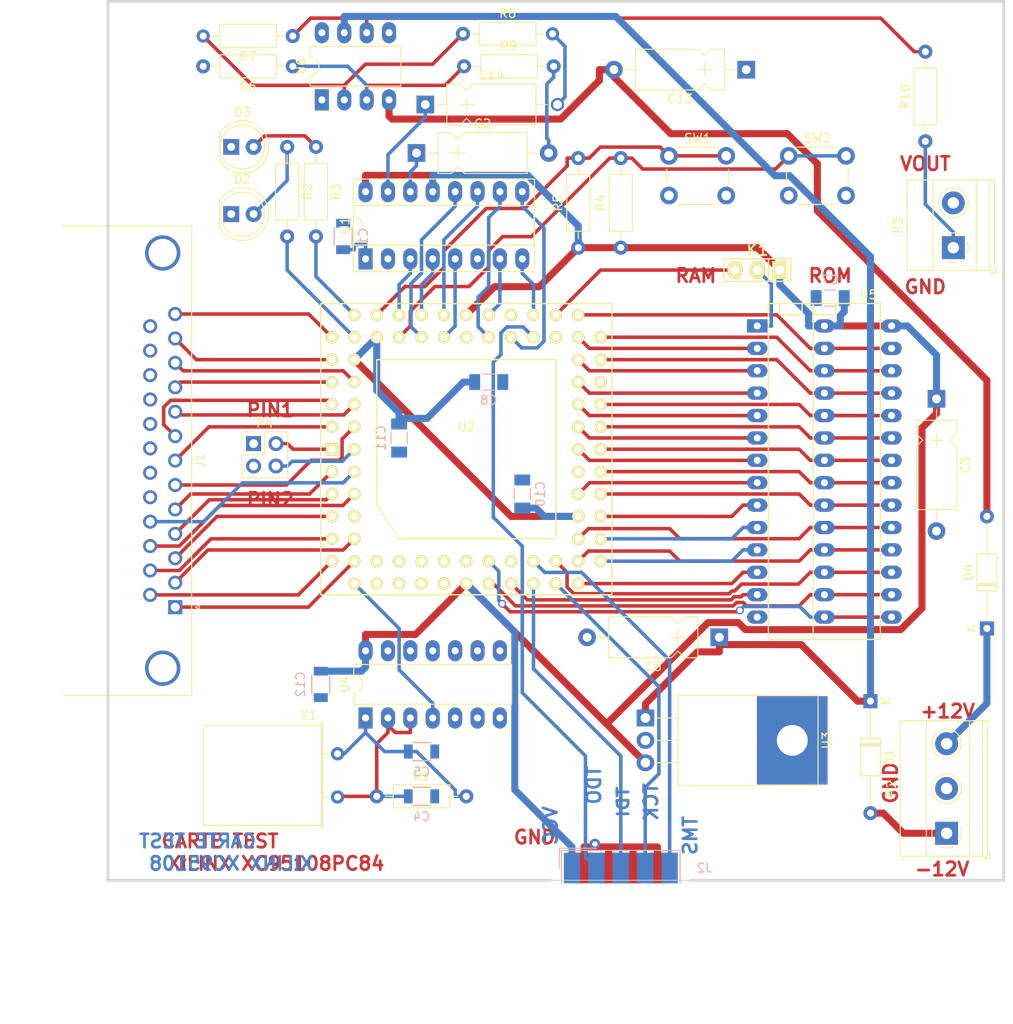
<source format=kicad_pcb>
(kicad_pcb (version 20171130) (host pcbnew 5.1.5-52549c5~84~ubuntu18.04.1)

  (general
    (thickness 1.6002)
    (drawings 32)
    (tracks 434)
    (zones 0)
    (modules 42)
    (nets 101)
  )

  (page A4)
  (title_block
    (title "CARTE TEST XILINX XC95108")
    (rev 0)
  )

  (layers
    (0 F.Cu signal)
    (31 B.Cu signal)
    (32 B.Adhes user)
    (33 F.Adhes user)
    (34 B.Paste user)
    (35 F.Paste user)
    (36 B.SilkS user)
    (37 F.SilkS user)
    (38 B.Mask user)
    (39 F.Mask user)
    (40 Dwgs.User user)
    (41 Cmts.User user)
    (42 Eco1.User user)
    (43 Eco2.User user)
    (44 Edge.Cuts user)
    (45 Margin user)
    (46 B.CrtYd user)
    (47 F.CrtYd user)
    (48 B.Fab user)
    (49 F.Fab user)
  )

  (setup
    (last_trace_width 0.4)
    (user_trace_width 0.4)
    (user_trace_width 0.6)
    (user_trace_width 0.8)
    (trace_clearance 0.25)
    (zone_clearance 0.5)
    (zone_45_only no)
    (trace_min 0.254)
    (via_size 0.9)
    (via_drill 0.6)
    (via_min_size 0.889)
    (via_min_drill 0.508)
    (uvia_size 0.508)
    (uvia_drill 0.127)
    (uvias_allowed no)
    (uvia_min_size 0.508)
    (uvia_min_drill 0.127)
    (edge_width 0.1)
    (segment_width 0.3048)
    (pcb_text_width 0.2032)
    (pcb_text_size 1.524 1.524)
    (mod_edge_width 0.3048)
    (mod_text_size 1.27 1.27)
    (mod_text_width 0.2032)
    (pad_size 10 8)
    (pad_drill 3.5)
    (pad_to_mask_clearance 0.254)
    (aux_axis_origin 0 0)
    (visible_elements 7FFFFFFF)
    (pcbplotparams
      (layerselection 0x010f0_ffffffff)
      (usegerberextensions false)
      (usegerberattributes true)
      (usegerberadvancedattributes true)
      (creategerberjobfile true)
      (excludeedgelayer true)
      (linewidth 0.150000)
      (plotframeref false)
      (viasonmask false)
      (mode 1)
      (useauxorigin false)
      (hpglpennumber 1)
      (hpglpenspeed 20)
      (hpglpendiameter 15.000000)
      (psnegative false)
      (psa4output false)
      (plotreference true)
      (plotvalue true)
      (plotinvisibletext false)
      (padsonsilk false)
      (subtractmaskfromsilk false)
      (outputformat 1)
      (mirror false)
      (drillshape 0)
      (scaleselection 1)
      (outputdirectory "plots"))
  )

  (net 0 "")
  (net 1 +12V)
  (net 2 -12V)
  (net 3 /CSMEM)
  (net 4 /DAT0)
  (net 5 /DAT1)
  (net 6 /DAT2)
  (net 7 /DAT3)
  (net 8 /DAT4)
  (net 9 /DAT5)
  (net 10 /DAT6)
  (net 11 /DAT7)
  (net 12 /DCLK)
  (net 13 /LED1)
  (net 14 /LED2)
  (net 15 /MA0)
  (net 16 /MA1)
  (net 17 /MA2)
  (net 18 /MA3)
  (net 19 /MA4)
  (net 20 /MA5)
  (net 21 /MA6)
  (net 22 /MA7)
  (net 23 /MD0)
  (net 24 /MD1)
  (net 25 /MD10)
  (net 26 /MD11)
  (net 27 /MD12)
  (net 28 /MD13)
  (net 29 /MD14)
  (net 30 /MD2)
  (net 31 /MD3)
  (net 32 /MD4)
  (net 33 /MD5)
  (net 34 /MD6)
  (net 35 /MD7)
  (net 36 /MD8)
  (net 37 /MD9)
  (net 38 /OEMEM)
  (net 39 /PARBUS0)
  (net 40 /PARBUS1)
  (net 41 /PARBUS2)
  (net 42 /PARBUS3)
  (net 43 /PARBUS4)
  (net 44 /PARBUS5)
  (net 45 /PARBUS6)
  (net 46 /PARBUS7)
  (net 47 /PAR_AUX0/STROBE*)
  (net 48 /PAR_AUX1/ERROR*)
  (net 49 /PAR_AUX2/AUTOLF*)
  (net 50 /PAR_AUX3/SELECT*)
  (net 51 /PAR_AUX4/PE)
  (net 52 /PAR_AUX5/BUSY*)
  (net 53 /PAR_AUX6/ACK)
  (net 54 /PAR_AUX7/INIT)
  (net 55 /PAR_AUX8/SELECT)
  (net 56 /PIN_TEST0)
  (net 57 /PIN_TEST1)
  (net 58 /R/W-A14)
  (net 59 /SW0)
  (net 60 /SW1)
  (net 61 /TCK)
  (net 62 /TDI)
  (net 63 /TDO)
  (net 64 /TMS)
  (net 65 /XIN/CLK)
  (net 66 GND)
  (net 67 "Net-(C1-Pad1)")
  (net 68 "Net-(C14-Pad1)")
  (net 69 "Net-(C14-Pad2)")
  (net 70 "Net-(C2-Pad1)")
  (net 71 "Net-(C2-Pad2)")
  (net 72 "Net-(C4-Pad1)")
  (net 73 "Net-(C5-Pad1)")
  (net 74 "Net-(K1-Pad2)")
  (net 75 "Net-(P3-Pad1)")
  (net 76 "Net-(R10-Pad2)")
  (net 77 "Net-(R6-Pad1)")
  (net 78 "Net-(R7-Pad2)")
  (net 79 VCC)
  (net 80 "Net-(U2-Pad14)")
  (net 81 "Net-(U2-Pad15)")
  (net 82 "Net-(U2-Pad17)")
  (net 83 "Net-(U2-Pad18)")
  (net 84 "Net-(U2-Pad19)")
  (net 85 "Net-(U2-Pad20)")
  (net 86 "Net-(U2-Pad21)")
  (net 87 "Net-(U2-Pad23)")
  (net 88 "Net-(U2-Pad57)")
  (net 89 "Net-(U2-Pad65)")
  (net 90 "Net-(U4-Pad6)")
  (net 91 "Net-(U4-Pad8)")
  (net 92 "Net-(U4-Pad10)")
  (net 93 "Net-(U4-Pad12)")
  (net 94 "Net-(U6-Pad1)")
  (net 95 "Net-(U6-Pad5)")
  (net 96 "Net-(U6-Pad8)")
  (net 97 /+12BATT)
  (net 98 /-12BATT)
  (net 99 "Net-(D2-Pad2)")
  (net 100 "Net-(D3-Pad2)")

  (net_class Default "Ceci est la Netclass par défaut"
    (clearance 0.25)
    (trace_width 0.4)
    (via_dia 0.9)
    (via_drill 0.6)
    (uvia_dia 0.508)
    (uvia_drill 0.127)
    (diff_pair_width 0.4)
    (diff_pair_gap 0.25)
    (add_net /CSMEM)
    (add_net /DAT0)
    (add_net /DAT1)
    (add_net /DAT2)
    (add_net /DAT3)
    (add_net /DAT4)
    (add_net /DAT5)
    (add_net /DAT6)
    (add_net /DAT7)
    (add_net /DCLK)
    (add_net /LED1)
    (add_net /LED2)
    (add_net /MA0)
    (add_net /MA1)
    (add_net /MA2)
    (add_net /MA3)
    (add_net /MA4)
    (add_net /MA5)
    (add_net /MA6)
    (add_net /MA7)
    (add_net /MD0)
    (add_net /MD1)
    (add_net /MD10)
    (add_net /MD11)
    (add_net /MD12)
    (add_net /MD13)
    (add_net /MD14)
    (add_net /MD2)
    (add_net /MD3)
    (add_net /MD4)
    (add_net /MD5)
    (add_net /MD6)
    (add_net /MD7)
    (add_net /MD8)
    (add_net /MD9)
    (add_net /OEMEM)
    (add_net /PARBUS0)
    (add_net /PARBUS1)
    (add_net /PARBUS2)
    (add_net /PARBUS3)
    (add_net /PARBUS4)
    (add_net /PARBUS5)
    (add_net /PARBUS6)
    (add_net /PARBUS7)
    (add_net /PAR_AUX0/STROBE*)
    (add_net /PAR_AUX1/ERROR*)
    (add_net /PAR_AUX2/AUTOLF*)
    (add_net /PAR_AUX3/SELECT*)
    (add_net /PAR_AUX4/PE)
    (add_net /PAR_AUX5/BUSY*)
    (add_net /PAR_AUX6/ACK)
    (add_net /PAR_AUX7/INIT)
    (add_net /PAR_AUX8/SELECT)
    (add_net /PIN_TEST0)
    (add_net /PIN_TEST1)
    (add_net /R/W-A14)
    (add_net /SW0)
    (add_net /SW1)
    (add_net /TCK)
    (add_net /TDI)
    (add_net /TDO)
    (add_net /TMS)
    (add_net /XIN/CLK)
    (add_net "Net-(C1-Pad1)")
    (add_net "Net-(C14-Pad1)")
    (add_net "Net-(C14-Pad2)")
    (add_net "Net-(C2-Pad1)")
    (add_net "Net-(C2-Pad2)")
    (add_net "Net-(C4-Pad1)")
    (add_net "Net-(C5-Pad1)")
    (add_net "Net-(D2-Pad2)")
    (add_net "Net-(D3-Pad2)")
    (add_net "Net-(K1-Pad2)")
    (add_net "Net-(P3-Pad1)")
    (add_net "Net-(R10-Pad2)")
    (add_net "Net-(R6-Pad1)")
    (add_net "Net-(R7-Pad2)")
    (add_net "Net-(U2-Pad14)")
    (add_net "Net-(U2-Pad15)")
    (add_net "Net-(U2-Pad17)")
    (add_net "Net-(U2-Pad18)")
    (add_net "Net-(U2-Pad19)")
    (add_net "Net-(U2-Pad20)")
    (add_net "Net-(U2-Pad21)")
    (add_net "Net-(U2-Pad23)")
    (add_net "Net-(U2-Pad57)")
    (add_net "Net-(U2-Pad65)")
    (add_net "Net-(U4-Pad10)")
    (add_net "Net-(U4-Pad12)")
    (add_net "Net-(U4-Pad6)")
    (add_net "Net-(U4-Pad8)")
    (add_net "Net-(U6-Pad1)")
    (add_net "Net-(U6-Pad5)")
    (add_net "Net-(U6-Pad8)")
  )

  (net_class pwr ""
    (clearance 0.25)
    (trace_width 0.8)
    (via_dia 1.2)
    (via_drill 0.6)
    (uvia_dia 0.508)
    (uvia_drill 0.127)
    (diff_pair_width 0.4)
    (diff_pair_gap 0.25)
    (add_net +12V)
    (add_net -12V)
    (add_net /+12BATT)
    (add_net /-12BATT)
    (add_net GND)
    (add_net VCC)
  )

  (module Sockets_DIP:DIP-28__300__600_ELL (layer F.Cu) (tedit 5AF1E72B) (tstamp 5AF24E52)
    (at 168.275 73.025)
    (descr "28 pins DIL package, elliptical pads, width 300mil and 600mil")
    (tags DIL)
    (path /3EC4C463)
    (fp_text reference U5 (at 12.573 -3.556) (layer F.SilkS)
      (effects (font (size 1 1) (thickness 0.15)))
    )
    (fp_text value RAM_32KO (at -0.127 4.191) (layer F.Fab)
      (effects (font (size 1 1) (thickness 0.15)))
    )
    (fp_line (start 1.25 -2.55) (end 13.95 -2.55) (layer F.SilkS) (width 0.15))
    (fp_line (start 1.25 35.55) (end 1.25 -2.55) (layer F.SilkS) (width 0.15))
    (fp_line (start 13.95 35.55) (end 1.25 35.55) (layer F.SilkS) (width 0.15))
    (fp_line (start 13.95 -2.55) (end 13.95 35.55) (layer F.SilkS) (width 0.15))
    (fp_line (start 6.33 -1.28) (end 6.33 -2.55) (layer F.SilkS) (width 0.15))
    (fp_line (start 8.87 -1.28) (end 6.33 -1.28) (layer F.SilkS) (width 0.15))
    (fp_line (start 8.87 -2.55) (end 8.87 -1.28) (layer F.SilkS) (width 0.15))
    (fp_line (start 8.87 -2.55) (end 8.87 -2.55) (layer F.SilkS) (width 0.15))
    (fp_line (start 6.33 -2.55) (end 6.33 35.55) (layer F.SilkS) (width 0.15))
    (fp_line (start 2.52 -1.28) (end 2.52 -2.55) (layer F.SilkS) (width 0.15))
    (fp_line (start 5.06 -1.28) (end 2.52 -1.28) (layer F.SilkS) (width 0.15))
    (fp_line (start 5.06 -2.55) (end 5.06 -1.28) (layer F.SilkS) (width 0.15))
    (pad 28 thru_hole oval (at 7.6 -0.01 270) (size 1.5 2.3) (drill 0.8) (layers *.Cu *.Mask)
      (net 79 VCC))
    (pad 27 thru_hole oval (at 7.6 2.53 270) (size 1.5 2.3) (drill 0.8) (layers *.Cu *.Mask)
      (net 58 /R/W-A14))
    (pad 26 thru_hole oval (at 7.6 5.07 270) (size 1.5 2.3) (drill 0.8) (layers *.Cu *.Mask)
      (net 28 /MD13))
    (pad 25 thru_hole oval (at 7.6 7.61 270) (size 1.5 2.3) (drill 0.8) (layers *.Cu *.Mask)
      (net 36 /MD8))
    (pad 24 thru_hole oval (at 7.6 10.15 270) (size 1.5 2.3) (drill 0.8) (layers *.Cu *.Mask)
      (net 37 /MD9))
    (pad 23 thru_hole oval (at 7.6 12.69 270) (size 1.5 2.3) (drill 0.8) (layers *.Cu *.Mask)
      (net 26 /MD11))
    (pad 22 thru_hole oval (at 7.6 15.23 270) (size 1.5 2.3) (drill 0.8) (layers *.Cu *.Mask)
      (net 38 /OEMEM))
    (pad 21 thru_hole oval (at 7.6 17.77 270) (size 1.5 2.3) (drill 0.8) (layers *.Cu *.Mask)
      (net 25 /MD10))
    (pad 20 thru_hole oval (at 7.6 20.31 270) (size 1.5 2.3) (drill 0.8) (layers *.Cu *.Mask)
      (net 3 /CSMEM))
    (pad 19 thru_hole oval (at 7.6 22.85 270) (size 1.5 2.3) (drill 0.8) (layers *.Cu *.Mask)
      (net 22 /MA7))
    (pad 18 thru_hole oval (at 7.6 25.39 270) (size 1.5 2.3) (drill 0.8) (layers *.Cu *.Mask)
      (net 21 /MA6))
    (pad 17 thru_hole oval (at 7.6 27.93 270) (size 1.5 2.3) (drill 0.8) (layers *.Cu *.Mask)
      (net 20 /MA5))
    (pad 16 thru_hole oval (at 7.6 30.47 270) (size 1.5 2.3) (drill 0.8) (layers *.Cu *.Mask)
      (net 19 /MA4))
    (pad 15 thru_hole oval (at 7.6 33.01 270) (size 1.5 2.3) (drill 0.8) (layers *.Cu *.Mask)
      (net 18 /MA3))
    (pad 28 thru_hole oval (at 15.22 -0.01 270) (size 1.5 2.3) (drill 0.8) (layers *.Cu *.Mask)
      (net 79 VCC))
    (pad 27 thru_hole oval (at 15.22 2.53 270) (size 1.5 2.3) (drill 0.8) (layers *.Cu *.Mask)
      (net 58 /R/W-A14))
    (pad 26 thru_hole oval (at 15.22 5.07 270) (size 1.5 2.3) (drill 0.8) (layers *.Cu *.Mask)
      (net 28 /MD13))
    (pad 25 thru_hole oval (at 15.22 7.61 270) (size 1.5 2.3) (drill 0.8) (layers *.Cu *.Mask)
      (net 36 /MD8))
    (pad 24 thru_hole oval (at 15.22 10.15 270) (size 1.5 2.3) (drill 0.8) (layers *.Cu *.Mask)
      (net 37 /MD9))
    (pad 23 thru_hole oval (at 15.22 12.69 270) (size 1.5 2.3) (drill 0.8) (layers *.Cu *.Mask)
      (net 26 /MD11))
    (pad 22 thru_hole oval (at 15.22 15.23 270) (size 1.5 2.3) (drill 0.8) (layers *.Cu *.Mask)
      (net 38 /OEMEM))
    (pad 21 thru_hole oval (at 15.22 17.77 270) (size 1.5 2.3) (drill 0.8) (layers *.Cu *.Mask)
      (net 25 /MD10))
    (pad 20 thru_hole oval (at 15.22 20.31 270) (size 1.5 2.3) (drill 0.8) (layers *.Cu *.Mask)
      (net 3 /CSMEM))
    (pad 19 thru_hole oval (at 15.22 22.85 270) (size 1.5 2.3) (drill 0.8) (layers *.Cu *.Mask)
      (net 22 /MA7))
    (pad 18 thru_hole oval (at 15.22 25.39 270) (size 1.5 2.3) (drill 0.8) (layers *.Cu *.Mask)
      (net 21 /MA6))
    (pad 17 thru_hole oval (at 15.22 27.93 270) (size 1.5 2.3) (drill 0.8) (layers *.Cu *.Mask)
      (net 20 /MA5))
    (pad 16 thru_hole oval (at 15.22 30.47 270) (size 1.5 2.3) (drill 0.8) (layers *.Cu *.Mask)
      (net 19 /MA4))
    (pad 15 thru_hole oval (at 15.22 33.01 270) (size 1.5 2.3) (drill 0.8) (layers *.Cu *.Mask)
      (net 18 /MA3))
    (pad 14 thru_hole oval (at -0.02 33.01 270) (size 1.5 2.3) (drill 0.8) (layers *.Cu *.Mask)
      (net 66 GND))
    (pad 13 thru_hole oval (at -0.02 30.47 270) (size 1.5 2.3) (drill 0.8) (layers *.Cu *.Mask)
      (net 17 /MA2))
    (pad 12 thru_hole oval (at -0.02 27.93 270) (size 1.5 2.3) (drill 0.8) (layers *.Cu *.Mask)
      (net 16 /MA1))
    (pad 11 thru_hole oval (at -0.02 25.39 270) (size 1.5 2.3) (drill 0.8) (layers *.Cu *.Mask)
      (net 15 /MA0))
    (pad 10 thru_hole oval (at -0.02 22.85 270) (size 1.5 2.3) (drill 0.8) (layers *.Cu *.Mask)
      (net 23 /MD0))
    (pad 9 thru_hole oval (at -0.02 20.31 270) (size 1.5 2.3) (drill 0.8) (layers *.Cu *.Mask)
      (net 24 /MD1))
    (pad 8 thru_hole oval (at -0.02 17.77 270) (size 1.5 2.3) (drill 0.8) (layers *.Cu *.Mask)
      (net 30 /MD2))
    (pad 7 thru_hole oval (at -0.02 15.23 270) (size 1.5 2.3) (drill 0.8) (layers *.Cu *.Mask)
      (net 31 /MD3))
    (pad 6 thru_hole oval (at -0.02 12.69 270) (size 1.5 2.3) (drill 0.8) (layers *.Cu *.Mask)
      (net 32 /MD4))
    (pad 5 thru_hole oval (at -0.02 10.15 270) (size 1.5 2.3) (drill 0.8) (layers *.Cu *.Mask)
      (net 33 /MD5))
    (pad 4 thru_hole oval (at -0.02 7.61 270) (size 1.5 2.3) (drill 0.8) (layers *.Cu *.Mask)
      (net 34 /MD6))
    (pad 3 thru_hole oval (at -0.02 5.07 270) (size 1.5 2.3) (drill 0.8) (layers *.Cu *.Mask)
      (net 35 /MD7))
    (pad 2 thru_hole oval (at -0.02 2.53 270) (size 1.5 2.3) (drill 0.8) (layers *.Cu *.Mask)
      (net 27 /MD12))
    (pad 1 thru_hole rect (at -0.02 -0.01 270) (size 1.5 2.3) (drill 0.8) (layers *.Cu *.Mask)
      (net 74 "Net-(K1-Pad2)"))
    (model ${KISYS3DMOD}/Package_DIP.3dshapes/DIP-28_W15.24mm_Socket.step
      (at (xyz 0 0 0))
      (scale (xyz 1 1 1))
      (rotate (xyz 0 0 0))
    )
    (model ${KISYS3DMOD}/Package_DIP.3dshapes/DIP-28_W15.24mm.step
      (offset (xyz 0 0 4))
      (scale (xyz 1 1 1))
      (rotate (xyz 0 0 0))
    )
  )

  (module Button_Switch_THT:SW_PUSH_6mm_h4.3mm (layer F.Cu) (tedit 5A02FE31) (tstamp 56332790)
    (at 158.242 53.721)
    (descr "tactile push button, 6x6mm e.g. PHAP33xx series, height=4.3mm")
    (tags "tact sw push 6mm")
    (path /3EC8B876)
    (fp_text reference SW1 (at 3.25 -2) (layer F.SilkS)
      (effects (font (size 1 1) (thickness 0.15)))
    )
    (fp_text value SW_PUSH (at 3.75 6.7) (layer F.Fab)
      (effects (font (size 1 1) (thickness 0.15)))
    )
    (fp_circle (center 3.25 2.25) (end 1.25 2.5) (layer F.Fab) (width 0.1))
    (fp_line (start 6.75 3) (end 6.75 1.5) (layer F.SilkS) (width 0.12))
    (fp_line (start 5.5 -1) (end 1 -1) (layer F.SilkS) (width 0.12))
    (fp_line (start -0.25 1.5) (end -0.25 3) (layer F.SilkS) (width 0.12))
    (fp_line (start 1 5.5) (end 5.5 5.5) (layer F.SilkS) (width 0.12))
    (fp_line (start 8 -1.25) (end 8 5.75) (layer F.CrtYd) (width 0.05))
    (fp_line (start 7.75 6) (end -1.25 6) (layer F.CrtYd) (width 0.05))
    (fp_line (start -1.5 5.75) (end -1.5 -1.25) (layer F.CrtYd) (width 0.05))
    (fp_line (start -1.25 -1.5) (end 7.75 -1.5) (layer F.CrtYd) (width 0.05))
    (fp_line (start -1.5 6) (end -1.25 6) (layer F.CrtYd) (width 0.05))
    (fp_line (start -1.5 5.75) (end -1.5 6) (layer F.CrtYd) (width 0.05))
    (fp_line (start -1.5 -1.5) (end -1.25 -1.5) (layer F.CrtYd) (width 0.05))
    (fp_line (start -1.5 -1.25) (end -1.5 -1.5) (layer F.CrtYd) (width 0.05))
    (fp_line (start 8 -1.5) (end 8 -1.25) (layer F.CrtYd) (width 0.05))
    (fp_line (start 7.75 -1.5) (end 8 -1.5) (layer F.CrtYd) (width 0.05))
    (fp_line (start 8 6) (end 8 5.75) (layer F.CrtYd) (width 0.05))
    (fp_line (start 7.75 6) (end 8 6) (layer F.CrtYd) (width 0.05))
    (fp_line (start 0.25 -0.75) (end 3.25 -0.75) (layer F.Fab) (width 0.1))
    (fp_line (start 0.25 5.25) (end 0.25 -0.75) (layer F.Fab) (width 0.1))
    (fp_line (start 6.25 5.25) (end 0.25 5.25) (layer F.Fab) (width 0.1))
    (fp_line (start 6.25 -0.75) (end 6.25 5.25) (layer F.Fab) (width 0.1))
    (fp_line (start 3.25 -0.75) (end 6.25 -0.75) (layer F.Fab) (width 0.1))
    (fp_text user %R (at 3.25 2.25) (layer F.Fab)
      (effects (font (size 1 1) (thickness 0.15)))
    )
    (pad 1 thru_hole circle (at 6.5 0 90) (size 2 2) (drill 1.1) (layers *.Cu *.Mask)
      (net 59 /SW0))
    (pad 2 thru_hole circle (at 6.5 4.5 90) (size 2 2) (drill 1.1) (layers *.Cu *.Mask)
      (net 66 GND))
    (pad 1 thru_hole circle (at 0 0 90) (size 2 2) (drill 1.1) (layers *.Cu *.Mask)
      (net 59 /SW0))
    (pad 2 thru_hole circle (at 0 4.5 90) (size 2 2) (drill 1.1) (layers *.Cu *.Mask)
      (net 66 GND))
    (model ${KISYS3DMOD}/Button_Switch_THT.3dshapes/SW_PUSH_6mm_H4.3mm.wrl
      (at (xyz 0 0 0))
      (scale (xyz 1 1 1))
      (rotate (xyz 0 0 0))
    )
  )

  (module Button_Switch_THT:SW_PUSH_6mm_h4.3mm (layer F.Cu) (tedit 5A02FE31) (tstamp 5AF24D1A)
    (at 171.831 53.721)
    (descr "tactile push button, 6x6mm e.g. PHAP33xx series, height=4.3mm")
    (tags "tact sw push 6mm")
    (path /3EC8B882)
    (fp_text reference SW2 (at 3.25 -2) (layer F.SilkS)
      (effects (font (size 1 1) (thickness 0.15)))
    )
    (fp_text value SW_PUSH (at 3.75 6.7) (layer F.Fab)
      (effects (font (size 1 1) (thickness 0.15)))
    )
    (fp_circle (center 3.25 2.25) (end 1.25 2.5) (layer F.Fab) (width 0.1))
    (fp_line (start 6.75 3) (end 6.75 1.5) (layer F.SilkS) (width 0.12))
    (fp_line (start 5.5 -1) (end 1 -1) (layer F.SilkS) (width 0.12))
    (fp_line (start -0.25 1.5) (end -0.25 3) (layer F.SilkS) (width 0.12))
    (fp_line (start 1 5.5) (end 5.5 5.5) (layer F.SilkS) (width 0.12))
    (fp_line (start 8 -1.25) (end 8 5.75) (layer F.CrtYd) (width 0.05))
    (fp_line (start 7.75 6) (end -1.25 6) (layer F.CrtYd) (width 0.05))
    (fp_line (start -1.5 5.75) (end -1.5 -1.25) (layer F.CrtYd) (width 0.05))
    (fp_line (start -1.25 -1.5) (end 7.75 -1.5) (layer F.CrtYd) (width 0.05))
    (fp_line (start -1.5 6) (end -1.25 6) (layer F.CrtYd) (width 0.05))
    (fp_line (start -1.5 5.75) (end -1.5 6) (layer F.CrtYd) (width 0.05))
    (fp_line (start -1.5 -1.5) (end -1.25 -1.5) (layer F.CrtYd) (width 0.05))
    (fp_line (start -1.5 -1.25) (end -1.5 -1.5) (layer F.CrtYd) (width 0.05))
    (fp_line (start 8 -1.5) (end 8 -1.25) (layer F.CrtYd) (width 0.05))
    (fp_line (start 7.75 -1.5) (end 8 -1.5) (layer F.CrtYd) (width 0.05))
    (fp_line (start 8 6) (end 8 5.75) (layer F.CrtYd) (width 0.05))
    (fp_line (start 7.75 6) (end 8 6) (layer F.CrtYd) (width 0.05))
    (fp_line (start 0.25 -0.75) (end 3.25 -0.75) (layer F.Fab) (width 0.1))
    (fp_line (start 0.25 5.25) (end 0.25 -0.75) (layer F.Fab) (width 0.1))
    (fp_line (start 6.25 5.25) (end 0.25 5.25) (layer F.Fab) (width 0.1))
    (fp_line (start 6.25 -0.75) (end 6.25 5.25) (layer F.Fab) (width 0.1))
    (fp_line (start 3.25 -0.75) (end 6.25 -0.75) (layer F.Fab) (width 0.1))
    (fp_text user %R (at 3.25 2.25) (layer F.Fab)
      (effects (font (size 1 1) (thickness 0.15)))
    )
    (pad 1 thru_hole circle (at 6.5 0 90) (size 2 2) (drill 1.1) (layers *.Cu *.Mask)
      (net 60 /SW1))
    (pad 2 thru_hole circle (at 6.5 4.5 90) (size 2 2) (drill 1.1) (layers *.Cu *.Mask)
      (net 66 GND))
    (pad 1 thru_hole circle (at 0 0 90) (size 2 2) (drill 1.1) (layers *.Cu *.Mask)
      (net 60 /SW1))
    (pad 2 thru_hole circle (at 0 4.5 90) (size 2 2) (drill 1.1) (layers *.Cu *.Mask)
      (net 66 GND))
    (model ${KISYS3DMOD}/Button_Switch_THT.3dshapes/SW_PUSH_6mm_H4.3mm.wrl
      (at (xyz 0 0 0))
      (scale (xyz 1 1 1))
      (rotate (xyz 0 0 0))
    )
  )

  (module Package_DIP:DIP-14_W7.62mm_LongPads (layer F.Cu) (tedit 5A02E8C5) (tstamp 5633280B)
    (at 123.825 117.475 90)
    (descr "14-lead though-hole mounted DIP package, row spacing 7.62 mm (300 mils), LongPads")
    (tags "THT DIP DIL PDIP 2.54mm 7.62mm 300mil LongPads")
    (path /3EC4C318)
    (fp_text reference U4 (at 3.81 -2.33 90) (layer F.SilkS)
      (effects (font (size 1 1) (thickness 0.15)))
    )
    (fp_text value 74HC04 (at 3.81 17.57 90) (layer F.Fab)
      (effects (font (size 1 1) (thickness 0.15)))
    )
    (fp_text user %R (at 3.81 7.62 90) (layer F.Fab)
      (effects (font (size 1 1) (thickness 0.15)))
    )
    (fp_line (start 9.1 -1.55) (end -1.45 -1.55) (layer F.CrtYd) (width 0.05))
    (fp_line (start 9.1 16.8) (end 9.1 -1.55) (layer F.CrtYd) (width 0.05))
    (fp_line (start -1.45 16.8) (end 9.1 16.8) (layer F.CrtYd) (width 0.05))
    (fp_line (start -1.45 -1.55) (end -1.45 16.8) (layer F.CrtYd) (width 0.05))
    (fp_line (start 6.06 -1.33) (end 4.81 -1.33) (layer F.SilkS) (width 0.12))
    (fp_line (start 6.06 16.57) (end 6.06 -1.33) (layer F.SilkS) (width 0.12))
    (fp_line (start 1.56 16.57) (end 6.06 16.57) (layer F.SilkS) (width 0.12))
    (fp_line (start 1.56 -1.33) (end 1.56 16.57) (layer F.SilkS) (width 0.12))
    (fp_line (start 2.81 -1.33) (end 1.56 -1.33) (layer F.SilkS) (width 0.12))
    (fp_line (start 0.635 -0.27) (end 1.635 -1.27) (layer F.Fab) (width 0.1))
    (fp_line (start 0.635 16.51) (end 0.635 -0.27) (layer F.Fab) (width 0.1))
    (fp_line (start 6.985 16.51) (end 0.635 16.51) (layer F.Fab) (width 0.1))
    (fp_line (start 6.985 -1.27) (end 6.985 16.51) (layer F.Fab) (width 0.1))
    (fp_line (start 1.635 -1.27) (end 6.985 -1.27) (layer F.Fab) (width 0.1))
    (fp_arc (start 3.81 -1.33) (end 2.81 -1.33) (angle -180) (layer F.SilkS) (width 0.12))
    (pad 14 thru_hole oval (at 7.62 0 90) (size 2.4 1.6) (drill 0.8) (layers *.Cu *.Mask)
      (net 79 VCC))
    (pad 7 thru_hole oval (at 0 15.24 90) (size 2.4 1.6) (drill 0.8) (layers *.Cu *.Mask)
      (net 66 GND))
    (pad 13 thru_hole oval (at 7.62 2.54 90) (size 2.4 1.6) (drill 0.8) (layers *.Cu *.Mask)
      (net 66 GND))
    (pad 6 thru_hole oval (at 0 12.7 90) (size 2.4 1.6) (drill 0.8) (layers *.Cu *.Mask)
      (net 90 "Net-(U4-Pad6)"))
    (pad 12 thru_hole oval (at 7.62 5.08 90) (size 2.4 1.6) (drill 0.8) (layers *.Cu *.Mask)
      (net 93 "Net-(U4-Pad12)"))
    (pad 5 thru_hole oval (at 0 10.16 90) (size 2.4 1.6) (drill 0.8) (layers *.Cu *.Mask)
      (net 66 GND))
    (pad 11 thru_hole oval (at 7.62 7.62 90) (size 2.4 1.6) (drill 0.8) (layers *.Cu *.Mask)
      (net 66 GND))
    (pad 4 thru_hole oval (at 0 7.62 90) (size 2.4 1.6) (drill 0.8) (layers *.Cu *.Mask)
      (net 65 /XIN/CLK))
    (pad 10 thru_hole oval (at 7.62 10.16 90) (size 2.4 1.6) (drill 0.8) (layers *.Cu *.Mask)
      (net 92 "Net-(U4-Pad10)"))
    (pad 3 thru_hole oval (at 0 5.08 90) (size 2.4 1.6) (drill 0.8) (layers *.Cu *.Mask)
      (net 72 "Net-(C4-Pad1)"))
    (pad 9 thru_hole oval (at 7.62 12.7 90) (size 2.4 1.6) (drill 0.8) (layers *.Cu *.Mask)
      (net 66 GND))
    (pad 2 thru_hole oval (at 0 2.54 90) (size 2.4 1.6) (drill 0.8) (layers *.Cu *.Mask)
      (net 72 "Net-(C4-Pad1)"))
    (pad 8 thru_hole oval (at 7.62 15.24 90) (size 2.4 1.6) (drill 0.8) (layers *.Cu *.Mask)
      (net 91 "Net-(U4-Pad8)"))
    (pad 1 thru_hole rect (at 0 0 90) (size 2.4 1.6) (drill 0.8) (layers *.Cu *.Mask)
      (net 73 "Net-(C5-Pad1)"))
    (model ${KISYS3DMOD}/Package_DIP.3dshapes/DIP-14_W7.62mm.wrl
      (at (xyz 0 0 0))
      (scale (xyz 1 1 1))
      (rotate (xyz 0 0 0))
    )
  )

  (module Connector_PinHeader_2.54mm:PinHeader_2x02_P2.54mm_Vertical (layer F.Cu) (tedit 59FED5CC) (tstamp 56348915)
    (at 111.125 86.36)
    (descr "Through hole straight pin header, 2x02, 2.54mm pitch, double rows")
    (tags "Through hole pin header THT 2x02 2.54mm double row")
    (path /3ECB3F5E)
    (fp_text reference P4 (at 1.27 -2.33) (layer F.SilkS)
      (effects (font (size 1 1) (thickness 0.15)))
    )
    (fp_text value CONN_2X2 (at 1.27 4.87) (layer F.Fab)
      (effects (font (size 1 1) (thickness 0.15)))
    )
    (fp_text user %R (at 1.27 1.27 90) (layer F.Fab)
      (effects (font (size 1 1) (thickness 0.15)))
    )
    (fp_line (start 4.35 -1.8) (end -1.8 -1.8) (layer F.CrtYd) (width 0.05))
    (fp_line (start 4.35 4.35) (end 4.35 -1.8) (layer F.CrtYd) (width 0.05))
    (fp_line (start -1.8 4.35) (end 4.35 4.35) (layer F.CrtYd) (width 0.05))
    (fp_line (start -1.8 -1.8) (end -1.8 4.35) (layer F.CrtYd) (width 0.05))
    (fp_line (start -1.33 -1.33) (end 0 -1.33) (layer F.SilkS) (width 0.12))
    (fp_line (start -1.33 0) (end -1.33 -1.33) (layer F.SilkS) (width 0.12))
    (fp_line (start 1.27 -1.33) (end 3.87 -1.33) (layer F.SilkS) (width 0.12))
    (fp_line (start 1.27 1.27) (end 1.27 -1.33) (layer F.SilkS) (width 0.12))
    (fp_line (start -1.33 1.27) (end 1.27 1.27) (layer F.SilkS) (width 0.12))
    (fp_line (start 3.87 -1.33) (end 3.87 3.87) (layer F.SilkS) (width 0.12))
    (fp_line (start -1.33 1.27) (end -1.33 3.87) (layer F.SilkS) (width 0.12))
    (fp_line (start -1.33 3.87) (end 3.87 3.87) (layer F.SilkS) (width 0.12))
    (fp_line (start -1.27 0) (end 0 -1.27) (layer F.Fab) (width 0.1))
    (fp_line (start -1.27 3.81) (end -1.27 0) (layer F.Fab) (width 0.1))
    (fp_line (start 3.81 3.81) (end -1.27 3.81) (layer F.Fab) (width 0.1))
    (fp_line (start 3.81 -1.27) (end 3.81 3.81) (layer F.Fab) (width 0.1))
    (fp_line (start 0 -1.27) (end 3.81 -1.27) (layer F.Fab) (width 0.1))
    (pad 4 thru_hole oval (at 2.54 2.54) (size 1.7 1.7) (drill 1) (layers *.Cu *.Mask)
      (net 57 /PIN_TEST1))
    (pad 3 thru_hole oval (at 0 2.54) (size 1.7 1.7) (drill 1) (layers *.Cu *.Mask)
      (net 66 GND))
    (pad 2 thru_hole oval (at 2.54 0) (size 1.7 1.7) (drill 1) (layers *.Cu *.Mask)
      (net 56 /PIN_TEST0))
    (pad 1 thru_hole rect (at 0 0) (size 1.7 1.7) (drill 1) (layers *.Cu *.Mask)
      (net 66 GND))
    (model ${KISYS3DMOD}/Connector_PinHeader_2.54mm.3dshapes/PinHeader_2x02_P2.54mm_Vertical.wrl
      (at (xyz 0 0 0))
      (scale (xyz 1 1 1))
      (rotate (xyz 0 0 0))
    )
  )

  (module Diode_THT:D_DO-35_SOD27_P12.70mm_Horizontal (layer F.Cu) (tedit 5A195B5A) (tstamp 56332708)
    (at 181.102 115.57 270)
    (descr "D, DO-35_SOD27 series, Axial, Horizontal, pin pitch=12.7mm, , length*diameter=4*2mm^2, , http://www.diodes.com/_files/packages/DO-35.pdf")
    (tags "D DO-35_SOD27 series Axial Horizontal pin pitch 12.7mm  length 4mm diameter 2mm")
    (path /3EC243C8)
    (fp_text reference D1 (at 6.35 -2.12 270) (layer F.SilkS)
      (effects (font (size 1 1) (thickness 0.15)))
    )
    (fp_text value 1N4004 (at 6.35 2.12 270) (layer F.Fab)
      (effects (font (size 1 1) (thickness 0.15)))
    )
    (fp_text user K (at 0 -1.8 270) (layer F.SilkS)
      (effects (font (size 1 1) (thickness 0.15)))
    )
    (fp_text user K (at 0 -1.8 270) (layer F.Fab)
      (effects (font (size 1 1) (thickness 0.15)))
    )
    (fp_text user %R (at 6.65 0 270) (layer F.Fab)
      (effects (font (size 0.8 0.8) (thickness 0.12)))
    )
    (fp_line (start 13.75 -1.4) (end -1.05 -1.4) (layer F.CrtYd) (width 0.05))
    (fp_line (start 13.75 1.4) (end 13.75 -1.4) (layer F.CrtYd) (width 0.05))
    (fp_line (start -1.05 1.4) (end 13.75 1.4) (layer F.CrtYd) (width 0.05))
    (fp_line (start -1.05 -1.4) (end -1.05 1.4) (layer F.CrtYd) (width 0.05))
    (fp_line (start 4.83 -1.12) (end 4.83 1.12) (layer F.SilkS) (width 0.12))
    (fp_line (start 5.07 -1.12) (end 5.07 1.12) (layer F.SilkS) (width 0.12))
    (fp_line (start 4.95 -1.12) (end 4.95 1.12) (layer F.SilkS) (width 0.12))
    (fp_line (start 11.66 0) (end 8.47 0) (layer F.SilkS) (width 0.12))
    (fp_line (start 1.04 0) (end 4.23 0) (layer F.SilkS) (width 0.12))
    (fp_line (start 8.47 -1.12) (end 4.23 -1.12) (layer F.SilkS) (width 0.12))
    (fp_line (start 8.47 1.12) (end 8.47 -1.12) (layer F.SilkS) (width 0.12))
    (fp_line (start 4.23 1.12) (end 8.47 1.12) (layer F.SilkS) (width 0.12))
    (fp_line (start 4.23 -1.12) (end 4.23 1.12) (layer F.SilkS) (width 0.12))
    (fp_line (start 4.85 -1) (end 4.85 1) (layer F.Fab) (width 0.1))
    (fp_line (start 5.05 -1) (end 5.05 1) (layer F.Fab) (width 0.1))
    (fp_line (start 4.95 -1) (end 4.95 1) (layer F.Fab) (width 0.1))
    (fp_line (start 12.7 0) (end 8.35 0) (layer F.Fab) (width 0.1))
    (fp_line (start 0 0) (end 4.35 0) (layer F.Fab) (width 0.1))
    (fp_line (start 8.35 -1) (end 4.35 -1) (layer F.Fab) (width 0.1))
    (fp_line (start 8.35 1) (end 8.35 -1) (layer F.Fab) (width 0.1))
    (fp_line (start 4.35 1) (end 8.35 1) (layer F.Fab) (width 0.1))
    (fp_line (start 4.35 -1) (end 4.35 1) (layer F.Fab) (width 0.1))
    (pad 2 thru_hole oval (at 12.7 0 270) (size 1.6 1.6) (drill 0.8) (layers *.Cu *.Mask)
      (net 97 /+12BATT))
    (pad 1 thru_hole rect (at 0 0 270) (size 1.6 1.6) (drill 0.8) (layers *.Cu *.Mask)
      (net 1 +12V))
    (model ${KISYS3DMOD}/Diode_THT.3dshapes/D_DO-35_SOD27_P12.70mm_Horizontal.wrl
      (at (xyz 0 0 0))
      (scale (xyz 1 1 1))
      (rotate (xyz 0 0 0))
    )
  )

  (module Diode_THT:D_DO-35_SOD27_P12.70mm_Horizontal (layer F.Cu) (tedit 5A195B5A) (tstamp 56332717)
    (at 194.31 107.315 90)
    (descr "D, DO-35_SOD27 series, Axial, Horizontal, pin pitch=12.7mm, , length*diameter=4*2mm^2, , http://www.diodes.com/_files/packages/DO-35.pdf")
    (tags "D DO-35_SOD27 series Axial Horizontal pin pitch 12.7mm  length 4mm diameter 2mm")
    (path /3ECDDCDD)
    (fp_text reference D4 (at 6.35 -2.12 90) (layer F.SilkS)
      (effects (font (size 1 1) (thickness 0.15)))
    )
    (fp_text value 1N4004 (at 6.35 2.12 90) (layer F.Fab)
      (effects (font (size 1 1) (thickness 0.15)))
    )
    (fp_text user K (at 0 -1.8 90) (layer F.SilkS)
      (effects (font (size 1 1) (thickness 0.15)))
    )
    (fp_text user K (at 0 -1.8 90) (layer F.Fab)
      (effects (font (size 1 1) (thickness 0.15)))
    )
    (fp_text user %R (at 6.65 0 90) (layer F.Fab)
      (effects (font (size 0.8 0.8) (thickness 0.12)))
    )
    (fp_line (start 13.75 -1.4) (end -1.05 -1.4) (layer F.CrtYd) (width 0.05))
    (fp_line (start 13.75 1.4) (end 13.75 -1.4) (layer F.CrtYd) (width 0.05))
    (fp_line (start -1.05 1.4) (end 13.75 1.4) (layer F.CrtYd) (width 0.05))
    (fp_line (start -1.05 -1.4) (end -1.05 1.4) (layer F.CrtYd) (width 0.05))
    (fp_line (start 4.83 -1.12) (end 4.83 1.12) (layer F.SilkS) (width 0.12))
    (fp_line (start 5.07 -1.12) (end 5.07 1.12) (layer F.SilkS) (width 0.12))
    (fp_line (start 4.95 -1.12) (end 4.95 1.12) (layer F.SilkS) (width 0.12))
    (fp_line (start 11.66 0) (end 8.47 0) (layer F.SilkS) (width 0.12))
    (fp_line (start 1.04 0) (end 4.23 0) (layer F.SilkS) (width 0.12))
    (fp_line (start 8.47 -1.12) (end 4.23 -1.12) (layer F.SilkS) (width 0.12))
    (fp_line (start 8.47 1.12) (end 8.47 -1.12) (layer F.SilkS) (width 0.12))
    (fp_line (start 4.23 1.12) (end 8.47 1.12) (layer F.SilkS) (width 0.12))
    (fp_line (start 4.23 -1.12) (end 4.23 1.12) (layer F.SilkS) (width 0.12))
    (fp_line (start 4.85 -1) (end 4.85 1) (layer F.Fab) (width 0.1))
    (fp_line (start 5.05 -1) (end 5.05 1) (layer F.Fab) (width 0.1))
    (fp_line (start 4.95 -1) (end 4.95 1) (layer F.Fab) (width 0.1))
    (fp_line (start 12.7 0) (end 8.35 0) (layer F.Fab) (width 0.1))
    (fp_line (start 0 0) (end 4.35 0) (layer F.Fab) (width 0.1))
    (fp_line (start 8.35 -1) (end 4.35 -1) (layer F.Fab) (width 0.1))
    (fp_line (start 8.35 1) (end 8.35 -1) (layer F.Fab) (width 0.1))
    (fp_line (start 4.35 1) (end 8.35 1) (layer F.Fab) (width 0.1))
    (fp_line (start 4.35 -1) (end 4.35 1) (layer F.Fab) (width 0.1))
    (pad 2 thru_hole oval (at 12.7 0 90) (size 1.6 1.6) (drill 0.8) (layers *.Cu *.Mask)
      (net 2 -12V))
    (pad 1 thru_hole rect (at 0 0 90) (size 1.6 1.6) (drill 0.8) (layers *.Cu *.Mask)
      (net 98 /-12BATT))
    (model ${KISYS3DMOD}/Diode_THT.3dshapes/D_DO-35_SOD27_P12.70mm_Horizontal.wrl
      (at (xyz 0 0 0))
      (scale (xyz 1 1 1))
      (rotate (xyz 0 0 0))
    )
  )

  (module Package_TO_SOT_THT:TO-220-3_Horizontal_TabDown (layer F.Cu) (tedit 5AF1D6D7) (tstamp 5A61C72A)
    (at 155.575 117.475 270)
    (descr "TO-220-3, Horizontal, RM 2.54mm, see https://www.vishay.com/docs/66542/to-220-1.pdf")
    (tags "TO-220-3 Horizontal RM 2.54mm")
    (path /3EC2436D)
    (fp_text reference U3 (at 2.54 -20.58 270) (layer F.SilkS)
      (effects (font (size 1 1) (thickness 0.15)))
    )
    (fp_text value LM7805 (at 2.54 2 270) (layer F.Fab)
      (effects (font (size 1 1) (thickness 0.15)))
    )
    (fp_text user %R (at 2.54 -20.58 270) (layer F.Fab)
      (effects (font (size 1 1) (thickness 0.15)))
    )
    (fp_line (start 7.79 -19.71) (end -2.71 -19.71) (layer F.CrtYd) (width 0.05))
    (fp_line (start 7.79 1.25) (end 7.79 -19.71) (layer F.CrtYd) (width 0.05))
    (fp_line (start -2.71 1.25) (end 7.79 1.25) (layer F.CrtYd) (width 0.05))
    (fp_line (start -2.71 -19.71) (end -2.71 1.25) (layer F.CrtYd) (width 0.05))
    (fp_line (start 5.08 -3.69) (end 5.08 -1.15) (layer F.SilkS) (width 0.12))
    (fp_line (start 2.54 -3.69) (end 2.54 -1.15) (layer F.SilkS) (width 0.12))
    (fp_line (start 0 -3.69) (end 0 -1.15) (layer F.SilkS) (width 0.12))
    (fp_line (start 7.66 -19.58) (end 7.66 -3.69) (layer F.SilkS) (width 0.12))
    (fp_line (start -2.58 -19.58) (end -2.58 -3.69) (layer F.SilkS) (width 0.12))
    (fp_line (start -2.58 -19.58) (end 7.66 -19.58) (layer F.SilkS) (width 0.12))
    (fp_line (start -2.58 -3.69) (end 7.66 -3.69) (layer F.SilkS) (width 0.12))
    (fp_line (start 5.08 -3.81) (end 5.08 0) (layer F.Fab) (width 0.1))
    (fp_line (start 2.54 -3.81) (end 2.54 0) (layer F.Fab) (width 0.1))
    (fp_line (start 0 -3.81) (end 0 0) (layer F.Fab) (width 0.1))
    (fp_line (start 7.54 -3.81) (end -2.46 -3.81) (layer F.Fab) (width 0.1))
    (fp_line (start 7.54 -13.06) (end 7.54 -3.81) (layer F.Fab) (width 0.1))
    (fp_line (start -2.46 -13.06) (end 7.54 -13.06) (layer F.Fab) (width 0.1))
    (fp_line (start -2.46 -3.81) (end -2.46 -13.06) (layer F.Fab) (width 0.1))
    (fp_line (start 7.54 -13.06) (end -2.46 -13.06) (layer F.Fab) (width 0.1))
    (fp_line (start 7.54 -19.46) (end 7.54 -13.06) (layer F.Fab) (width 0.1))
    (fp_line (start -2.46 -19.46) (end 7.54 -19.46) (layer F.Fab) (width 0.1))
    (fp_line (start -2.46 -13.06) (end -2.46 -19.46) (layer F.Fab) (width 0.1))
    (fp_circle (center 2.54 -16.66) (end 4.39 -16.66) (layer F.Fab) (width 0.1))
    (pad 3 thru_hole oval (at 5.08 0 270) (size 1.905 2) (drill 1.1) (layers *.Cu *.Mask)
      (net 79 VCC))
    (pad 2 thru_hole oval (at 2.54 0 270) (size 1.905 2) (drill 1.1) (layers *.Cu *.Mask)
      (net 66 GND))
    (pad 1 thru_hole rect (at 0 0 270) (size 1.905 2) (drill 1.1) (layers *.Cu *.Mask)
      (net 1 +12V))
    (pad "" np_thru_hole rect (at 2.54 -16.66 270) (size 10 8) (drill 3.5) (layers *.Cu *.Mask))
    (model ${KISYS3DMOD}/Package_TO_SOT_THT.3dshapes/TO-220-3_Horizontal_TabDown.wrl
      (at (xyz 0 0 0))
      (scale (xyz 1 1 1))
      (rotate (xyz 0 0 0))
    )
  )

  (module Capacitor_THT:CP_Axial_L10.0mm_D4.5mm_P15.00mm_Horizontal (layer F.Cu) (tedit 5A142A3B) (tstamp 5A640E83)
    (at 129.6 53.4)
    (descr "CP, Axial series, Axial, Horizontal, pin pitch=15mm, Electrolytic Capacitor, http://www.vishay.com/docs/28325/021asm.pdf")
    (tags "CP Axial series Axial Horizontal pin pitch 15mm  length 10mm diameter 4.5mm Electrolytic Capacitor")
    (path /3EC23B98)
    (fp_text reference C2 (at 7.5 -3.31) (layer F.SilkS)
      (effects (font (size 1 1) (thickness 0.15)))
    )
    (fp_text value 10uF (at 7.5 3.31) (layer F.Fab)
      (effects (font (size 1 1) (thickness 0.15)))
    )
    (fp_line (start 2.5 -2.25) (end 2.5 2.25) (layer F.Fab) (width 0.1))
    (fp_line (start 12.5 -2.25) (end 12.5 2.25) (layer F.Fab) (width 0.1))
    (fp_line (start 2.5 -2.25) (end 3.94 -2.25) (layer F.Fab) (width 0.1))
    (fp_line (start 3.94 -2.25) (end 4.69 -1.5) (layer F.Fab) (width 0.1))
    (fp_line (start 4.69 -1.5) (end 5.44 -2.25) (layer F.Fab) (width 0.1))
    (fp_line (start 5.44 -2.25) (end 12.5 -2.25) (layer F.Fab) (width 0.1))
    (fp_line (start 2.5 2.25) (end 3.94 2.25) (layer F.Fab) (width 0.1))
    (fp_line (start 3.94 2.25) (end 4.69 1.5) (layer F.Fab) (width 0.1))
    (fp_line (start 4.69 1.5) (end 5.44 2.25) (layer F.Fab) (width 0.1))
    (fp_line (start 5.44 2.25) (end 12.5 2.25) (layer F.Fab) (width 0.1))
    (fp_line (start 0 0) (end 2.5 0) (layer F.Fab) (width 0.1))
    (fp_line (start 15 0) (end 12.5 0) (layer F.Fab) (width 0.1))
    (fp_line (start 3.95 0) (end 5.45 0) (layer F.Fab) (width 0.1))
    (fp_line (start 4.7 -0.75) (end 4.7 0.75) (layer F.Fab) (width 0.1))
    (fp_line (start 3.95 0) (end 5.45 0) (layer F.SilkS) (width 0.12))
    (fp_line (start 4.7 -0.75) (end 4.7 0.75) (layer F.SilkS) (width 0.12))
    (fp_line (start 2.44 -2.31) (end 2.44 2.31) (layer F.SilkS) (width 0.12))
    (fp_line (start 12.56 -2.31) (end 12.56 2.31) (layer F.SilkS) (width 0.12))
    (fp_line (start 2.44 -2.31) (end 3.94 -2.31) (layer F.SilkS) (width 0.12))
    (fp_line (start 3.94 -2.31) (end 4.69 -1.56) (layer F.SilkS) (width 0.12))
    (fp_line (start 4.69 -1.56) (end 5.44 -2.31) (layer F.SilkS) (width 0.12))
    (fp_line (start 5.44 -2.31) (end 12.56 -2.31) (layer F.SilkS) (width 0.12))
    (fp_line (start 2.44 2.31) (end 3.94 2.31) (layer F.SilkS) (width 0.12))
    (fp_line (start 3.94 2.31) (end 4.69 1.56) (layer F.SilkS) (width 0.12))
    (fp_line (start 4.69 1.56) (end 5.44 2.31) (layer F.SilkS) (width 0.12))
    (fp_line (start 5.44 2.31) (end 12.56 2.31) (layer F.SilkS) (width 0.12))
    (fp_line (start 1.18 0) (end 2.44 0) (layer F.SilkS) (width 0.12))
    (fp_line (start 13.82 0) (end 12.56 0) (layer F.SilkS) (width 0.12))
    (fp_line (start -1.25 -2.6) (end -1.25 2.6) (layer F.CrtYd) (width 0.05))
    (fp_line (start -1.25 2.6) (end 16.25 2.6) (layer F.CrtYd) (width 0.05))
    (fp_line (start 16.25 2.6) (end 16.25 -2.6) (layer F.CrtYd) (width 0.05))
    (fp_line (start 16.25 -2.6) (end -1.25 -2.6) (layer F.CrtYd) (width 0.05))
    (fp_text user %R (at 7.5 0) (layer F.Fab)
      (effects (font (size 1 1) (thickness 0.15)))
    )
    (pad 1 thru_hole rect (at 0 0) (size 2 2) (drill 1) (layers *.Cu *.Mask)
      (net 70 "Net-(C2-Pad1)"))
    (pad 2 thru_hole oval (at 15 0) (size 2 2) (drill 1) (layers *.Cu *.Mask)
      (net 71 "Net-(C2-Pad2)"))
    (model ${KISYS3DMOD}/Capacitor_THT.3dshapes/CP_Axial_L10.0mm_D4.5mm_P15.00mm_Horizontal.wrl
      (at (xyz 0 0 0))
      (scale (xyz 1 1 1))
      (rotate (xyz 0 0 0))
    )
  )

  (module Capacitor_THT:CP_Axial_L10.0mm_D4.5mm_P15.00mm_Horizontal (layer F.Cu) (tedit 5A142A3B) (tstamp 5A640E5D)
    (at 188.595 81.28 270)
    (descr "CP, Axial series, Axial, Horizontal, pin pitch=15mm, Electrolytic Capacitor, http://www.vishay.com/docs/28325/021asm.pdf")
    (tags "CP Axial series Axial Horizontal pin pitch 15mm  length 10mm diameter 4.5mm Electrolytic Capacitor")
    (path /3EC23DCD)
    (fp_text reference C3 (at 7.5 -3.31 270) (layer F.SilkS)
      (effects (font (size 1 1) (thickness 0.15)))
    )
    (fp_text value 10uF (at 7.5 3.31 270) (layer F.Fab)
      (effects (font (size 1 1) (thickness 0.15)))
    )
    (fp_text user %R (at 7.5 0 270) (layer F.Fab)
      (effects (font (size 1 1) (thickness 0.15)))
    )
    (fp_line (start 16.25 -2.6) (end -1.25 -2.6) (layer F.CrtYd) (width 0.05))
    (fp_line (start 16.25 2.6) (end 16.25 -2.6) (layer F.CrtYd) (width 0.05))
    (fp_line (start -1.25 2.6) (end 16.25 2.6) (layer F.CrtYd) (width 0.05))
    (fp_line (start -1.25 -2.6) (end -1.25 2.6) (layer F.CrtYd) (width 0.05))
    (fp_line (start 13.82 0) (end 12.56 0) (layer F.SilkS) (width 0.12))
    (fp_line (start 1.18 0) (end 2.44 0) (layer F.SilkS) (width 0.12))
    (fp_line (start 5.44 2.31) (end 12.56 2.31) (layer F.SilkS) (width 0.12))
    (fp_line (start 4.69 1.56) (end 5.44 2.31) (layer F.SilkS) (width 0.12))
    (fp_line (start 3.94 2.31) (end 4.69 1.56) (layer F.SilkS) (width 0.12))
    (fp_line (start 2.44 2.31) (end 3.94 2.31) (layer F.SilkS) (width 0.12))
    (fp_line (start 5.44 -2.31) (end 12.56 -2.31) (layer F.SilkS) (width 0.12))
    (fp_line (start 4.69 -1.56) (end 5.44 -2.31) (layer F.SilkS) (width 0.12))
    (fp_line (start 3.94 -2.31) (end 4.69 -1.56) (layer F.SilkS) (width 0.12))
    (fp_line (start 2.44 -2.31) (end 3.94 -2.31) (layer F.SilkS) (width 0.12))
    (fp_line (start 12.56 -2.31) (end 12.56 2.31) (layer F.SilkS) (width 0.12))
    (fp_line (start 2.44 -2.31) (end 2.44 2.31) (layer F.SilkS) (width 0.12))
    (fp_line (start 4.7 -0.75) (end 4.7 0.75) (layer F.SilkS) (width 0.12))
    (fp_line (start 3.95 0) (end 5.45 0) (layer F.SilkS) (width 0.12))
    (fp_line (start 4.7 -0.75) (end 4.7 0.75) (layer F.Fab) (width 0.1))
    (fp_line (start 3.95 0) (end 5.45 0) (layer F.Fab) (width 0.1))
    (fp_line (start 15 0) (end 12.5 0) (layer F.Fab) (width 0.1))
    (fp_line (start 0 0) (end 2.5 0) (layer F.Fab) (width 0.1))
    (fp_line (start 5.44 2.25) (end 12.5 2.25) (layer F.Fab) (width 0.1))
    (fp_line (start 4.69 1.5) (end 5.44 2.25) (layer F.Fab) (width 0.1))
    (fp_line (start 3.94 2.25) (end 4.69 1.5) (layer F.Fab) (width 0.1))
    (fp_line (start 2.5 2.25) (end 3.94 2.25) (layer F.Fab) (width 0.1))
    (fp_line (start 5.44 -2.25) (end 12.5 -2.25) (layer F.Fab) (width 0.1))
    (fp_line (start 4.69 -1.5) (end 5.44 -2.25) (layer F.Fab) (width 0.1))
    (fp_line (start 3.94 -2.25) (end 4.69 -1.5) (layer F.Fab) (width 0.1))
    (fp_line (start 2.5 -2.25) (end 3.94 -2.25) (layer F.Fab) (width 0.1))
    (fp_line (start 12.5 -2.25) (end 12.5 2.25) (layer F.Fab) (width 0.1))
    (fp_line (start 2.5 -2.25) (end 2.5 2.25) (layer F.Fab) (width 0.1))
    (pad 2 thru_hole oval (at 15 0 270) (size 2 2) (drill 1) (layers *.Cu *.Mask)
      (net 66 GND))
    (pad 1 thru_hole rect (at 0 0 270) (size 2 2) (drill 1) (layers *.Cu *.Mask)
      (net 79 VCC))
    (model ${KISYS3DMOD}/Capacitor_THT.3dshapes/CP_Axial_L10.0mm_D4.5mm_P15.00mm_Horizontal.wrl
      (at (xyz 0 0 0))
      (scale (xyz 1 1 1))
      (rotate (xyz 0 0 0))
    )
  )

  (module Capacitor_THT:CP_Axial_L10.0mm_D4.5mm_P15.00mm_Horizontal (layer F.Cu) (tedit 5A142A3B) (tstamp 5A640E37)
    (at 163.957 108.331 180)
    (descr "CP, Axial series, Axial, Horizontal, pin pitch=15mm, Electrolytic Capacitor, http://www.vishay.com/docs/28325/021asm.pdf")
    (tags "CP Axial series Axial Horizontal pin pitch 15mm  length 10mm diameter 4.5mm Electrolytic Capacitor")
    (path /3EC243D6)
    (fp_text reference C6 (at 7.5 -3.31 180) (layer F.SilkS)
      (effects (font (size 1 1) (thickness 0.15)))
    )
    (fp_text value 47uF (at 7.5 3.31 180) (layer F.Fab)
      (effects (font (size 1 1) (thickness 0.15)))
    )
    (fp_line (start 2.5 -2.25) (end 2.5 2.25) (layer F.Fab) (width 0.1))
    (fp_line (start 12.5 -2.25) (end 12.5 2.25) (layer F.Fab) (width 0.1))
    (fp_line (start 2.5 -2.25) (end 3.94 -2.25) (layer F.Fab) (width 0.1))
    (fp_line (start 3.94 -2.25) (end 4.69 -1.5) (layer F.Fab) (width 0.1))
    (fp_line (start 4.69 -1.5) (end 5.44 -2.25) (layer F.Fab) (width 0.1))
    (fp_line (start 5.44 -2.25) (end 12.5 -2.25) (layer F.Fab) (width 0.1))
    (fp_line (start 2.5 2.25) (end 3.94 2.25) (layer F.Fab) (width 0.1))
    (fp_line (start 3.94 2.25) (end 4.69 1.5) (layer F.Fab) (width 0.1))
    (fp_line (start 4.69 1.5) (end 5.44 2.25) (layer F.Fab) (width 0.1))
    (fp_line (start 5.44 2.25) (end 12.5 2.25) (layer F.Fab) (width 0.1))
    (fp_line (start 0 0) (end 2.5 0) (layer F.Fab) (width 0.1))
    (fp_line (start 15 0) (end 12.5 0) (layer F.Fab) (width 0.1))
    (fp_line (start 3.95 0) (end 5.45 0) (layer F.Fab) (width 0.1))
    (fp_line (start 4.7 -0.75) (end 4.7 0.75) (layer F.Fab) (width 0.1))
    (fp_line (start 3.95 0) (end 5.45 0) (layer F.SilkS) (width 0.12))
    (fp_line (start 4.7 -0.75) (end 4.7 0.75) (layer F.SilkS) (width 0.12))
    (fp_line (start 2.44 -2.31) (end 2.44 2.31) (layer F.SilkS) (width 0.12))
    (fp_line (start 12.56 -2.31) (end 12.56 2.31) (layer F.SilkS) (width 0.12))
    (fp_line (start 2.44 -2.31) (end 3.94 -2.31) (layer F.SilkS) (width 0.12))
    (fp_line (start 3.94 -2.31) (end 4.69 -1.56) (layer F.SilkS) (width 0.12))
    (fp_line (start 4.69 -1.56) (end 5.44 -2.31) (layer F.SilkS) (width 0.12))
    (fp_line (start 5.44 -2.31) (end 12.56 -2.31) (layer F.SilkS) (width 0.12))
    (fp_line (start 2.44 2.31) (end 3.94 2.31) (layer F.SilkS) (width 0.12))
    (fp_line (start 3.94 2.31) (end 4.69 1.56) (layer F.SilkS) (width 0.12))
    (fp_line (start 4.69 1.56) (end 5.44 2.31) (layer F.SilkS) (width 0.12))
    (fp_line (start 5.44 2.31) (end 12.56 2.31) (layer F.SilkS) (width 0.12))
    (fp_line (start 1.18 0) (end 2.44 0) (layer F.SilkS) (width 0.12))
    (fp_line (start 13.82 0) (end 12.56 0) (layer F.SilkS) (width 0.12))
    (fp_line (start -1.25 -2.6) (end -1.25 2.6) (layer F.CrtYd) (width 0.05))
    (fp_line (start -1.25 2.6) (end 16.25 2.6) (layer F.CrtYd) (width 0.05))
    (fp_line (start 16.25 2.6) (end 16.25 -2.6) (layer F.CrtYd) (width 0.05))
    (fp_line (start 16.25 -2.6) (end -1.25 -2.6) (layer F.CrtYd) (width 0.05))
    (fp_text user %R (at 7.5 0 180) (layer F.Fab)
      (effects (font (size 1 1) (thickness 0.15)))
    )
    (pad 1 thru_hole rect (at 0 0 180) (size 2 2) (drill 1) (layers *.Cu *.Mask)
      (net 1 +12V))
    (pad 2 thru_hole oval (at 15 0 180) (size 2 2) (drill 1) (layers *.Cu *.Mask)
      (net 66 GND))
    (model ${KISYS3DMOD}/Capacitor_THT.3dshapes/CP_Axial_L10.0mm_D4.5mm_P15.00mm_Horizontal.wrl
      (at (xyz 0 0 0))
      (scale (xyz 1 1 1))
      (rotate (xyz 0 0 0))
    )
  )

  (module Capacitor_THT:CP_Axial_L10.0mm_D4.5mm_P15.00mm_Horizontal (layer F.Cu) (tedit 5A142A3B) (tstamp 5A640E11)
    (at 167.005 43.942 180)
    (descr "CP, Axial series, Axial, Horizontal, pin pitch=15mm, Electrolytic Capacitor, http://www.vishay.com/docs/28325/021asm.pdf")
    (tags "CP Axial series Axial Horizontal pin pitch 15mm  length 10mm diameter 4.5mm Electrolytic Capacitor")
    (path /3ECDDCAD)
    (fp_text reference C13 (at 7.5 -3.31 180) (layer F.SilkS)
      (effects (font (size 1 1) (thickness 0.15)))
    )
    (fp_text value 10uF (at 7.5 3.31 180) (layer F.Fab)
      (effects (font (size 1 1) (thickness 0.15)))
    )
    (fp_text user %R (at 7.5 0 180) (layer F.Fab)
      (effects (font (size 1 1) (thickness 0.15)))
    )
    (fp_line (start 16.25 -2.6) (end -1.25 -2.6) (layer F.CrtYd) (width 0.05))
    (fp_line (start 16.25 2.6) (end 16.25 -2.6) (layer F.CrtYd) (width 0.05))
    (fp_line (start -1.25 2.6) (end 16.25 2.6) (layer F.CrtYd) (width 0.05))
    (fp_line (start -1.25 -2.6) (end -1.25 2.6) (layer F.CrtYd) (width 0.05))
    (fp_line (start 13.82 0) (end 12.56 0) (layer F.SilkS) (width 0.12))
    (fp_line (start 1.18 0) (end 2.44 0) (layer F.SilkS) (width 0.12))
    (fp_line (start 5.44 2.31) (end 12.56 2.31) (layer F.SilkS) (width 0.12))
    (fp_line (start 4.69 1.56) (end 5.44 2.31) (layer F.SilkS) (width 0.12))
    (fp_line (start 3.94 2.31) (end 4.69 1.56) (layer F.SilkS) (width 0.12))
    (fp_line (start 2.44 2.31) (end 3.94 2.31) (layer F.SilkS) (width 0.12))
    (fp_line (start 5.44 -2.31) (end 12.56 -2.31) (layer F.SilkS) (width 0.12))
    (fp_line (start 4.69 -1.56) (end 5.44 -2.31) (layer F.SilkS) (width 0.12))
    (fp_line (start 3.94 -2.31) (end 4.69 -1.56) (layer F.SilkS) (width 0.12))
    (fp_line (start 2.44 -2.31) (end 3.94 -2.31) (layer F.SilkS) (width 0.12))
    (fp_line (start 12.56 -2.31) (end 12.56 2.31) (layer F.SilkS) (width 0.12))
    (fp_line (start 2.44 -2.31) (end 2.44 2.31) (layer F.SilkS) (width 0.12))
    (fp_line (start 4.7 -0.75) (end 4.7 0.75) (layer F.SilkS) (width 0.12))
    (fp_line (start 3.95 0) (end 5.45 0) (layer F.SilkS) (width 0.12))
    (fp_line (start 4.7 -0.75) (end 4.7 0.75) (layer F.Fab) (width 0.1))
    (fp_line (start 3.95 0) (end 5.45 0) (layer F.Fab) (width 0.1))
    (fp_line (start 15 0) (end 12.5 0) (layer F.Fab) (width 0.1))
    (fp_line (start 0 0) (end 2.5 0) (layer F.Fab) (width 0.1))
    (fp_line (start 5.44 2.25) (end 12.5 2.25) (layer F.Fab) (width 0.1))
    (fp_line (start 4.69 1.5) (end 5.44 2.25) (layer F.Fab) (width 0.1))
    (fp_line (start 3.94 2.25) (end 4.69 1.5) (layer F.Fab) (width 0.1))
    (fp_line (start 2.5 2.25) (end 3.94 2.25) (layer F.Fab) (width 0.1))
    (fp_line (start 5.44 -2.25) (end 12.5 -2.25) (layer F.Fab) (width 0.1))
    (fp_line (start 4.69 -1.5) (end 5.44 -2.25) (layer F.Fab) (width 0.1))
    (fp_line (start 3.94 -2.25) (end 4.69 -1.5) (layer F.Fab) (width 0.1))
    (fp_line (start 2.5 -2.25) (end 3.94 -2.25) (layer F.Fab) (width 0.1))
    (fp_line (start 12.5 -2.25) (end 12.5 2.25) (layer F.Fab) (width 0.1))
    (fp_line (start 2.5 -2.25) (end 2.5 2.25) (layer F.Fab) (width 0.1))
    (pad 2 thru_hole oval (at 15 0 180) (size 2 2) (drill 1) (layers *.Cu *.Mask)
      (net 2 -12V))
    (pad 1 thru_hole rect (at 0 0 180) (size 2 2) (drill 1) (layers *.Cu *.Mask)
      (net 66 GND))
    (model ${KISYS3DMOD}/Capacitor_THT.3dshapes/CP_Axial_L10.0mm_D4.5mm_P15.00mm_Horizontal.wrl
      (at (xyz 0 0 0))
      (scale (xyz 1 1 1))
      (rotate (xyz 0 0 0))
    )
  )

  (module Capacitor_THT:CP_Axial_L10.0mm_D4.5mm_P15.00mm_Horizontal (layer F.Cu) (tedit 5A60D3B9) (tstamp 5AF25939)
    (at 130.6 47.9)
    (descr "CP, Axial series, Axial, Horizontal, pin pitch=15mm, Electrolytic Capacitor, http://www.vishay.com/docs/28325/021asm.pdf")
    (tags "CP Axial series Axial Horizontal pin pitch 15mm  length 10mm diameter 4.5mm Electrolytic Capacitor")
    (path /3ECDDACB)
    (fp_text reference C14 (at 7.5 -3.31) (layer F.SilkS)
      (effects (font (size 1 1) (thickness 0.15)))
    )
    (fp_text value 10uF (at 7.5 3.31) (layer F.Fab)
      (effects (font (size 1 1) (thickness 0.15)))
    )
    (fp_line (start 2.5 -2.25) (end 2.5 2.25) (layer F.Fab) (width 0.1))
    (fp_line (start 12.5 -2.25) (end 12.5 2.25) (layer F.Fab) (width 0.1))
    (fp_line (start 2.5 -2.25) (end 3.94 -2.25) (layer F.Fab) (width 0.1))
    (fp_line (start 3.94 -2.25) (end 4.69 -1.5) (layer F.Fab) (width 0.1))
    (fp_line (start 4.69 -1.5) (end 5.44 -2.25) (layer F.Fab) (width 0.1))
    (fp_line (start 5.44 -2.25) (end 12.5 -2.25) (layer F.Fab) (width 0.1))
    (fp_line (start 2.5 2.25) (end 3.94 2.25) (layer F.Fab) (width 0.1))
    (fp_line (start 3.94 2.25) (end 4.69 1.5) (layer F.Fab) (width 0.1))
    (fp_line (start 4.69 1.5) (end 5.44 2.25) (layer F.Fab) (width 0.1))
    (fp_line (start 5.44 2.25) (end 12.5 2.25) (layer F.Fab) (width 0.1))
    (fp_line (start 0 0) (end 2.5 0) (layer F.Fab) (width 0.1))
    (fp_line (start 15 0) (end 12.5 0) (layer F.Fab) (width 0.1))
    (fp_line (start 3.95 0) (end 5.45 0) (layer F.Fab) (width 0.1))
    (fp_line (start 4.7 -0.75) (end 4.7 0.75) (layer F.Fab) (width 0.1))
    (fp_line (start 3.95 0) (end 5.45 0) (layer F.SilkS) (width 0.12))
    (fp_line (start 4.7 -0.75) (end 4.7 0.75) (layer F.SilkS) (width 0.12))
    (fp_line (start 2.44 -2.31) (end 2.44 2.31) (layer F.SilkS) (width 0.12))
    (fp_line (start 12.56 -2.31) (end 12.56 2.31) (layer F.SilkS) (width 0.12))
    (fp_line (start 2.44 -2.31) (end 3.94 -2.31) (layer F.SilkS) (width 0.12))
    (fp_line (start 3.94 -2.31) (end 4.69 -1.56) (layer F.SilkS) (width 0.12))
    (fp_line (start 4.69 -1.56) (end 5.44 -2.31) (layer F.SilkS) (width 0.12))
    (fp_line (start 5.44 -2.31) (end 12.56 -2.31) (layer F.SilkS) (width 0.12))
    (fp_line (start 2.44 2.31) (end 3.94 2.31) (layer F.SilkS) (width 0.12))
    (fp_line (start 3.94 2.31) (end 4.69 1.56) (layer F.SilkS) (width 0.12))
    (fp_line (start 4.69 1.56) (end 5.44 2.31) (layer F.SilkS) (width 0.12))
    (fp_line (start 5.44 2.31) (end 12.56 2.31) (layer F.SilkS) (width 0.12))
    (fp_line (start 1.18 0) (end 2.44 0) (layer F.SilkS) (width 0.12))
    (fp_line (start 13.82 0) (end 12.56 0) (layer F.SilkS) (width 0.12))
    (fp_line (start -1.25 -2.6) (end -1.25 2.6) (layer F.CrtYd) (width 0.05))
    (fp_line (start -1.25 2.6) (end 16.25 2.6) (layer F.CrtYd) (width 0.05))
    (fp_line (start 16.25 2.6) (end 16.25 -2.6) (layer F.CrtYd) (width 0.05))
    (fp_line (start 16.25 -2.6) (end -1.25 -2.6) (layer F.CrtYd) (width 0.05))
    (fp_text user %R (at 7.5 0) (layer F.Fab)
      (effects (font (size 1 1) (thickness 0.15)))
    )
    (pad 1 thru_hole rect (at 0 0) (size 2 2) (drill 1) (layers *.Cu *.Mask)
      (net 68 "Net-(C14-Pad1)"))
    (pad 2 thru_hole circle (at 15 0) (size 1.5 1.5) (drill 1) (layers *.Cu *.Mask)
      (net 69 "Net-(C14-Pad2)"))
    (model ${KISYS3DMOD}/Capacitor_THT.3dshapes/CP_Axial_L10.0mm_D4.5mm_P15.00mm_Horizontal.wrl
      (at (xyz 0 0 0))
      (scale (xyz 1 1 1))
      (rotate (xyz 0 0 0))
    )
  )

  (module TerminalBlock_Phoenix:TerminalBlock_Phoenix_MKDS-1,5-2-5.08_1x02_P5.08mm_Horizontal (layer F.Cu) (tedit 5A081FFE) (tstamp 5A61F71A)
    (at 190.5 64.135 90)
    (descr "Terminal Block Phoenix MKDS-1,5-2-5.08, 2 pins, pitch 5.08mm, size 10.16x9.8mm^2, drill diamater 1.3mm, pad diameter 2.6mm, see http://www.farnell.com/datasheets/100425.pdf, script-generated using https://github.com/pointhi/kicad-footprint-generator/scripts/TerminalBlock_Phoenix")
    (tags "THT Terminal Block Phoenix MKDS-1.5-2-5.08 pitch 5.08mm size 10.16x9.8mm^2 drill 1.3mm pad 2.6mm")
    (path /3EC2446D)
    (fp_text reference P3 (at 2.54 -6.26 90) (layer F.SilkS)
      (effects (font (size 1 1) (thickness 0.15)))
    )
    (fp_text value CONN_2 (at 2.54 5.66 90) (layer F.Fab)
      (effects (font (size 1 1) (thickness 0.15)))
    )
    (fp_arc (start 0 0) (end 0 1.68) (angle -24) (layer F.SilkS) (width 0.12))
    (fp_arc (start 0 0) (end 1.535 0.684) (angle -48) (layer F.SilkS) (width 0.12))
    (fp_arc (start 0 0) (end 0.684 -1.535) (angle -48) (layer F.SilkS) (width 0.12))
    (fp_arc (start 0 0) (end -1.535 -0.684) (angle -48) (layer F.SilkS) (width 0.12))
    (fp_arc (start 0 0) (end -0.684 1.535) (angle -25) (layer F.SilkS) (width 0.12))
    (fp_circle (center 0 0) (end 1.5 0) (layer F.Fab) (width 0.1))
    (fp_circle (center 5.08 0) (end 6.58 0) (layer F.Fab) (width 0.1))
    (fp_circle (center 5.08 0) (end 6.76 0) (layer F.SilkS) (width 0.12))
    (fp_line (start -2.54 -5.2) (end 7.62 -5.2) (layer F.Fab) (width 0.1))
    (fp_line (start 7.62 -5.2) (end 7.62 4.6) (layer F.Fab) (width 0.1))
    (fp_line (start 7.62 4.6) (end -2.04 4.6) (layer F.Fab) (width 0.1))
    (fp_line (start -2.04 4.6) (end -2.54 4.1) (layer F.Fab) (width 0.1))
    (fp_line (start -2.54 4.1) (end -2.54 -5.2) (layer F.Fab) (width 0.1))
    (fp_line (start -2.54 4.1) (end 7.62 4.1) (layer F.Fab) (width 0.1))
    (fp_line (start -2.6 4.1) (end 7.68 4.1) (layer F.SilkS) (width 0.12))
    (fp_line (start -2.54 2.6) (end 7.62 2.6) (layer F.Fab) (width 0.1))
    (fp_line (start -2.6 2.6) (end 7.68 2.6) (layer F.SilkS) (width 0.12))
    (fp_line (start -2.54 -2.3) (end 7.62 -2.3) (layer F.Fab) (width 0.1))
    (fp_line (start -2.6 -2.301) (end 7.68 -2.301) (layer F.SilkS) (width 0.12))
    (fp_line (start -2.6 -5.261) (end 7.68 -5.261) (layer F.SilkS) (width 0.12))
    (fp_line (start -2.6 4.66) (end 7.68 4.66) (layer F.SilkS) (width 0.12))
    (fp_line (start -2.6 -5.261) (end -2.6 4.66) (layer F.SilkS) (width 0.12))
    (fp_line (start 7.68 -5.261) (end 7.68 4.66) (layer F.SilkS) (width 0.12))
    (fp_line (start 1.138 -0.955) (end -0.955 1.138) (layer F.Fab) (width 0.1))
    (fp_line (start 0.955 -1.138) (end -1.138 0.955) (layer F.Fab) (width 0.1))
    (fp_line (start 6.218 -0.955) (end 4.126 1.138) (layer F.Fab) (width 0.1))
    (fp_line (start 6.035 -1.138) (end 3.943 0.955) (layer F.Fab) (width 0.1))
    (fp_line (start 6.355 -1.069) (end 6.308 -1.023) (layer F.SilkS) (width 0.12))
    (fp_line (start 4.046 1.239) (end 4.011 1.274) (layer F.SilkS) (width 0.12))
    (fp_line (start 6.15 -1.275) (end 6.115 -1.239) (layer F.SilkS) (width 0.12))
    (fp_line (start 3.853 1.023) (end 3.806 1.069) (layer F.SilkS) (width 0.12))
    (fp_line (start -2.84 4.16) (end -2.84 4.9) (layer F.SilkS) (width 0.12))
    (fp_line (start -2.84 4.9) (end -2.34 4.9) (layer F.SilkS) (width 0.12))
    (fp_line (start -3.05 -5.75) (end -3.05 5.1) (layer F.CrtYd) (width 0.05))
    (fp_line (start -3.05 5.1) (end 8.15 5.1) (layer F.CrtYd) (width 0.05))
    (fp_line (start 8.15 5.1) (end 8.15 -5.75) (layer F.CrtYd) (width 0.05))
    (fp_line (start 8.15 -5.75) (end -3.05 -5.75) (layer F.CrtYd) (width 0.05))
    (fp_text user %R (at 2.54 3.2 90) (layer F.Fab)
      (effects (font (size 1 1) (thickness 0.15)))
    )
    (pad 1 thru_hole rect (at 0 0 90) (size 2.6 2.6) (drill 1.3) (layers *.Cu *.Mask)
      (net 75 "Net-(P3-Pad1)"))
    (pad 2 thru_hole circle (at 5.08 0 90) (size 2.6 2.6) (drill 1.3) (layers *.Cu *.Mask)
      (net 66 GND))
    (model ${KISYS3DMOD}/Terminal_Blocks.3dshapes/TerminalBlock_Pheonix_MKDS1.5-2pol.wrl
      (offset (xyz 2.54 0 0))
      (scale (xyz 1 1 1))
      (rotate (xyz 0 0 0))
    )
  )

  (module TerminalBlock_Phoenix:TerminalBlock_Phoenix_MKDS-1,5-3-5.08_1x03_P5.08mm_Horizontal (layer F.Cu) (tedit 5A081FFE) (tstamp 5A61F6E6)
    (at 189.738 130.556 90)
    (descr "Terminal Block Phoenix MKDS-1,5-3-5.08, 3 pins, pitch 5.08mm, size 15.24x9.8mm^2, drill diamater 1.3mm, pad diameter 2.6mm, see http://www.farnell.com/datasheets/100425.pdf, script-generated using https://github.com/pointhi/kicad-footprint-generator/scripts/TerminalBlock_Phoenix")
    (tags "THT Terminal Block Phoenix MKDS-1.5-3-5.08 pitch 5.08mm size 15.24x9.8mm^2 drill 1.3mm pad 2.6mm")
    (path /3EC243AC)
    (fp_text reference P2 (at 5.08 -6.26 90) (layer F.SilkS)
      (effects (font (size 1 1) (thickness 0.15)))
    )
    (fp_text value CONN_3 (at 5.08 5.66 90) (layer F.Fab)
      (effects (font (size 1 1) (thickness 0.15)))
    )
    (fp_arc (start 0 0) (end 0 1.68) (angle -24) (layer F.SilkS) (width 0.12))
    (fp_arc (start 0 0) (end 1.535 0.684) (angle -48) (layer F.SilkS) (width 0.12))
    (fp_arc (start 0 0) (end 0.684 -1.535) (angle -48) (layer F.SilkS) (width 0.12))
    (fp_arc (start 0 0) (end -1.535 -0.684) (angle -48) (layer F.SilkS) (width 0.12))
    (fp_arc (start 0 0) (end -0.684 1.535) (angle -25) (layer F.SilkS) (width 0.12))
    (fp_circle (center 0 0) (end 1.5 0) (layer F.Fab) (width 0.1))
    (fp_circle (center 5.08 0) (end 6.58 0) (layer F.Fab) (width 0.1))
    (fp_circle (center 5.08 0) (end 6.76 0) (layer F.SilkS) (width 0.12))
    (fp_circle (center 10.16 0) (end 11.66 0) (layer F.Fab) (width 0.1))
    (fp_circle (center 10.16 0) (end 11.84 0) (layer F.SilkS) (width 0.12))
    (fp_line (start -2.54 -5.2) (end 12.7 -5.2) (layer F.Fab) (width 0.1))
    (fp_line (start 12.7 -5.2) (end 12.7 4.6) (layer F.Fab) (width 0.1))
    (fp_line (start 12.7 4.6) (end -2.04 4.6) (layer F.Fab) (width 0.1))
    (fp_line (start -2.04 4.6) (end -2.54 4.1) (layer F.Fab) (width 0.1))
    (fp_line (start -2.54 4.1) (end -2.54 -5.2) (layer F.Fab) (width 0.1))
    (fp_line (start -2.54 4.1) (end 12.7 4.1) (layer F.Fab) (width 0.1))
    (fp_line (start -2.6 4.1) (end 12.76 4.1) (layer F.SilkS) (width 0.12))
    (fp_line (start -2.54 2.6) (end 12.7 2.6) (layer F.Fab) (width 0.1))
    (fp_line (start -2.6 2.6) (end 12.76 2.6) (layer F.SilkS) (width 0.12))
    (fp_line (start -2.54 -2.3) (end 12.7 -2.3) (layer F.Fab) (width 0.1))
    (fp_line (start -2.6 -2.301) (end 12.76 -2.301) (layer F.SilkS) (width 0.12))
    (fp_line (start -2.6 -5.261) (end 12.76 -5.261) (layer F.SilkS) (width 0.12))
    (fp_line (start -2.6 4.66) (end 12.76 4.66) (layer F.SilkS) (width 0.12))
    (fp_line (start -2.6 -5.261) (end -2.6 4.66) (layer F.SilkS) (width 0.12))
    (fp_line (start 12.76 -5.261) (end 12.76 4.66) (layer F.SilkS) (width 0.12))
    (fp_line (start 1.138 -0.955) (end -0.955 1.138) (layer F.Fab) (width 0.1))
    (fp_line (start 0.955 -1.138) (end -1.138 0.955) (layer F.Fab) (width 0.1))
    (fp_line (start 6.218 -0.955) (end 4.126 1.138) (layer F.Fab) (width 0.1))
    (fp_line (start 6.035 -1.138) (end 3.943 0.955) (layer F.Fab) (width 0.1))
    (fp_line (start 6.355 -1.069) (end 6.308 -1.023) (layer F.SilkS) (width 0.12))
    (fp_line (start 4.046 1.239) (end 4.011 1.274) (layer F.SilkS) (width 0.12))
    (fp_line (start 6.15 -1.275) (end 6.115 -1.239) (layer F.SilkS) (width 0.12))
    (fp_line (start 3.853 1.023) (end 3.806 1.069) (layer F.SilkS) (width 0.12))
    (fp_line (start 11.298 -0.955) (end 9.206 1.138) (layer F.Fab) (width 0.1))
    (fp_line (start 11.115 -1.138) (end 9.023 0.955) (layer F.Fab) (width 0.1))
    (fp_line (start 11.435 -1.069) (end 11.388 -1.023) (layer F.SilkS) (width 0.12))
    (fp_line (start 9.126 1.239) (end 9.091 1.274) (layer F.SilkS) (width 0.12))
    (fp_line (start 11.23 -1.275) (end 11.195 -1.239) (layer F.SilkS) (width 0.12))
    (fp_line (start 8.933 1.023) (end 8.886 1.069) (layer F.SilkS) (width 0.12))
    (fp_line (start -2.84 4.16) (end -2.84 4.9) (layer F.SilkS) (width 0.12))
    (fp_line (start -2.84 4.9) (end -2.34 4.9) (layer F.SilkS) (width 0.12))
    (fp_line (start -3.05 -5.75) (end -3.05 5.1) (layer F.CrtYd) (width 0.05))
    (fp_line (start -3.05 5.1) (end 13.25 5.1) (layer F.CrtYd) (width 0.05))
    (fp_line (start 13.25 5.1) (end 13.25 -5.75) (layer F.CrtYd) (width 0.05))
    (fp_line (start 13.25 -5.75) (end -3.05 -5.75) (layer F.CrtYd) (width 0.05))
    (fp_text user %R (at 5.08 3.2 90) (layer F.Fab)
      (effects (font (size 1 1) (thickness 0.15)))
    )
    (pad 1 thru_hole rect (at 0 0 90) (size 2.6 2.6) (drill 1.3) (layers *.Cu *.Mask)
      (net 97 /+12BATT))
    (pad 2 thru_hole circle (at 5.08 0 90) (size 2.6 2.6) (drill 1.3) (layers *.Cu *.Mask)
      (net 66 GND))
    (pad 3 thru_hole circle (at 10.16 0 90) (size 2.6 2.6) (drill 1.3) (layers *.Cu *.Mask)
      (net 98 /-12BATT))
    (model ${KISYS3DMOD}/Terminal_Blocks.3dshapes/TerminalBlock_Pheonix_MKDS1.5-3pol.wrl
      (offset (xyz 5.08 0 0))
      (scale (xyz 1 1 1))
      (rotate (xyz 0 0 0))
    )
  )

  (module Connector_Dsub:DSUB-9_Female_EdgeMount_P2.77mm (layer B.Cu) (tedit 59FEDEE2) (tstamp 5A61CCD7)
    (at 152.781 134.493 180)
    (descr "9-pin D-Sub connector, solder-cups edge-mounted, female, x-pin-pitch 2.77mm, distance of mounting holes 25mm, see https://disti-assets.s3.amazonaws.com/tonar/files/datasheets/16730.pdf")
    (tags "9-pin D-Sub connector edge mount solder cup female x-pin-pitch 2.77mm mounting holes distance 25mm")
    (path /3ECDEBEA)
    (attr smd)
    (fp_text reference J2 (at -9.463333 0 180) (layer B.SilkS)
      (effects (font (size 1 1) (thickness 0.15)) (justify mirror))
    )
    (fp_text value DB9FEM (at 0 -16.86 180) (layer B.Fab)
      (effects (font (size 1 1) (thickness 0.15)) (justify mirror))
    )
    (fp_line (start 4.94 0.91) (end 4.94 -1.99) (layer B.Fab) (width 0.1))
    (fp_line (start 4.94 -1.99) (end 6.14 -1.99) (layer B.Fab) (width 0.1))
    (fp_line (start 6.14 -1.99) (end 6.14 0.91) (layer B.Fab) (width 0.1))
    (fp_line (start 6.14 0.91) (end 4.94 0.91) (layer B.Fab) (width 0.1))
    (fp_line (start 2.17 0.91) (end 2.17 -1.99) (layer B.Fab) (width 0.1))
    (fp_line (start 2.17 -1.99) (end 3.37 -1.99) (layer B.Fab) (width 0.1))
    (fp_line (start 3.37 -1.99) (end 3.37 0.91) (layer B.Fab) (width 0.1))
    (fp_line (start 3.37 0.91) (end 2.17 0.91) (layer B.Fab) (width 0.1))
    (fp_line (start -0.6 0.91) (end -0.6 -1.99) (layer B.Fab) (width 0.1))
    (fp_line (start -0.6 -1.99) (end 0.6 -1.99) (layer B.Fab) (width 0.1))
    (fp_line (start 0.6 -1.99) (end 0.6 0.91) (layer B.Fab) (width 0.1))
    (fp_line (start 0.6 0.91) (end -0.6 0.91) (layer B.Fab) (width 0.1))
    (fp_line (start -3.37 0.91) (end -3.37 -1.99) (layer B.Fab) (width 0.1))
    (fp_line (start -3.37 -1.99) (end -2.17 -1.99) (layer B.Fab) (width 0.1))
    (fp_line (start -2.17 -1.99) (end -2.17 0.91) (layer B.Fab) (width 0.1))
    (fp_line (start -2.17 0.91) (end -3.37 0.91) (layer B.Fab) (width 0.1))
    (fp_line (start -6.14 0.91) (end -6.14 -1.99) (layer B.Fab) (width 0.1))
    (fp_line (start -6.14 -1.99) (end -4.94 -1.99) (layer B.Fab) (width 0.1))
    (fp_line (start -4.94 -1.99) (end -4.94 0.91) (layer B.Fab) (width 0.1))
    (fp_line (start -4.94 0.91) (end -6.14 0.91) (layer B.Fab) (width 0.1))
    (fp_line (start 3.555 0.91) (end 3.555 -1.99) (layer F.Fab) (width 0.1))
    (fp_line (start 3.555 -1.99) (end 4.755 -1.99) (layer F.Fab) (width 0.1))
    (fp_line (start 4.755 -1.99) (end 4.755 0.91) (layer F.Fab) (width 0.1))
    (fp_line (start 4.755 0.91) (end 3.555 0.91) (layer F.Fab) (width 0.1))
    (fp_line (start 0.785 0.91) (end 0.785 -1.99) (layer F.Fab) (width 0.1))
    (fp_line (start 0.785 -1.99) (end 1.985 -1.99) (layer F.Fab) (width 0.1))
    (fp_line (start 1.985 -1.99) (end 1.985 0.91) (layer F.Fab) (width 0.1))
    (fp_line (start 1.985 0.91) (end 0.785 0.91) (layer F.Fab) (width 0.1))
    (fp_line (start -1.985 0.91) (end -1.985 -1.99) (layer F.Fab) (width 0.1))
    (fp_line (start -1.985 -1.99) (end -0.785 -1.99) (layer F.Fab) (width 0.1))
    (fp_line (start -0.785 -1.99) (end -0.785 0.91) (layer F.Fab) (width 0.1))
    (fp_line (start -0.785 0.91) (end -1.985 0.91) (layer F.Fab) (width 0.1))
    (fp_line (start -4.755 0.91) (end -4.755 -1.99) (layer F.Fab) (width 0.1))
    (fp_line (start -4.755 -1.99) (end -3.555 -1.99) (layer F.Fab) (width 0.1))
    (fp_line (start -3.555 -1.99) (end -3.555 0.91) (layer F.Fab) (width 0.1))
    (fp_line (start -3.555 0.91) (end -4.755 0.91) (layer F.Fab) (width 0.1))
    (fp_line (start -7.55 -1.99) (end -7.55 -4.79) (layer B.Fab) (width 0.1))
    (fp_line (start -7.55 -4.79) (end 7.55 -4.79) (layer B.Fab) (width 0.1))
    (fp_line (start 7.55 -4.79) (end 7.55 -1.99) (layer B.Fab) (width 0.1))
    (fp_line (start 7.55 -1.99) (end -7.55 -1.99) (layer B.Fab) (width 0.1))
    (fp_line (start -8.55 -4.79) (end -8.55 -9.29) (layer B.Fab) (width 0.1))
    (fp_line (start -8.55 -9.29) (end 8.55 -9.29) (layer B.Fab) (width 0.1))
    (fp_line (start 8.55 -9.29) (end 8.55 -4.79) (layer B.Fab) (width 0.1))
    (fp_line (start 8.55 -4.79) (end -8.55 -4.79) (layer B.Fab) (width 0.1))
    (fp_line (start -15.425 -9.29) (end -15.425 -9.69) (layer B.Fab) (width 0.1))
    (fp_line (start -15.425 -9.69) (end 15.425 -9.69) (layer B.Fab) (width 0.1))
    (fp_line (start 15.425 -9.69) (end 15.425 -9.29) (layer B.Fab) (width 0.1))
    (fp_line (start 15.425 -9.29) (end -15.425 -9.29) (layer B.Fab) (width 0.1))
    (fp_line (start -8.15 -9.69) (end -8.15 -15.86) (layer B.Fab) (width 0.1))
    (fp_line (start -8.15 -15.86) (end 8.15 -15.86) (layer B.Fab) (width 0.1))
    (fp_line (start 8.15 -15.86) (end 8.15 -9.69) (layer B.Fab) (width 0.1))
    (fp_line (start 8.15 -9.69) (end -8.15 -9.69) (layer B.Fab) (width 0.1))
    (fp_line (start -7 2.25) (end 7 2.25) (layer B.CrtYd) (width 0.05))
    (fp_line (start 7 2.25) (end 7 -1.5) (layer B.CrtYd) (width 0.05))
    (fp_line (start 7 -1.5) (end 8.05 -1.5) (layer B.CrtYd) (width 0.05))
    (fp_line (start 8.05 -1.5) (end 8.05 -4.3) (layer B.CrtYd) (width 0.05))
    (fp_line (start 8.05 -4.3) (end 9.05 -4.3) (layer B.CrtYd) (width 0.05))
    (fp_line (start 9.05 -4.3) (end 9.05 -8.8) (layer B.CrtYd) (width 0.05))
    (fp_line (start 9.05 -8.8) (end 15.95 -8.8) (layer B.CrtYd) (width 0.05))
    (fp_line (start 15.95 -8.8) (end 15.95 -10.2) (layer B.CrtYd) (width 0.05))
    (fp_line (start 15.95 -10.2) (end 8.65 -10.2) (layer B.CrtYd) (width 0.05))
    (fp_line (start 8.65 -10.2) (end 8.65 -16.4) (layer B.CrtYd) (width 0.05))
    (fp_line (start 8.65 -16.4) (end -8.65 -16.4) (layer B.CrtYd) (width 0.05))
    (fp_line (start -8.65 -16.4) (end -8.65 -10.2) (layer B.CrtYd) (width 0.05))
    (fp_line (start -8.65 -10.2) (end -15.95 -10.2) (layer B.CrtYd) (width 0.05))
    (fp_line (start -15.95 -10.2) (end -15.95 -8.8) (layer B.CrtYd) (width 0.05))
    (fp_line (start -15.95 -8.8) (end -9.05 -8.8) (layer B.CrtYd) (width 0.05))
    (fp_line (start -9.05 -8.8) (end -9.05 -4.3) (layer B.CrtYd) (width 0.05))
    (fp_line (start -9.05 -4.3) (end -8.05 -4.3) (layer B.CrtYd) (width 0.05))
    (fp_line (start -8.05 -4.3) (end -8.05 -1.5) (layer B.CrtYd) (width 0.05))
    (fp_line (start -8.05 -1.5) (end -7 -1.5) (layer B.CrtYd) (width 0.05))
    (fp_line (start -7 -1.5) (end -7 2.25) (layer B.CrtYd) (width 0.05))
    (fp_line (start 6.723333 -1.74) (end 6.723333 2) (layer B.SilkS) (width 0.12))
    (fp_line (start 6.723333 2) (end -6.723333 2) (layer B.SilkS) (width 0.12))
    (fp_line (start -6.723333 2) (end -6.723333 -1.74) (layer B.SilkS) (width 0.12))
    (fp_line (start 6.963333 0) (end 6.963333 2.24) (layer B.SilkS) (width 0.12))
    (fp_line (start 6.963333 2.24) (end 2.77 2.24) (layer B.SilkS) (width 0.12))
    (fp_line (start -15.425 -1.99) (end 15.425 -1.99) (layer Dwgs.User) (width 0.05))
    (fp_text user %R (at 0 -3.39 180) (layer B.Fab)
      (effects (font (size 1 1) (thickness 0.15)) (justify mirror))
    )
    (fp_text user "PCB edge" (at -10.425 -1.323333 180) (layer Dwgs.User)
      (effects (font (size 0.5 0.5) (thickness 0.075)))
    )
    (pad 1 smd rect (at 5.54 0 180) (size 1.846667 3.48) (layers B.Cu B.Paste B.Mask)
      (net 79 VCC))
    (pad 2 smd rect (at 2.77 0 180) (size 1.846667 3.48) (layers B.Cu B.Paste B.Mask)
      (net 63 /TDO))
    (pad 3 smd rect (at 0 0 180) (size 1.846667 3.48) (layers B.Cu B.Paste B.Mask)
      (net 62 /TDI))
    (pad 4 smd rect (at -2.77 0 180) (size 1.846667 3.48) (layers B.Cu B.Paste B.Mask)
      (net 61 /TCK))
    (pad 5 smd rect (at -5.54 0 180) (size 1.846667 3.48) (layers B.Cu B.Paste B.Mask)
      (net 64 /TMS))
    (pad 6 smd rect (at 4.155 0 180) (size 1.846667 3.48) (layers F.Cu F.Paste F.Mask)
      (net 66 GND))
    (pad 7 smd rect (at 1.385 0 180) (size 1.846667 3.48) (layers F.Cu F.Paste F.Mask)
      (net 66 GND))
    (pad 8 smd rect (at -1.385 0 180) (size 1.846667 3.48) (layers F.Cu F.Paste F.Mask)
      (net 66 GND))
    (pad 9 smd rect (at -4.155 0 180) (size 1.846667 3.48) (layers F.Cu F.Paste F.Mask)
      (net 66 GND))
    (model ${KISYS3DMOD}/Connector_Dsub.3dshapes/DSUB-9_Female_EdgeMount_P2.77mm.wrl
      (at (xyz 0 0 0))
      (scale (xyz 1 1 1))
      (rotate (xyz 0 0 0))
    )
  )

  (module Connector_Dsub:DSUB-25_Female_Horizontal_P2.77x2.84mm_EdgePinOffset9.90mm_Housed_MountingHolesOffset11.32mm (layer F.Cu) (tedit 59FEDEE2) (tstamp 5A613ABF)
    (at 102.235 104.902 270)
    (descr "25-pin D-Sub connector, horizontal/angled (90 deg), THT-mount, female, pitch 2.77x2.84mm, pin-PCB-offset 9.9mm, distance of mounting holes 47.1mm, distance of mounting holes to PCB edge 11.32mm, see https://disti-assets.s3.amazonaws.com/tonar/files/datasheets/16730.pdf")
    (tags "25-pin D-Sub connector horizontal angled 90deg THT female pitch 2.77x2.84mm pin-PCB-offset 9.9mm mounting-holes-distance 47.1mm mounting-hole-offset 47.1mm")
    (path /3EC4C60F)
    (fp_text reference J1 (at -16.62 -2.8 270) (layer F.SilkS)
      (effects (font (size 1 1) (thickness 0.15)))
    )
    (fp_text value DB25 (at -4.826 5.715 270) (layer F.Fab)
      (effects (font (size 1 1) (thickness 0.15)))
    )
    (fp_arc (start -40.17 1.42) (end -41.77 1.42) (angle 180) (layer F.Fab) (width 0.1))
    (fp_arc (start 6.93 1.42) (end 5.33 1.42) (angle 180) (layer F.Fab) (width 0.1))
    (fp_line (start -43.17 -1.8) (end -43.17 12.74) (layer F.Fab) (width 0.1))
    (fp_line (start -43.17 12.74) (end 9.93 12.74) (layer F.Fab) (width 0.1))
    (fp_line (start 9.93 12.74) (end 9.93 -1.8) (layer F.Fab) (width 0.1))
    (fp_line (start 9.93 -1.8) (end -43.17 -1.8) (layer F.Fab) (width 0.1))
    (fp_line (start -43.17 12.74) (end -43.17 13.14) (layer F.Fab) (width 0.1))
    (fp_line (start -43.17 13.14) (end 9.93 13.14) (layer F.Fab) (width 0.1))
    (fp_line (start 9.93 13.14) (end 9.93 12.74) (layer F.Fab) (width 0.1))
    (fp_line (start 9.93 12.74) (end -43.17 12.74) (layer F.Fab) (width 0.1))
    (fp_line (start -35.77 13.14) (end -35.77 19.31) (layer F.Fab) (width 0.1))
    (fp_line (start -35.77 19.31) (end 2.53 19.31) (layer F.Fab) (width 0.1))
    (fp_line (start 2.53 19.31) (end 2.53 13.14) (layer F.Fab) (width 0.1))
    (fp_line (start 2.53 13.14) (end -35.77 13.14) (layer F.Fab) (width 0.1))
    (fp_line (start -42.67 13.14) (end -42.67 18.14) (layer F.Fab) (width 0.1))
    (fp_line (start -42.67 18.14) (end -37.67 18.14) (layer F.Fab) (width 0.1))
    (fp_line (start -37.67 18.14) (end -37.67 13.14) (layer F.Fab) (width 0.1))
    (fp_line (start -37.67 13.14) (end -42.67 13.14) (layer F.Fab) (width 0.1))
    (fp_line (start 4.43 13.14) (end 4.43 18.14) (layer F.Fab) (width 0.1))
    (fp_line (start 4.43 18.14) (end 9.43 18.14) (layer F.Fab) (width 0.1))
    (fp_line (start 9.43 18.14) (end 9.43 13.14) (layer F.Fab) (width 0.1))
    (fp_line (start 9.43 13.14) (end 4.43 13.14) (layer F.Fab) (width 0.1))
    (fp_line (start -41.77 12.74) (end -41.77 1.42) (layer F.Fab) (width 0.1))
    (fp_line (start -38.57 12.74) (end -38.57 1.42) (layer F.Fab) (width 0.1))
    (fp_line (start 5.33 12.74) (end 5.33 1.42) (layer F.Fab) (width 0.1))
    (fp_line (start 8.53 12.74) (end 8.53 1.42) (layer F.Fab) (width 0.1))
    (fp_line (start -43.23 12.68) (end -43.23 -1.86) (layer F.SilkS) (width 0.12))
    (fp_line (start -43.23 -1.86) (end 9.99 -1.86) (layer F.SilkS) (width 0.12))
    (fp_line (start 9.99 -1.86) (end 9.99 12.68) (layer F.SilkS) (width 0.12))
    (fp_line (start -0.25 -2.754338) (end 0.25 -2.754338) (layer F.SilkS) (width 0.12))
    (fp_line (start 0.25 -2.754338) (end 0 -2.321325) (layer F.SilkS) (width 0.12))
    (fp_line (start 0 -2.321325) (end -0.25 -2.754338) (layer F.SilkS) (width 0.12))
    (fp_line (start -43.7 -2.35) (end -43.7 19.85) (layer F.CrtYd) (width 0.05))
    (fp_line (start -43.7 19.85) (end 10.45 19.85) (layer F.CrtYd) (width 0.05))
    (fp_line (start 10.45 19.85) (end 10.45 -2.35) (layer F.CrtYd) (width 0.05))
    (fp_line (start 10.45 -2.35) (end -43.7 -2.35) (layer F.CrtYd) (width 0.05))
    (fp_text user %R (at -13.97 5.715 270) (layer F.Fab)
      (effects (font (size 1 1) (thickness 0.15)))
    )
    (pad 1 thru_hole rect (at 0 0 270) (size 1.6 1.6) (drill 1) (layers *.Cu *.Mask)
      (net 47 /PAR_AUX0/STROBE*))
    (pad 2 thru_hole circle (at -2.77 0 270) (size 1.6 1.6) (drill 1) (layers *.Cu *.Mask)
      (net 39 /PARBUS0))
    (pad 3 thru_hole circle (at -5.54 0 270) (size 1.6 1.6) (drill 1) (layers *.Cu *.Mask)
      (net 40 /PARBUS1))
    (pad 4 thru_hole circle (at -8.31 0 270) (size 1.6 1.6) (drill 1) (layers *.Cu *.Mask)
      (net 41 /PARBUS2))
    (pad 5 thru_hole circle (at -11.08 0 270) (size 1.6 1.6) (drill 1) (layers *.Cu *.Mask)
      (net 42 /PARBUS3))
    (pad 6 thru_hole circle (at -13.85 0 270) (size 1.6 1.6) (drill 1) (layers *.Cu *.Mask)
      (net 43 /PARBUS4))
    (pad 7 thru_hole circle (at -16.62 0 270) (size 1.6 1.6) (drill 1) (layers *.Cu *.Mask)
      (net 44 /PARBUS5))
    (pad 8 thru_hole circle (at -19.39 0 270) (size 1.6 1.6) (drill 1) (layers *.Cu *.Mask)
      (net 45 /PARBUS6))
    (pad 9 thru_hole circle (at -22.16 0 270) (size 1.6 1.6) (drill 1) (layers *.Cu *.Mask)
      (net 46 /PARBUS7))
    (pad 10 thru_hole circle (at -24.93 0 270) (size 1.6 1.6) (drill 1) (layers *.Cu *.Mask)
      (net 53 /PAR_AUX6/ACK))
    (pad 11 thru_hole circle (at -27.7 0 270) (size 1.6 1.6) (drill 1) (layers *.Cu *.Mask)
      (net 52 /PAR_AUX5/BUSY*))
    (pad 12 thru_hole circle (at -30.47 0 270) (size 1.6 1.6) (drill 1) (layers *.Cu *.Mask)
      (net 51 /PAR_AUX4/PE))
    (pad 13 thru_hole circle (at -33.24 0 270) (size 1.6 1.6) (drill 1) (layers *.Cu *.Mask)
      (net 50 /PAR_AUX3/SELECT*))
    (pad 14 thru_hole circle (at -1.385 2.84 270) (size 1.6 1.6) (drill 1) (layers *.Cu *.Mask)
      (net 49 /PAR_AUX2/AUTOLF*))
    (pad 15 thru_hole circle (at -4.155 2.84 270) (size 1.6 1.6) (drill 1) (layers *.Cu *.Mask)
      (net 48 /PAR_AUX1/ERROR*))
    (pad 16 thru_hole circle (at -6.925 2.84 270) (size 1.6 1.6) (drill 1) (layers *.Cu *.Mask)
      (net 54 /PAR_AUX7/INIT))
    (pad 17 thru_hole circle (at -9.695 2.84 270) (size 1.6 1.6) (drill 1) (layers *.Cu *.Mask)
      (net 55 /PAR_AUX8/SELECT))
    (pad 18 thru_hole circle (at -12.465 2.84 270) (size 1.6 1.6) (drill 1) (layers *.Cu *.Mask)
      (net 66 GND))
    (pad 19 thru_hole circle (at -15.235 2.84 270) (size 1.6 1.6) (drill 1) (layers *.Cu *.Mask)
      (net 66 GND))
    (pad 20 thru_hole circle (at -18.005 2.84 270) (size 1.6 1.6) (drill 1) (layers *.Cu *.Mask)
      (net 66 GND))
    (pad 21 thru_hole circle (at -20.775 2.84 270) (size 1.6 1.6) (drill 1) (layers *.Cu *.Mask)
      (net 66 GND))
    (pad 22 thru_hole circle (at -23.545 2.84 270) (size 1.6 1.6) (drill 1) (layers *.Cu *.Mask)
      (net 66 GND))
    (pad 23 thru_hole circle (at -26.315 2.84 270) (size 1.6 1.6) (drill 1) (layers *.Cu *.Mask)
      (net 66 GND))
    (pad 24 thru_hole circle (at -29.085 2.84 270) (size 1.6 1.6) (drill 1) (layers *.Cu *.Mask)
      (net 66 GND))
    (pad 25 thru_hole circle (at -31.855 2.84 270) (size 1.6 1.6) (drill 1) (layers *.Cu *.Mask)
      (net 66 GND))
    (pad 0 thru_hole circle (at -40.17 1.42 270) (size 4 4) (drill 3.2) (layers *.Cu *.Mask))
    (pad 0 thru_hole circle (at 6.93 1.42 270) (size 4 4) (drill 3.2) (layers *.Cu *.Mask))
    (model ${KISYS3DMOD}/Connector_Dsub.3dshapes/DSUB-25_Female_Horizontal_P2.77x2.84mm_EdgePinOffset9.90mm_Housed_MountingHolesOffset11.32mm.wrl
      (at (xyz 0 0 0))
      (scale (xyz 1 1 1))
      (rotate (xyz 0 0 0))
    )
  )

  (module Package_DIP:DIP-8_W7.62mm_LongPads (layer F.Cu) (tedit 5A02E8C5) (tstamp 5A60EBB1)
    (at 118.872 47.371 90)
    (descr "8-lead though-hole mounted DIP package, row spacing 7.62 mm (300 mils), LongPads")
    (tags "THT DIP DIL PDIP 2.54mm 7.62mm 300mil LongPads")
    (path /3ECDDB8B)
    (fp_text reference U6 (at 3.81 -2.33 90) (layer F.SilkS)
      (effects (font (size 1 1) (thickness 0.15)))
    )
    (fp_text value LM318N (at 3.81 9.95 90) (layer F.Fab)
      (effects (font (size 1 1) (thickness 0.15)))
    )
    (fp_arc (start 3.81 -1.33) (end 2.81 -1.33) (angle -180) (layer F.SilkS) (width 0.12))
    (fp_line (start 1.635 -1.27) (end 6.985 -1.27) (layer F.Fab) (width 0.1))
    (fp_line (start 6.985 -1.27) (end 6.985 8.89) (layer F.Fab) (width 0.1))
    (fp_line (start 6.985 8.89) (end 0.635 8.89) (layer F.Fab) (width 0.1))
    (fp_line (start 0.635 8.89) (end 0.635 -0.27) (layer F.Fab) (width 0.1))
    (fp_line (start 0.635 -0.27) (end 1.635 -1.27) (layer F.Fab) (width 0.1))
    (fp_line (start 2.81 -1.33) (end 1.56 -1.33) (layer F.SilkS) (width 0.12))
    (fp_line (start 1.56 -1.33) (end 1.56 8.95) (layer F.SilkS) (width 0.12))
    (fp_line (start 1.56 8.95) (end 6.06 8.95) (layer F.SilkS) (width 0.12))
    (fp_line (start 6.06 8.95) (end 6.06 -1.33) (layer F.SilkS) (width 0.12))
    (fp_line (start 6.06 -1.33) (end 4.81 -1.33) (layer F.SilkS) (width 0.12))
    (fp_line (start -1.45 -1.55) (end -1.45 9.15) (layer F.CrtYd) (width 0.05))
    (fp_line (start -1.45 9.15) (end 9.1 9.15) (layer F.CrtYd) (width 0.05))
    (fp_line (start 9.1 9.15) (end 9.1 -1.55) (layer F.CrtYd) (width 0.05))
    (fp_line (start 9.1 -1.55) (end -1.45 -1.55) (layer F.CrtYd) (width 0.05))
    (fp_text user %R (at 3.81 3.81 90) (layer F.Fab)
      (effects (font (size 1 1) (thickness 0.15)))
    )
    (pad 1 thru_hole rect (at 0 0 90) (size 2.4 1.6) (drill 0.8) (layers *.Cu *.Mask)
      (net 94 "Net-(U6-Pad1)"))
    (pad 5 thru_hole oval (at 7.62 7.62 90) (size 2.4 1.6) (drill 0.8) (layers *.Cu *.Mask)
      (net 95 "Net-(U6-Pad5)"))
    (pad 2 thru_hole oval (at 0 2.54 90) (size 2.4 1.6) (drill 0.8) (layers *.Cu *.Mask)
      (net 78 "Net-(R7-Pad2)"))
    (pad 6 thru_hole oval (at 7.62 5.08 90) (size 2.4 1.6) (drill 0.8) (layers *.Cu *.Mask)
      (net 76 "Net-(R10-Pad2)"))
    (pad 3 thru_hole oval (at 0 5.08 90) (size 2.4 1.6) (drill 0.8) (layers *.Cu *.Mask)
      (net 77 "Net-(R6-Pad1)"))
    (pad 7 thru_hole oval (at 7.62 2.54 90) (size 2.4 1.6) (drill 0.8) (layers *.Cu *.Mask)
      (net 1 +12V))
    (pad 4 thru_hole oval (at 0 7.62 90) (size 2.4 1.6) (drill 0.8) (layers *.Cu *.Mask)
      (net 2 -12V))
    (pad 8 thru_hole oval (at 7.62 0 90) (size 2.4 1.6) (drill 0.8) (layers *.Cu *.Mask)
      (net 96 "Net-(U6-Pad8)"))
    (model ${KISYS3DMOD}/Package_DIP.3dshapes/DIP-8_W7.62mm.wrl
      (at (xyz 0 0 0))
      (scale (xyz 1 1 1))
      (rotate (xyz 0 0 0))
    )
  )

  (module Capacitor_SMD:C_1206_3216Metric_Pad1.24x1.80mm_HandSolder (layer B.Cu) (tedit 59FE48B8) (tstamp 5A60AA86)
    (at 176.53 69.85 180)
    (descr "Capacitor SMD 1206 (3216 Metric), square (rectangular) end terminal, IPC_7351 nominal with elongated pad for handsoldering. (Body size source: http://www.tortai-tech.com/upload/download/2011102023233369053.pdf), generated with kicad-footprint-generator")
    (tags "capacitor handsolder")
    (path /52CEE1C8)
    (attr smd)
    (fp_text reference C7 (at 0 2.05 180) (layer B.SilkS)
      (effects (font (size 1 1) (thickness 0.15)) (justify mirror))
    )
    (fp_text value 100nF (at 0 -2.05 180) (layer B.Fab)
      (effects (font (size 1 1) (thickness 0.15)) (justify mirror))
    )
    (fp_text user %R (at 0 0 180) (layer B.Fab)
      (effects (font (size 0.8 0.8) (thickness 0.12)) (justify mirror))
    )
    (fp_line (start 2.46 -1.15) (end -2.46 -1.15) (layer B.CrtYd) (width 0.05))
    (fp_line (start 2.46 1.15) (end 2.46 -1.15) (layer B.CrtYd) (width 0.05))
    (fp_line (start -2.46 1.15) (end 2.46 1.15) (layer B.CrtYd) (width 0.05))
    (fp_line (start -2.46 -1.15) (end -2.46 1.15) (layer B.CrtYd) (width 0.05))
    (fp_line (start -0.65 -0.91) (end 0.65 -0.91) (layer B.SilkS) (width 0.12))
    (fp_line (start -0.65 0.91) (end 0.65 0.91) (layer B.SilkS) (width 0.12))
    (fp_line (start 1.6 -0.8) (end -1.6 -0.8) (layer B.Fab) (width 0.1))
    (fp_line (start 1.6 0.8) (end 1.6 -0.8) (layer B.Fab) (width 0.1))
    (fp_line (start -1.6 0.8) (end 1.6 0.8) (layer B.Fab) (width 0.1))
    (fp_line (start -1.6 -0.8) (end -1.6 0.8) (layer B.Fab) (width 0.1))
    (pad 2 smd rect (at 1.5925 0 180) (size 1.245 1.8) (layers B.Cu B.Paste B.Mask)
      (net 66 GND))
    (pad 1 smd rect (at -1.5925 0 180) (size 1.245 1.8) (layers B.Cu B.Paste B.Mask)
      (net 79 VCC))
    (model ${KISYS3DMOD}/Capacitor_SMD.3dshapes/C_1206_3216Metric.wrl
      (at (xyz 0 0 0))
      (scale (xyz 1 1 1))
      (rotate (xyz 0 0 0))
    )
  )

  (module Capacitor_SMD:C_1206_3216Metric_Pad1.24x1.80mm_HandSolder (layer B.Cu) (tedit 59FE48B8) (tstamp 5A60AA76)
    (at 137.795 79.375)
    (descr "Capacitor SMD 1206 (3216 Metric), square (rectangular) end terminal, IPC_7351 nominal with elongated pad for handsoldering. (Body size source: http://www.tortai-tech.com/upload/download/2011102023233369053.pdf), generated with kicad-footprint-generator")
    (tags "capacitor handsolder")
    (path /52CEE1CA)
    (attr smd)
    (fp_text reference C8 (at 0 2.05) (layer B.SilkS)
      (effects (font (size 1 1) (thickness 0.15)) (justify mirror))
    )
    (fp_text value 100nF (at 0 -2.05) (layer B.Fab)
      (effects (font (size 1 1) (thickness 0.15)) (justify mirror))
    )
    (fp_line (start -1.6 -0.8) (end -1.6 0.8) (layer B.Fab) (width 0.1))
    (fp_line (start -1.6 0.8) (end 1.6 0.8) (layer B.Fab) (width 0.1))
    (fp_line (start 1.6 0.8) (end 1.6 -0.8) (layer B.Fab) (width 0.1))
    (fp_line (start 1.6 -0.8) (end -1.6 -0.8) (layer B.Fab) (width 0.1))
    (fp_line (start -0.65 0.91) (end 0.65 0.91) (layer B.SilkS) (width 0.12))
    (fp_line (start -0.65 -0.91) (end 0.65 -0.91) (layer B.SilkS) (width 0.12))
    (fp_line (start -2.46 -1.15) (end -2.46 1.15) (layer B.CrtYd) (width 0.05))
    (fp_line (start -2.46 1.15) (end 2.46 1.15) (layer B.CrtYd) (width 0.05))
    (fp_line (start 2.46 1.15) (end 2.46 -1.15) (layer B.CrtYd) (width 0.05))
    (fp_line (start 2.46 -1.15) (end -2.46 -1.15) (layer B.CrtYd) (width 0.05))
    (fp_text user %R (at 0 0) (layer B.Fab)
      (effects (font (size 0.8 0.8) (thickness 0.12)) (justify mirror))
    )
    (pad 1 smd rect (at -1.5925 0) (size 1.245 1.8) (layers B.Cu B.Paste B.Mask)
      (net 79 VCC))
    (pad 2 smd rect (at 1.5925 0) (size 1.245 1.8) (layers B.Cu B.Paste B.Mask)
      (net 66 GND))
    (model ${KISYS3DMOD}/Capacitor_SMD.3dshapes/C_1206_3216Metric.wrl
      (at (xyz 0 0 0))
      (scale (xyz 1 1 1))
      (rotate (xyz 0 0 0))
    )
  )

  (module Capacitor_SMD:C_1206_3216Metric_Pad1.24x1.80mm_HandSolder (layer B.Cu) (tedit 59FE48B8) (tstamp 5A60AA66)
    (at 141.605 92.075 90)
    (descr "Capacitor SMD 1206 (3216 Metric), square (rectangular) end terminal, IPC_7351 nominal with elongated pad for handsoldering. (Body size source: http://www.tortai-tech.com/upload/download/2011102023233369053.pdf), generated with kicad-footprint-generator")
    (tags "capacitor handsolder")
    (path /52CEE1C9)
    (attr smd)
    (fp_text reference C10 (at 0 2.05 90) (layer B.SilkS)
      (effects (font (size 1 1) (thickness 0.15)) (justify mirror))
    )
    (fp_text value 100nF (at 0 -2.05 90) (layer B.Fab)
      (effects (font (size 1 1) (thickness 0.15)) (justify mirror))
    )
    (fp_text user %R (at 0 0 90) (layer B.Fab)
      (effects (font (size 0.8 0.8) (thickness 0.12)) (justify mirror))
    )
    (fp_line (start 2.46 -1.15) (end -2.46 -1.15) (layer B.CrtYd) (width 0.05))
    (fp_line (start 2.46 1.15) (end 2.46 -1.15) (layer B.CrtYd) (width 0.05))
    (fp_line (start -2.46 1.15) (end 2.46 1.15) (layer B.CrtYd) (width 0.05))
    (fp_line (start -2.46 -1.15) (end -2.46 1.15) (layer B.CrtYd) (width 0.05))
    (fp_line (start -0.65 -0.91) (end 0.65 -0.91) (layer B.SilkS) (width 0.12))
    (fp_line (start -0.65 0.91) (end 0.65 0.91) (layer B.SilkS) (width 0.12))
    (fp_line (start 1.6 -0.8) (end -1.6 -0.8) (layer B.Fab) (width 0.1))
    (fp_line (start 1.6 0.8) (end 1.6 -0.8) (layer B.Fab) (width 0.1))
    (fp_line (start -1.6 0.8) (end 1.6 0.8) (layer B.Fab) (width 0.1))
    (fp_line (start -1.6 -0.8) (end -1.6 0.8) (layer B.Fab) (width 0.1))
    (pad 2 smd rect (at 1.5925 0 90) (size 1.245 1.8) (layers B.Cu B.Paste B.Mask)
      (net 66 GND))
    (pad 1 smd rect (at -1.5925 0 90) (size 1.245 1.8) (layers B.Cu B.Paste B.Mask)
      (net 79 VCC))
    (model ${KISYS3DMOD}/Capacitor_SMD.3dshapes/C_1206_3216Metric.wrl
      (at (xyz 0 0 0))
      (scale (xyz 1 1 1))
      (rotate (xyz 0 0 0))
    )
  )

  (module Capacitor_SMD:C_1206_3216Metric_Pad1.24x1.80mm_HandSolder (layer B.Cu) (tedit 59FE48B8) (tstamp 5A60AA56)
    (at 127.635 85.725 270)
    (descr "Capacitor SMD 1206 (3216 Metric), square (rectangular) end terminal, IPC_7351 nominal with elongated pad for handsoldering. (Body size source: http://www.tortai-tech.com/upload/download/2011102023233369053.pdf), generated with kicad-footprint-generator")
    (tags "capacitor handsolder")
    (path /52CEE1C7)
    (attr smd)
    (fp_text reference C11 (at 0 2.05 270) (layer B.SilkS)
      (effects (font (size 1 1) (thickness 0.15)) (justify mirror))
    )
    (fp_text value 100nF (at 0 -2.05 270) (layer B.Fab)
      (effects (font (size 1 1) (thickness 0.15)) (justify mirror))
    )
    (fp_line (start -1.6 -0.8) (end -1.6 0.8) (layer B.Fab) (width 0.1))
    (fp_line (start -1.6 0.8) (end 1.6 0.8) (layer B.Fab) (width 0.1))
    (fp_line (start 1.6 0.8) (end 1.6 -0.8) (layer B.Fab) (width 0.1))
    (fp_line (start 1.6 -0.8) (end -1.6 -0.8) (layer B.Fab) (width 0.1))
    (fp_line (start -0.65 0.91) (end 0.65 0.91) (layer B.SilkS) (width 0.12))
    (fp_line (start -0.65 -0.91) (end 0.65 -0.91) (layer B.SilkS) (width 0.12))
    (fp_line (start -2.46 -1.15) (end -2.46 1.15) (layer B.CrtYd) (width 0.05))
    (fp_line (start -2.46 1.15) (end 2.46 1.15) (layer B.CrtYd) (width 0.05))
    (fp_line (start 2.46 1.15) (end 2.46 -1.15) (layer B.CrtYd) (width 0.05))
    (fp_line (start 2.46 -1.15) (end -2.46 -1.15) (layer B.CrtYd) (width 0.05))
    (fp_text user %R (at 0 0 270) (layer B.Fab)
      (effects (font (size 0.8 0.8) (thickness 0.12)) (justify mirror))
    )
    (pad 1 smd rect (at -1.5925 0 270) (size 1.245 1.8) (layers B.Cu B.Paste B.Mask)
      (net 79 VCC))
    (pad 2 smd rect (at 1.5925 0 270) (size 1.245 1.8) (layers B.Cu B.Paste B.Mask)
      (net 66 GND))
    (model ${KISYS3DMOD}/Capacitor_SMD.3dshapes/C_1206_3216Metric.wrl
      (at (xyz 0 0 0))
      (scale (xyz 1 1 1))
      (rotate (xyz 0 0 0))
    )
  )

  (module LED_THT:LED_D5.0mm (layer F.Cu) (tedit 5995936A) (tstamp 5A60A7CD)
    (at 108.585 60.325)
    (descr "LED, diameter 5.0mm, 2 pins, http://cdn-reichelt.de/documents/datenblatt/A500/LL-504BC2E-009.pdf")
    (tags "LED diameter 5.0mm 2 pins")
    (path /52CEE1D4)
    (fp_text reference D2 (at 1.27 -3.96) (layer F.SilkS)
      (effects (font (size 1 1) (thickness 0.15)))
    )
    (fp_text value LED (at 1.27 3.96) (layer F.Fab)
      (effects (font (size 1 1) (thickness 0.15)))
    )
    (fp_text user %R (at 1.25 0) (layer F.Fab)
      (effects (font (size 0.8 0.8) (thickness 0.2)))
    )
    (fp_line (start 4.5 -3.25) (end -1.95 -3.25) (layer F.CrtYd) (width 0.05))
    (fp_line (start 4.5 3.25) (end 4.5 -3.25) (layer F.CrtYd) (width 0.05))
    (fp_line (start -1.95 3.25) (end 4.5 3.25) (layer F.CrtYd) (width 0.05))
    (fp_line (start -1.95 -3.25) (end -1.95 3.25) (layer F.CrtYd) (width 0.05))
    (fp_line (start -1.29 -1.545) (end -1.29 1.545) (layer F.SilkS) (width 0.12))
    (fp_line (start -1.23 -1.469694) (end -1.23 1.469694) (layer F.Fab) (width 0.1))
    (fp_circle (center 1.27 0) (end 3.77 0) (layer F.SilkS) (width 0.12))
    (fp_circle (center 1.27 0) (end 3.77 0) (layer F.Fab) (width 0.1))
    (fp_arc (start 1.27 0) (end -1.29 1.54483) (angle -148.9) (layer F.SilkS) (width 0.12))
    (fp_arc (start 1.27 0) (end -1.29 -1.54483) (angle 148.9) (layer F.SilkS) (width 0.12))
    (fp_arc (start 1.27 0) (end -1.23 -1.469694) (angle 299.1) (layer F.Fab) (width 0.1))
    (pad 2 thru_hole circle (at 2.54 0) (size 1.8 1.8) (drill 0.9) (layers *.Cu *.Mask)
      (net 99 "Net-(D2-Pad2)"))
    (pad 1 thru_hole rect (at 0 0) (size 1.8 1.8) (drill 0.9) (layers *.Cu *.Mask)
      (net 66 GND))
    (model ${KISYS3DMOD}/LED_THT.3dshapes/LED_D5.0mm.wrl
      (at (xyz 0 0 0))
      (scale (xyz 1 1 1))
      (rotate (xyz 0 0 0))
    )
  )

  (module LED_THT:LED_D5.0mm (layer F.Cu) (tedit 5995936A) (tstamp 5A60A7BC)
    (at 108.585 52.705)
    (descr "LED, diameter 5.0mm, 2 pins, http://cdn-reichelt.de/documents/datenblatt/A500/LL-504BC2E-009.pdf")
    (tags "LED diameter 5.0mm 2 pins")
    (path /3EC4D08F)
    (fp_text reference D3 (at 1.27 -3.96) (layer F.SilkS)
      (effects (font (size 1 1) (thickness 0.15)))
    )
    (fp_text value LED (at 1.27 3.96) (layer F.Fab)
      (effects (font (size 1 1) (thickness 0.15)))
    )
    (fp_arc (start 1.27 0) (end -1.23 -1.469694) (angle 299.1) (layer F.Fab) (width 0.1))
    (fp_arc (start 1.27 0) (end -1.29 -1.54483) (angle 148.9) (layer F.SilkS) (width 0.12))
    (fp_arc (start 1.27 0) (end -1.29 1.54483) (angle -148.9) (layer F.SilkS) (width 0.12))
    (fp_circle (center 1.27 0) (end 3.77 0) (layer F.Fab) (width 0.1))
    (fp_circle (center 1.27 0) (end 3.77 0) (layer F.SilkS) (width 0.12))
    (fp_line (start -1.23 -1.469694) (end -1.23 1.469694) (layer F.Fab) (width 0.1))
    (fp_line (start -1.29 -1.545) (end -1.29 1.545) (layer F.SilkS) (width 0.12))
    (fp_line (start -1.95 -3.25) (end -1.95 3.25) (layer F.CrtYd) (width 0.05))
    (fp_line (start -1.95 3.25) (end 4.5 3.25) (layer F.CrtYd) (width 0.05))
    (fp_line (start 4.5 3.25) (end 4.5 -3.25) (layer F.CrtYd) (width 0.05))
    (fp_line (start 4.5 -3.25) (end -1.95 -3.25) (layer F.CrtYd) (width 0.05))
    (fp_text user %R (at 1.25 0) (layer F.Fab)
      (effects (font (size 0.8 0.8) (thickness 0.2)))
    )
    (pad 1 thru_hole rect (at 0 0) (size 1.8 1.8) (drill 0.9) (layers *.Cu *.Mask)
      (net 66 GND))
    (pad 2 thru_hole circle (at 2.54 0) (size 1.8 1.8) (drill 0.9) (layers *.Cu *.Mask)
      (net 100 "Net-(D3-Pad2)"))
    (model ${KISYS3DMOD}/LED_THT.3dshapes/LED_D5.0mm.wrl
      (at (xyz 0 0 0))
      (scale (xyz 1 1 1))
      (rotate (xyz 0 0 0))
    )
  )

  (module Crystal:Crystal_HC18-U_Horizontal (layer F.Cu) (tedit 5A1AD3B7) (tstamp 5A5D00C9)
    (at 120.65 121.539 270)
    (descr "Crystal THT HC-18/U http://5hertz.com/pdfs/04404_D.pdf")
    (tags "THT crystal")
    (path /3EC2428D)
    (fp_text reference X1 (at -4.375 3.3125) (layer F.SilkS)
      (effects (font (size 1 1) (thickness 0.15)))
    )
    (fp_text value 10MHz (at 9.275 3.3125) (layer F.Fab)
      (effects (font (size 1 1) (thickness 0.15)))
    )
    (fp_text user %R (at 2.25 5 270) (layer F.Fab)
      (effects (font (size 1 1) (thickness 0.15)))
    )
    (fp_line (start -3 2) (end -3 15) (layer F.Fab) (width 0.1))
    (fp_line (start -3 15) (end 7.9 15) (layer F.Fab) (width 0.1))
    (fp_line (start 7.9 15) (end 7.9 2) (layer F.Fab) (width 0.1))
    (fp_line (start 7.9 2) (end -3 2) (layer F.Fab) (width 0.1))
    (fp_line (start 0 2) (end 0 1) (layer F.Fab) (width 0.1))
    (fp_line (start 0 1) (end 0 0) (layer F.Fab) (width 0.1))
    (fp_line (start 4.9 2) (end 4.9 1) (layer F.Fab) (width 0.1))
    (fp_line (start 4.9 1) (end 4.9 0) (layer F.Fab) (width 0.1))
    (fp_line (start -3.35 2) (end -3.35 1.9) (layer F.Fab) (width 0.1))
    (fp_line (start -3.35 1.9) (end 8.25 1.9) (layer F.Fab) (width 0.1))
    (fp_line (start 8.25 1.9) (end 8.25 2) (layer F.Fab) (width 0.1))
    (fp_line (start 8.25 2) (end -3.35 2) (layer F.Fab) (width 0.1))
    (fp_line (start -3.2 1.8) (end -3.2 15.2) (layer F.SilkS) (width 0.12))
    (fp_line (start -3.2 15.2) (end 8.1 15.2) (layer F.SilkS) (width 0.12))
    (fp_line (start 8.1 15.2) (end 8.1 1.8) (layer F.SilkS) (width 0.12))
    (fp_line (start 8.1 1.8) (end -3.2 1.8) (layer F.SilkS) (width 0.12))
    (fp_line (start 0 1.8) (end 0 0.95) (layer F.SilkS) (width 0.12))
    (fp_line (start 0 0.95) (end 0 0.95) (layer F.SilkS) (width 0.12))
    (fp_line (start 4.9 1.8) (end 4.9 0.95) (layer F.SilkS) (width 0.12))
    (fp_line (start 4.9 0.95) (end 4.9 0.95) (layer F.SilkS) (width 0.12))
    (fp_line (start -3.55 1.8) (end -3.55 1.68) (layer F.SilkS) (width 0.12))
    (fp_line (start -3.55 1.68) (end 8.45 1.68) (layer F.SilkS) (width 0.12))
    (fp_line (start 8.45 1.68) (end 8.45 1.8) (layer F.SilkS) (width 0.12))
    (fp_line (start 8.45 1.8) (end -3.55 1.8) (layer F.SilkS) (width 0.12))
    (fp_line (start -4.1 -1) (end -4.1 16.3) (layer F.CrtYd) (width 0.05))
    (fp_line (start -4.1 16.3) (end 9 16.3) (layer F.CrtYd) (width 0.05))
    (fp_line (start 9 16.3) (end 9 -1) (layer F.CrtYd) (width 0.05))
    (fp_line (start 9 -1) (end -4.1 -1) (layer F.CrtYd) (width 0.05))
    (pad 1 thru_hole circle (at 0 0 270) (size 1.5 1.5) (drill 0.8) (layers *.Cu *.Mask)
      (net 73 "Net-(C5-Pad1)"))
    (pad 2 thru_hole circle (at 4.9 0 270) (size 1.5 1.5) (drill 0.8) (layers *.Cu *.Mask)
      (net 72 "Net-(C4-Pad1)"))
    (model ${KISYS3DMOD}/Crystal.3dshapes/Crystal_HC18-U_Horizontal.wrl
      (at (xyz 0 0 0))
      (scale (xyz 1 1 1))
      (rotate (xyz 0 0 0))
    )
  )

  (module Package_DIP:DIP-16_W7.62mm_Socket_LongPads (layer F.Cu) (tedit 5A02E8C5) (tstamp 5A5CFF4A)
    (at 123.825 65.405 90)
    (descr "16-lead though-hole mounted DIP package, row spacing 7.62 mm (300 mils), Socket, LongPads")
    (tags "THT DIP DIL PDIP 2.54mm 7.62mm 300mil Socket LongPads")
    (path /3EC238E5)
    (fp_text reference U1 (at 3.81 -2.33 90) (layer F.SilkS)
      (effects (font (size 1 1) (thickness 0.15)))
    )
    (fp_text value TDA8702 (at 3.81 20.11 90) (layer F.Fab)
      (effects (font (size 1 1) (thickness 0.15)))
    )
    (fp_arc (start 3.81 -1.33) (end 2.81 -1.33) (angle -180) (layer F.SilkS) (width 0.12))
    (fp_line (start 1.635 -1.27) (end 6.985 -1.27) (layer F.Fab) (width 0.1))
    (fp_line (start 6.985 -1.27) (end 6.985 19.05) (layer F.Fab) (width 0.1))
    (fp_line (start 6.985 19.05) (end 0.635 19.05) (layer F.Fab) (width 0.1))
    (fp_line (start 0.635 19.05) (end 0.635 -0.27) (layer F.Fab) (width 0.1))
    (fp_line (start 0.635 -0.27) (end 1.635 -1.27) (layer F.Fab) (width 0.1))
    (fp_line (start -1.27 -1.33) (end -1.27 19.11) (layer F.Fab) (width 0.1))
    (fp_line (start -1.27 19.11) (end 8.89 19.11) (layer F.Fab) (width 0.1))
    (fp_line (start 8.89 19.11) (end 8.89 -1.33) (layer F.Fab) (width 0.1))
    (fp_line (start 8.89 -1.33) (end -1.27 -1.33) (layer F.Fab) (width 0.1))
    (fp_line (start 2.81 -1.33) (end 1.56 -1.33) (layer F.SilkS) (width 0.12))
    (fp_line (start 1.56 -1.33) (end 1.56 19.11) (layer F.SilkS) (width 0.12))
    (fp_line (start 1.56 19.11) (end 6.06 19.11) (layer F.SilkS) (width 0.12))
    (fp_line (start 6.06 19.11) (end 6.06 -1.33) (layer F.SilkS) (width 0.12))
    (fp_line (start 6.06 -1.33) (end 4.81 -1.33) (layer F.SilkS) (width 0.12))
    (fp_line (start -1.44 -1.39) (end -1.44 19.17) (layer F.SilkS) (width 0.12))
    (fp_line (start -1.44 19.17) (end 9.06 19.17) (layer F.SilkS) (width 0.12))
    (fp_line (start 9.06 19.17) (end 9.06 -1.39) (layer F.SilkS) (width 0.12))
    (fp_line (start 9.06 -1.39) (end -1.44 -1.39) (layer F.SilkS) (width 0.12))
    (fp_line (start -1.55 -1.6) (end -1.55 19.4) (layer F.CrtYd) (width 0.05))
    (fp_line (start -1.55 19.4) (end 9.15 19.4) (layer F.CrtYd) (width 0.05))
    (fp_line (start 9.15 19.4) (end 9.15 -1.6) (layer F.CrtYd) (width 0.05))
    (fp_line (start 9.15 -1.6) (end -1.55 -1.6) (layer F.CrtYd) (width 0.05))
    (fp_text user %R (at 3.81 8.89 90) (layer F.Fab)
      (effects (font (size 1 1) (thickness 0.15)))
    )
    (pad 1 thru_hole rect (at 0 0 90) (size 2.4 1.6) (drill 0.8) (layers *.Cu *.Mask)
      (net 67 "Net-(C1-Pad1)"))
    (pad 9 thru_hole oval (at 7.62 17.78 90) (size 2.4 1.6) (drill 0.8) (layers *.Cu *.Mask)
      (net 9 /DAT5))
    (pad 2 thru_hole oval (at 0 2.54 90) (size 2.4 1.6) (drill 0.8) (layers *.Cu *.Mask)
      (net 66 GND))
    (pad 10 thru_hole oval (at 7.62 15.24 90) (size 2.4 1.6) (drill 0.8) (layers *.Cu *.Mask)
      (net 8 /DAT4))
    (pad 3 thru_hole oval (at 0 5.08 90) (size 2.4 1.6) (drill 0.8) (layers *.Cu *.Mask)
      (net 6 /DAT2))
    (pad 11 thru_hole oval (at 7.62 12.7 90) (size 2.4 1.6) (drill 0.8) (layers *.Cu *.Mask)
      (net 5 /DAT1))
    (pad 4 thru_hole oval (at 0 7.62 90) (size 2.4 1.6) (drill 0.8) (layers *.Cu *.Mask)
      (net 7 /DAT3))
    (pad 12 thru_hole oval (at 7.62 10.16 90) (size 2.4 1.6) (drill 0.8) (layers *.Cu *.Mask)
      (net 4 /DAT0))
    (pad 5 thru_hole oval (at 0 10.16 90) (size 2.4 1.6) (drill 0.8) (layers *.Cu *.Mask)
      (net 12 /DCLK))
    (pad 13 thru_hole oval (at 7.62 7.62 90) (size 2.4 1.6) (drill 0.8) (layers *.Cu *.Mask)
      (net 79 VCC))
    (pad 6 thru_hole oval (at 0 12.7 90) (size 2.4 1.6) (drill 0.8) (layers *.Cu *.Mask)
      (net 66 GND))
    (pad 14 thru_hole oval (at 7.62 5.08 90) (size 2.4 1.6) (drill 0.8) (layers *.Cu *.Mask)
      (net 70 "Net-(C2-Pad1)"))
    (pad 7 thru_hole oval (at 0 15.24 90) (size 2.4 1.6) (drill 0.8) (layers *.Cu *.Mask)
      (net 11 /DAT7))
    (pad 15 thru_hole oval (at 7.62 2.54 90) (size 2.4 1.6) (drill 0.8) (layers *.Cu *.Mask)
      (net 68 "Net-(C14-Pad1)"))
    (pad 8 thru_hole oval (at 0 17.78 90) (size 2.4 1.6) (drill 0.8) (layers *.Cu *.Mask)
      (net 10 /DAT6))
    (pad 16 thru_hole oval (at 7.62 0 90) (size 2.4 1.6) (drill 0.8) (layers *.Cu *.Mask)
      (net 79 VCC))
    (model ${KISYS3DMOD}/Package_DIP.3dshapes/DIP-16_W7.62mm_Socket.wrl
      (at (xyz 0 0 0))
      (scale (xyz 1 1 1))
      (rotate (xyz 0 0 0))
    )
  )

  (module Resistor_THT:R_Axial_DIN0207_L6.3mm_D2.5mm_P10.16mm_Horizontal (layer F.Cu) (tedit 5A14249F) (tstamp 5A5CFF0E)
    (at 118.2 52.7 270)
    (descr "Resistor, Axial_DIN0207 series, Axial, Horizontal, pin pitch=10.16mm, 0.25W = 1/4W, length*diameter=6.3*2.5mm^2, http://cdn-reichelt.de/documents/datenblatt/B400/1_4W%23YAG.pdf")
    (tags "Resistor Axial_DIN0207 series Axial Horizontal pin pitch 10.16mm 0.25W = 1/4W length 6.3mm diameter 2.5mm")
    (path /3EC4D082)
    (fp_text reference R3 (at 5.08 -2.31 270) (layer F.SilkS)
      (effects (font (size 1 1) (thickness 0.15)))
    )
    (fp_text value 330 (at 5.08 2.31 270) (layer F.Fab)
      (effects (font (size 1 1) (thickness 0.15)))
    )
    (fp_line (start 11.25 -1.6) (end -1.05 -1.6) (layer F.CrtYd) (width 0.05))
    (fp_line (start 11.25 1.6) (end 11.25 -1.6) (layer F.CrtYd) (width 0.05))
    (fp_line (start -1.05 1.6) (end 11.25 1.6) (layer F.CrtYd) (width 0.05))
    (fp_line (start -1.05 -1.6) (end -1.05 1.6) (layer F.CrtYd) (width 0.05))
    (fp_line (start 9.18 0) (end 8.29 0) (layer F.SilkS) (width 0.12))
    (fp_line (start 0.98 0) (end 1.87 0) (layer F.SilkS) (width 0.12))
    (fp_line (start 8.29 -1.31) (end 1.87 -1.31) (layer F.SilkS) (width 0.12))
    (fp_line (start 8.29 1.31) (end 8.29 -1.31) (layer F.SilkS) (width 0.12))
    (fp_line (start 1.87 1.31) (end 8.29 1.31) (layer F.SilkS) (width 0.12))
    (fp_line (start 1.87 -1.31) (end 1.87 1.31) (layer F.SilkS) (width 0.12))
    (fp_line (start 10.16 0) (end 8.23 0) (layer F.Fab) (width 0.1))
    (fp_line (start 0 0) (end 1.93 0) (layer F.Fab) (width 0.1))
    (fp_line (start 8.23 -1.25) (end 1.93 -1.25) (layer F.Fab) (width 0.1))
    (fp_line (start 8.23 1.25) (end 8.23 -1.25) (layer F.Fab) (width 0.1))
    (fp_line (start 1.93 1.25) (end 8.23 1.25) (layer F.Fab) (width 0.1))
    (fp_line (start 1.93 -1.25) (end 1.93 1.25) (layer F.Fab) (width 0.1))
    (fp_text user %R (at 5.08 0 270) (layer F.Fab)
      (effects (font (size 1 1) (thickness 0.15)))
    )
    (pad 2 thru_hole oval (at 10.16 0 270) (size 1.6 1.6) (drill 0.8) (layers *.Cu *.Mask)
      (net 14 /LED2))
    (pad 1 thru_hole circle (at 0 0 270) (size 1.6 1.6) (drill 0.8) (layers *.Cu *.Mask)
      (net 100 "Net-(D3-Pad2)"))
    (model ${KISYS3DMOD}/Resistor_THT.3dshapes/R_Axial_DIN0207_L6.3mm_D2.5mm_P10.16mm_Horizontal.wrl
      (at (xyz 0 0 0))
      (scale (xyz 1 1 1))
      (rotate (xyz 0 0 0))
    )
  )

  (module Resistor_THT:R_Axial_DIN0207_L6.3mm_D2.5mm_P10.16mm_Horizontal (layer F.Cu) (tedit 5A60D3D3) (tstamp 5A5D0394)
    (at 115.57 40.132 180)
    (descr "Resistor, Axial_DIN0207 series, Axial, Horizontal, pin pitch=10.16mm, 0.25W = 1/4W, length*diameter=6.3*2.5mm^2, http://cdn-reichelt.de/documents/datenblatt/B400/1_4W%23YAG.pdf")
    (tags "Resistor Axial_DIN0207 series Axial Horizontal pin pitch 10.16mm 0.25W = 1/4W length 6.3mm diameter 2.5mm")
    (path /3ECDDB60)
    (fp_text reference R7 (at 5.08 -2.31 180) (layer F.SilkS)
      (effects (font (size 1 1) (thickness 0.15)))
    )
    (fp_text value 1,1K (at 5.08 2.31 180) (layer F.Fab)
      (effects (font (size 1 1) (thickness 0.15)))
    )
    (fp_text user %R (at 5.08 0 180) (layer F.Fab)
      (effects (font (size 1 1) (thickness 0.15)))
    )
    (fp_line (start 1.93 -1.25) (end 1.93 1.25) (layer F.Fab) (width 0.1))
    (fp_line (start 1.93 1.25) (end 8.23 1.25) (layer F.Fab) (width 0.1))
    (fp_line (start 8.23 1.25) (end 8.23 -1.25) (layer F.Fab) (width 0.1))
    (fp_line (start 8.23 -1.25) (end 1.93 -1.25) (layer F.Fab) (width 0.1))
    (fp_line (start 0 0) (end 1.93 0) (layer F.Fab) (width 0.1))
    (fp_line (start 10.16 0) (end 8.23 0) (layer F.Fab) (width 0.1))
    (fp_line (start 1.87 -1.31) (end 1.87 1.31) (layer F.SilkS) (width 0.12))
    (fp_line (start 1.87 1.31) (end 8.29 1.31) (layer F.SilkS) (width 0.12))
    (fp_line (start 8.29 1.31) (end 8.29 -1.31) (layer F.SilkS) (width 0.12))
    (fp_line (start 8.29 -1.31) (end 1.87 -1.31) (layer F.SilkS) (width 0.12))
    (fp_line (start 0.98 0) (end 1.87 0) (layer F.SilkS) (width 0.12))
    (fp_line (start 9.18 0) (end 8.29 0) (layer F.SilkS) (width 0.12))
    (fp_line (start -1.05 -1.6) (end -1.05 1.6) (layer F.CrtYd) (width 0.05))
    (fp_line (start -1.05 1.6) (end 11.25 1.6) (layer F.CrtYd) (width 0.05))
    (fp_line (start 11.25 1.6) (end 11.25 -1.6) (layer F.CrtYd) (width 0.05))
    (fp_line (start 11.25 -1.6) (end -1.05 -1.6) (layer F.CrtYd) (width 0.05))
    (pad 1 thru_hole circle (at 0 0 180) (size 1.6 1.6) (drill 0.8) (layers *.Cu *.Mask)
      (net 76 "Net-(R10-Pad2)"))
    (pad 2 thru_hole circle (at 10.16 0 180) (size 1.5 1.5) (drill 0.8) (layers *.Cu *.Mask)
      (net 78 "Net-(R7-Pad2)"))
    (model ${KISYS3DMOD}/Resistor_THT.3dshapes/R_Axial_DIN0207_L6.3mm_D2.5mm_P10.16mm_Horizontal.wrl
      (at (xyz 0 0 0))
      (scale (xyz 1 1 1))
      (rotate (xyz 0 0 0))
    )
  )

  (module Resistor_THT:R_Axial_DIN0207_L6.3mm_D2.5mm_P10.16mm_Horizontal (layer F.Cu) (tedit 5A14249F) (tstamp 5A5CFEE2)
    (at 115.57 43.561 180)
    (descr "Resistor, Axial_DIN0207 series, Axial, Horizontal, pin pitch=10.16mm, 0.25W = 1/4W, length*diameter=6.3*2.5mm^2, http://cdn-reichelt.de/documents/datenblatt/B400/1_4W%23YAG.pdf")
    (tags "Resistor Axial_DIN0207 series Axial Horizontal pin pitch 10.16mm 0.25W = 1/4W length 6.3mm diameter 2.5mm")
    (path /3ECDDB57)
    (fp_text reference R6 (at 5.08 -2.31 180) (layer F.SilkS)
      (effects (font (size 1 1) (thickness 0.15)))
    )
    (fp_text value 1,1k (at 5.08 2.31 180) (layer F.Fab)
      (effects (font (size 1 1) (thickness 0.15)))
    )
    (fp_line (start 11.25 -1.6) (end -1.05 -1.6) (layer F.CrtYd) (width 0.05))
    (fp_line (start 11.25 1.6) (end 11.25 -1.6) (layer F.CrtYd) (width 0.05))
    (fp_line (start -1.05 1.6) (end 11.25 1.6) (layer F.CrtYd) (width 0.05))
    (fp_line (start -1.05 -1.6) (end -1.05 1.6) (layer F.CrtYd) (width 0.05))
    (fp_line (start 9.18 0) (end 8.29 0) (layer F.SilkS) (width 0.12))
    (fp_line (start 0.98 0) (end 1.87 0) (layer F.SilkS) (width 0.12))
    (fp_line (start 8.29 -1.31) (end 1.87 -1.31) (layer F.SilkS) (width 0.12))
    (fp_line (start 8.29 1.31) (end 8.29 -1.31) (layer F.SilkS) (width 0.12))
    (fp_line (start 1.87 1.31) (end 8.29 1.31) (layer F.SilkS) (width 0.12))
    (fp_line (start 1.87 -1.31) (end 1.87 1.31) (layer F.SilkS) (width 0.12))
    (fp_line (start 10.16 0) (end 8.23 0) (layer F.Fab) (width 0.1))
    (fp_line (start 0 0) (end 1.93 0) (layer F.Fab) (width 0.1))
    (fp_line (start 8.23 -1.25) (end 1.93 -1.25) (layer F.Fab) (width 0.1))
    (fp_line (start 8.23 1.25) (end 8.23 -1.25) (layer F.Fab) (width 0.1))
    (fp_line (start 1.93 1.25) (end 8.23 1.25) (layer F.Fab) (width 0.1))
    (fp_line (start 1.93 -1.25) (end 1.93 1.25) (layer F.Fab) (width 0.1))
    (fp_text user %R (at 5.08 0 180) (layer F.Fab)
      (effects (font (size 1 1) (thickness 0.15)))
    )
    (pad 2 thru_hole oval (at 10.16 0 180) (size 1.6 1.6) (drill 0.8) (layers *.Cu *.Mask)
      (net 66 GND))
    (pad 1 thru_hole circle (at 0 0 180) (size 1.6 1.6) (drill 0.8) (layers *.Cu *.Mask)
      (net 77 "Net-(R6-Pad1)"))
    (model ${KISYS3DMOD}/Resistor_THT.3dshapes/R_Axial_DIN0207_L6.3mm_D2.5mm_P10.16mm_Horizontal.wrl
      (at (xyz 0 0 0))
      (scale (xyz 1 1 1))
      (rotate (xyz 0 0 0))
    )
  )

  (module Resistor_THT:R_Axial_DIN0207_L6.3mm_D2.5mm_P10.16mm_Horizontal (layer F.Cu) (tedit 5A14249F) (tstamp 5A5CFECC)
    (at 147.955 64.135 90)
    (descr "Resistor, Axial_DIN0207 series, Axial, Horizontal, pin pitch=10.16mm, 0.25W = 1/4W, length*diameter=6.3*2.5mm^2, http://cdn-reichelt.de/documents/datenblatt/B400/1_4W%23YAG.pdf")
    (tags "Resistor Axial_DIN0207 series Axial Horizontal pin pitch 10.16mm 0.25W = 1/4W length 6.3mm diameter 2.5mm")
    (path /3EC8B978)
    (fp_text reference R5 (at 5.08 -2.31 90) (layer F.SilkS)
      (effects (font (size 1 1) (thickness 0.15)))
    )
    (fp_text value 4,7K (at 5.08 2.31 90) (layer F.Fab)
      (effects (font (size 1 1) (thickness 0.15)))
    )
    (fp_text user %R (at 5.08 0 90) (layer F.Fab)
      (effects (font (size 1 1) (thickness 0.15)))
    )
    (fp_line (start 1.93 -1.25) (end 1.93 1.25) (layer F.Fab) (width 0.1))
    (fp_line (start 1.93 1.25) (end 8.23 1.25) (layer F.Fab) (width 0.1))
    (fp_line (start 8.23 1.25) (end 8.23 -1.25) (layer F.Fab) (width 0.1))
    (fp_line (start 8.23 -1.25) (end 1.93 -1.25) (layer F.Fab) (width 0.1))
    (fp_line (start 0 0) (end 1.93 0) (layer F.Fab) (width 0.1))
    (fp_line (start 10.16 0) (end 8.23 0) (layer F.Fab) (width 0.1))
    (fp_line (start 1.87 -1.31) (end 1.87 1.31) (layer F.SilkS) (width 0.12))
    (fp_line (start 1.87 1.31) (end 8.29 1.31) (layer F.SilkS) (width 0.12))
    (fp_line (start 8.29 1.31) (end 8.29 -1.31) (layer F.SilkS) (width 0.12))
    (fp_line (start 8.29 -1.31) (end 1.87 -1.31) (layer F.SilkS) (width 0.12))
    (fp_line (start 0.98 0) (end 1.87 0) (layer F.SilkS) (width 0.12))
    (fp_line (start 9.18 0) (end 8.29 0) (layer F.SilkS) (width 0.12))
    (fp_line (start -1.05 -1.6) (end -1.05 1.6) (layer F.CrtYd) (width 0.05))
    (fp_line (start -1.05 1.6) (end 11.25 1.6) (layer F.CrtYd) (width 0.05))
    (fp_line (start 11.25 1.6) (end 11.25 -1.6) (layer F.CrtYd) (width 0.05))
    (fp_line (start 11.25 -1.6) (end -1.05 -1.6) (layer F.CrtYd) (width 0.05))
    (pad 1 thru_hole circle (at 0 0 90) (size 1.6 1.6) (drill 0.8) (layers *.Cu *.Mask)
      (net 79 VCC))
    (pad 2 thru_hole oval (at 10.16 0 90) (size 1.6 1.6) (drill 0.8) (layers *.Cu *.Mask)
      (net 59 /SW0))
    (model ${KISYS3DMOD}/Resistor_THT.3dshapes/R_Axial_DIN0207_L6.3mm_D2.5mm_P10.16mm_Horizontal.wrl
      (at (xyz 0 0 0))
      (scale (xyz 1 1 1))
      (rotate (xyz 0 0 0))
    )
  )

  (module Resistor_THT:R_Axial_DIN0207_L6.3mm_D2.5mm_P10.16mm_Horizontal (layer F.Cu) (tedit 5A14249F) (tstamp 5A5D033B)
    (at 152.781 64.135 90)
    (descr "Resistor, Axial_DIN0207 series, Axial, Horizontal, pin pitch=10.16mm, 0.25W = 1/4W, length*diameter=6.3*2.5mm^2, http://cdn-reichelt.de/documents/datenblatt/B400/1_4W%23YAG.pdf")
    (tags "Resistor Axial_DIN0207 series Axial Horizontal pin pitch 10.16mm 0.25W = 1/4W length 6.3mm diameter 2.5mm")
    (path /3EC8B970)
    (fp_text reference R4 (at 5.08 -2.31 90) (layer F.SilkS)
      (effects (font (size 1 1) (thickness 0.15)))
    )
    (fp_text value 4,7K (at 5.08 2.31 90) (layer F.Fab)
      (effects (font (size 1 1) (thickness 0.15)))
    )
    (fp_line (start 11.25 -1.6) (end -1.05 -1.6) (layer F.CrtYd) (width 0.05))
    (fp_line (start 11.25 1.6) (end 11.25 -1.6) (layer F.CrtYd) (width 0.05))
    (fp_line (start -1.05 1.6) (end 11.25 1.6) (layer F.CrtYd) (width 0.05))
    (fp_line (start -1.05 -1.6) (end -1.05 1.6) (layer F.CrtYd) (width 0.05))
    (fp_line (start 9.18 0) (end 8.29 0) (layer F.SilkS) (width 0.12))
    (fp_line (start 0.98 0) (end 1.87 0) (layer F.SilkS) (width 0.12))
    (fp_line (start 8.29 -1.31) (end 1.87 -1.31) (layer F.SilkS) (width 0.12))
    (fp_line (start 8.29 1.31) (end 8.29 -1.31) (layer F.SilkS) (width 0.12))
    (fp_line (start 1.87 1.31) (end 8.29 1.31) (layer F.SilkS) (width 0.12))
    (fp_line (start 1.87 -1.31) (end 1.87 1.31) (layer F.SilkS) (width 0.12))
    (fp_line (start 10.16 0) (end 8.23 0) (layer F.Fab) (width 0.1))
    (fp_line (start 0 0) (end 1.93 0) (layer F.Fab) (width 0.1))
    (fp_line (start 8.23 -1.25) (end 1.93 -1.25) (layer F.Fab) (width 0.1))
    (fp_line (start 8.23 1.25) (end 8.23 -1.25) (layer F.Fab) (width 0.1))
    (fp_line (start 1.93 1.25) (end 8.23 1.25) (layer F.Fab) (width 0.1))
    (fp_line (start 1.93 -1.25) (end 1.93 1.25) (layer F.Fab) (width 0.1))
    (fp_text user %R (at 5.08 0 90) (layer F.Fab)
      (effects (font (size 1 1) (thickness 0.15)))
    )
    (pad 2 thru_hole oval (at 10.16 0 90) (size 1.6 1.6) (drill 0.8) (layers *.Cu *.Mask)
      (net 60 /SW1))
    (pad 1 thru_hole circle (at 0 0 90) (size 1.6 1.6) (drill 0.8) (layers *.Cu *.Mask)
      (net 79 VCC))
    (model ${KISYS3DMOD}/Resistor_THT.3dshapes/R_Axial_DIN0207_L6.3mm_D2.5mm_P10.16mm_Horizontal.wrl
      (at (xyz 0 0 0))
      (scale (xyz 1 1 1))
      (rotate (xyz 0 0 0))
    )
  )

  (module Resistor_THT:R_Axial_DIN0207_L6.3mm_D2.5mm_P10.16mm_Horizontal (layer F.Cu) (tedit 5A14249F) (tstamp 5A5CFEA0)
    (at 125.095 126.365)
    (descr "Resistor, Axial_DIN0207 series, Axial, Horizontal, pin pitch=10.16mm, 0.25W = 1/4W, length*diameter=6.3*2.5mm^2, http://cdn-reichelt.de/documents/datenblatt/B400/1_4W%23YAG.pdf")
    (tags "Resistor Axial_DIN0207 series Axial Horizontal pin pitch 10.16mm 0.25W = 1/4W length 6.3mm diameter 2.5mm")
    (path /3EC242C1)
    (fp_text reference R1 (at 5.08 -2.31) (layer F.SilkS)
      (effects (font (size 1 1) (thickness 0.15)))
    )
    (fp_text value 100K (at 5.08 2.31) (layer F.Fab)
      (effects (font (size 1 1) (thickness 0.15)))
    )
    (fp_text user %R (at 5.08 0) (layer F.Fab)
      (effects (font (size 1 1) (thickness 0.15)))
    )
    (fp_line (start 1.93 -1.25) (end 1.93 1.25) (layer F.Fab) (width 0.1))
    (fp_line (start 1.93 1.25) (end 8.23 1.25) (layer F.Fab) (width 0.1))
    (fp_line (start 8.23 1.25) (end 8.23 -1.25) (layer F.Fab) (width 0.1))
    (fp_line (start 8.23 -1.25) (end 1.93 -1.25) (layer F.Fab) (width 0.1))
    (fp_line (start 0 0) (end 1.93 0) (layer F.Fab) (width 0.1))
    (fp_line (start 10.16 0) (end 8.23 0) (layer F.Fab) (width 0.1))
    (fp_line (start 1.87 -1.31) (end 1.87 1.31) (layer F.SilkS) (width 0.12))
    (fp_line (start 1.87 1.31) (end 8.29 1.31) (layer F.SilkS) (width 0.12))
    (fp_line (start 8.29 1.31) (end 8.29 -1.31) (layer F.SilkS) (width 0.12))
    (fp_line (start 8.29 -1.31) (end 1.87 -1.31) (layer F.SilkS) (width 0.12))
    (fp_line (start 0.98 0) (end 1.87 0) (layer F.SilkS) (width 0.12))
    (fp_line (start 9.18 0) (end 8.29 0) (layer F.SilkS) (width 0.12))
    (fp_line (start -1.05 -1.6) (end -1.05 1.6) (layer F.CrtYd) (width 0.05))
    (fp_line (start -1.05 1.6) (end 11.25 1.6) (layer F.CrtYd) (width 0.05))
    (fp_line (start 11.25 1.6) (end 11.25 -1.6) (layer F.CrtYd) (width 0.05))
    (fp_line (start 11.25 -1.6) (end -1.05 -1.6) (layer F.CrtYd) (width 0.05))
    (pad 1 thru_hole circle (at 0 0) (size 1.6 1.6) (drill 0.8) (layers *.Cu *.Mask)
      (net 72 "Net-(C4-Pad1)"))
    (pad 2 thru_hole oval (at 10.16 0) (size 1.6 1.6) (drill 0.8) (layers *.Cu *.Mask)
      (net 73 "Net-(C5-Pad1)"))
    (model ${KISYS3DMOD}/Resistor_THT.3dshapes/R_Axial_DIN0207_L6.3mm_D2.5mm_P10.16mm_Horizontal.wrl
      (at (xyz 0 0 0))
      (scale (xyz 1 1 1))
      (rotate (xyz 0 0 0))
    )
  )

  (module Resistor_THT:R_Axial_DIN0207_L6.3mm_D2.5mm_P10.16mm_Horizontal (layer F.Cu) (tedit 5A14249F) (tstamp 5A5CFE8A)
    (at 135.001 43.561)
    (descr "Resistor, Axial_DIN0207 series, Axial, Horizontal, pin pitch=10.16mm, 0.25W = 1/4W, length*diameter=6.3*2.5mm^2, http://cdn-reichelt.de/documents/datenblatt/B400/1_4W%23YAG.pdf")
    (tags "Resistor Axial_DIN0207 series Axial Horizontal pin pitch 10.16mm 0.25W = 1/4W length 6.3mm diameter 2.5mm")
    (path /3ECDDB4B)
    (fp_text reference R9 (at 5.08 -2.31) (layer F.SilkS)
      (effects (font (size 1 1) (thickness 0.15)))
    )
    (fp_text value 2,2K (at 5.08 2.31) (layer F.Fab)
      (effects (font (size 1 1) (thickness 0.15)))
    )
    (fp_line (start 11.25 -1.6) (end -1.05 -1.6) (layer F.CrtYd) (width 0.05))
    (fp_line (start 11.25 1.6) (end 11.25 -1.6) (layer F.CrtYd) (width 0.05))
    (fp_line (start -1.05 1.6) (end 11.25 1.6) (layer F.CrtYd) (width 0.05))
    (fp_line (start -1.05 -1.6) (end -1.05 1.6) (layer F.CrtYd) (width 0.05))
    (fp_line (start 9.18 0) (end 8.29 0) (layer F.SilkS) (width 0.12))
    (fp_line (start 0.98 0) (end 1.87 0) (layer F.SilkS) (width 0.12))
    (fp_line (start 8.29 -1.31) (end 1.87 -1.31) (layer F.SilkS) (width 0.12))
    (fp_line (start 8.29 1.31) (end 8.29 -1.31) (layer F.SilkS) (width 0.12))
    (fp_line (start 1.87 1.31) (end 8.29 1.31) (layer F.SilkS) (width 0.12))
    (fp_line (start 1.87 -1.31) (end 1.87 1.31) (layer F.SilkS) (width 0.12))
    (fp_line (start 10.16 0) (end 8.23 0) (layer F.Fab) (width 0.1))
    (fp_line (start 0 0) (end 1.93 0) (layer F.Fab) (width 0.1))
    (fp_line (start 8.23 -1.25) (end 1.93 -1.25) (layer F.Fab) (width 0.1))
    (fp_line (start 8.23 1.25) (end 8.23 -1.25) (layer F.Fab) (width 0.1))
    (fp_line (start 1.93 1.25) (end 8.23 1.25) (layer F.Fab) (width 0.1))
    (fp_line (start 1.93 -1.25) (end 1.93 1.25) (layer F.Fab) (width 0.1))
    (fp_text user %R (at 5.08 0) (layer F.Fab)
      (effects (font (size 1 1) (thickness 0.15)))
    )
    (pad 2 thru_hole oval (at 10.16 0) (size 1.6 1.6) (drill 0.8) (layers *.Cu *.Mask)
      (net 71 "Net-(C2-Pad2)"))
    (pad 1 thru_hole circle (at 0 0) (size 1.6 1.6) (drill 0.8) (layers *.Cu *.Mask)
      (net 77 "Net-(R6-Pad1)"))
    (model ${KISYS3DMOD}/Resistor_THT.3dshapes/R_Axial_DIN0207_L6.3mm_D2.5mm_P10.16mm_Horizontal.wrl
      (at (xyz 0 0 0))
      (scale (xyz 1 1 1))
      (rotate (xyz 0 0 0))
    )
  )

  (module Resistor_THT:R_Axial_DIN0207_L6.3mm_D2.5mm_P10.16mm_Horizontal (layer F.Cu) (tedit 5A14249F) (tstamp 5A5CFE74)
    (at 187.325 52.07 90)
    (descr "Resistor, Axial_DIN0207 series, Axial, Horizontal, pin pitch=10.16mm, 0.25W = 1/4W, length*diameter=6.3*2.5mm^2, http://cdn-reichelt.de/documents/datenblatt/B400/1_4W%23YAG.pdf")
    (tags "Resistor Axial_DIN0207 series Axial Horizontal pin pitch 10.16mm 0.25W = 1/4W length 6.3mm diameter 2.5mm")
    (path /3ECDDB6D)
    (fp_text reference R10 (at 5.08 -2.31 90) (layer F.SilkS)
      (effects (font (size 1 1) (thickness 0.15)))
    )
    (fp_text value 75 (at 5.08 2.31 90) (layer F.Fab)
      (effects (font (size 1 1) (thickness 0.15)))
    )
    (fp_text user %R (at 5.08 0 90) (layer F.Fab)
      (effects (font (size 1 1) (thickness 0.15)))
    )
    (fp_line (start 1.93 -1.25) (end 1.93 1.25) (layer F.Fab) (width 0.1))
    (fp_line (start 1.93 1.25) (end 8.23 1.25) (layer F.Fab) (width 0.1))
    (fp_line (start 8.23 1.25) (end 8.23 -1.25) (layer F.Fab) (width 0.1))
    (fp_line (start 8.23 -1.25) (end 1.93 -1.25) (layer F.Fab) (width 0.1))
    (fp_line (start 0 0) (end 1.93 0) (layer F.Fab) (width 0.1))
    (fp_line (start 10.16 0) (end 8.23 0) (layer F.Fab) (width 0.1))
    (fp_line (start 1.87 -1.31) (end 1.87 1.31) (layer F.SilkS) (width 0.12))
    (fp_line (start 1.87 1.31) (end 8.29 1.31) (layer F.SilkS) (width 0.12))
    (fp_line (start 8.29 1.31) (end 8.29 -1.31) (layer F.SilkS) (width 0.12))
    (fp_line (start 8.29 -1.31) (end 1.87 -1.31) (layer F.SilkS) (width 0.12))
    (fp_line (start 0.98 0) (end 1.87 0) (layer F.SilkS) (width 0.12))
    (fp_line (start 9.18 0) (end 8.29 0) (layer F.SilkS) (width 0.12))
    (fp_line (start -1.05 -1.6) (end -1.05 1.6) (layer F.CrtYd) (width 0.05))
    (fp_line (start -1.05 1.6) (end 11.25 1.6) (layer F.CrtYd) (width 0.05))
    (fp_line (start 11.25 1.6) (end 11.25 -1.6) (layer F.CrtYd) (width 0.05))
    (fp_line (start 11.25 -1.6) (end -1.05 -1.6) (layer F.CrtYd) (width 0.05))
    (pad 1 thru_hole circle (at 0 0 90) (size 1.6 1.6) (drill 0.8) (layers *.Cu *.Mask)
      (net 75 "Net-(P3-Pad1)"))
    (pad 2 thru_hole oval (at 10.16 0 90) (size 1.6 1.6) (drill 0.8) (layers *.Cu *.Mask)
      (net 76 "Net-(R10-Pad2)"))
    (model ${KISYS3DMOD}/Resistor_THT.3dshapes/R_Axial_DIN0207_L6.3mm_D2.5mm_P10.16mm_Horizontal.wrl
      (at (xyz 0 0 0))
      (scale (xyz 1 1 1))
      (rotate (xyz 0 0 0))
    )
  )

  (module Resistor_THT:R_Axial_DIN0207_L6.3mm_D2.5mm_P10.16mm_Horizontal (layer F.Cu) (tedit 5A60D3C9) (tstamp 5A5CFE5E)
    (at 134.874 39.878)
    (descr "Resistor, Axial_DIN0207 series, Axial, Horizontal, pin pitch=10.16mm, 0.25W = 1/4W, length*diameter=6.3*2.5mm^2, http://cdn-reichelt.de/documents/datenblatt/B400/1_4W%23YAG.pdf")
    (tags "Resistor Axial_DIN0207 series Axial Horizontal pin pitch 10.16mm 0.25W = 1/4W length 6.3mm diameter 2.5mm")
    (path /3ECDDB43)
    (fp_text reference R8 (at 5.08 -2.31) (layer F.SilkS)
      (effects (font (size 1 1) (thickness 0.15)))
    )
    (fp_text value 2,2K (at 5.08 2.31) (layer F.Fab)
      (effects (font (size 1 1) (thickness 0.15)))
    )
    (fp_line (start 11.25 -1.6) (end -1.05 -1.6) (layer F.CrtYd) (width 0.05))
    (fp_line (start 11.25 1.6) (end 11.25 -1.6) (layer F.CrtYd) (width 0.05))
    (fp_line (start -1.05 1.6) (end 11.25 1.6) (layer F.CrtYd) (width 0.05))
    (fp_line (start -1.05 -1.6) (end -1.05 1.6) (layer F.CrtYd) (width 0.05))
    (fp_line (start 9.18 0) (end 8.29 0) (layer F.SilkS) (width 0.12))
    (fp_line (start 0.98 0) (end 1.87 0) (layer F.SilkS) (width 0.12))
    (fp_line (start 8.29 -1.31) (end 1.87 -1.31) (layer F.SilkS) (width 0.12))
    (fp_line (start 8.29 1.31) (end 8.29 -1.31) (layer F.SilkS) (width 0.12))
    (fp_line (start 1.87 1.31) (end 8.29 1.31) (layer F.SilkS) (width 0.12))
    (fp_line (start 1.87 -1.31) (end 1.87 1.31) (layer F.SilkS) (width 0.12))
    (fp_line (start 10.16 0) (end 8.23 0) (layer F.Fab) (width 0.1))
    (fp_line (start 0 0) (end 1.93 0) (layer F.Fab) (width 0.1))
    (fp_line (start 8.23 -1.25) (end 1.93 -1.25) (layer F.Fab) (width 0.1))
    (fp_line (start 8.23 1.25) (end 8.23 -1.25) (layer F.Fab) (width 0.1))
    (fp_line (start 1.93 1.25) (end 8.23 1.25) (layer F.Fab) (width 0.1))
    (fp_line (start 1.93 -1.25) (end 1.93 1.25) (layer F.Fab) (width 0.1))
    (fp_text user %R (at 5.08 0) (layer F.Fab)
      (effects (font (size 1 1) (thickness 0.15)))
    )
    (pad 2 thru_hole circle (at 10.16 0) (size 1.5 1.5) (drill 0.8) (layers *.Cu *.Mask)
      (net 69 "Net-(C14-Pad2)"))
    (pad 1 thru_hole circle (at 0 0) (size 1.6 1.6) (drill 0.8) (layers *.Cu *.Mask)
      (net 78 "Net-(R7-Pad2)"))
    (model ${KISYS3DMOD}/Resistor_THT.3dshapes/R_Axial_DIN0207_L6.3mm_D2.5mm_P10.16mm_Horizontal.wrl
      (at (xyz 0 0 0))
      (scale (xyz 1 1 1))
      (rotate (xyz 0 0 0))
    )
  )

  (module Resistor_THT:R_Axial_DIN0207_L6.3mm_D2.5mm_P10.16mm_Horizontal (layer F.Cu) (tedit 5A14249F) (tstamp 5A5CFE48)
    (at 114.935 52.705 270)
    (descr "Resistor, Axial_DIN0207 series, Axial, Horizontal, pin pitch=10.16mm, 0.25W = 1/4W, length*diameter=6.3*2.5mm^2, http://cdn-reichelt.de/documents/datenblatt/B400/1_4W%23YAG.pdf")
    (tags "Resistor Axial_DIN0207 series Axial Horizontal pin pitch 10.16mm 0.25W = 1/4W length 6.3mm diameter 2.5mm")
    (path /52CEE1D3)
    (fp_text reference R2 (at 5.08 -2.31 270) (layer F.SilkS)
      (effects (font (size 1 1) (thickness 0.15)))
    )
    (fp_text value 330 (at 5.08 2.31 270) (layer F.Fab)
      (effects (font (size 1 1) (thickness 0.15)))
    )
    (fp_text user %R (at 5.08 0 270) (layer F.Fab)
      (effects (font (size 1 1) (thickness 0.15)))
    )
    (fp_line (start 1.93 -1.25) (end 1.93 1.25) (layer F.Fab) (width 0.1))
    (fp_line (start 1.93 1.25) (end 8.23 1.25) (layer F.Fab) (width 0.1))
    (fp_line (start 8.23 1.25) (end 8.23 -1.25) (layer F.Fab) (width 0.1))
    (fp_line (start 8.23 -1.25) (end 1.93 -1.25) (layer F.Fab) (width 0.1))
    (fp_line (start 0 0) (end 1.93 0) (layer F.Fab) (width 0.1))
    (fp_line (start 10.16 0) (end 8.23 0) (layer F.Fab) (width 0.1))
    (fp_line (start 1.87 -1.31) (end 1.87 1.31) (layer F.SilkS) (width 0.12))
    (fp_line (start 1.87 1.31) (end 8.29 1.31) (layer F.SilkS) (width 0.12))
    (fp_line (start 8.29 1.31) (end 8.29 -1.31) (layer F.SilkS) (width 0.12))
    (fp_line (start 8.29 -1.31) (end 1.87 -1.31) (layer F.SilkS) (width 0.12))
    (fp_line (start 0.98 0) (end 1.87 0) (layer F.SilkS) (width 0.12))
    (fp_line (start 9.18 0) (end 8.29 0) (layer F.SilkS) (width 0.12))
    (fp_line (start -1.05 -1.6) (end -1.05 1.6) (layer F.CrtYd) (width 0.05))
    (fp_line (start -1.05 1.6) (end 11.25 1.6) (layer F.CrtYd) (width 0.05))
    (fp_line (start 11.25 1.6) (end 11.25 -1.6) (layer F.CrtYd) (width 0.05))
    (fp_line (start 11.25 -1.6) (end -1.05 -1.6) (layer F.CrtYd) (width 0.05))
    (pad 1 thru_hole circle (at 0 0 270) (size 1.6 1.6) (drill 0.8) (layers *.Cu *.Mask)
      (net 99 "Net-(D2-Pad2)"))
    (pad 2 thru_hole oval (at 10.16 0 270) (size 1.6 1.6) (drill 0.8) (layers *.Cu *.Mask)
      (net 13 /LED1))
    (model ${KISYS3DMOD}/Resistor_THT.3dshapes/R_Axial_DIN0207_L6.3mm_D2.5mm_P10.16mm_Horizontal.wrl
      (at (xyz 0 0 0))
      (scale (xyz 1 1 1))
      (rotate (xyz 0 0 0))
    )
  )

  (module Capacitors_SMD:C_1206 (layer B.Cu) (tedit 5415D7BD) (tstamp 563326C7)
    (at 121.285 62.865 90)
    (descr "Capacitor SMD 1206, reflow soldering, AVX (see smccp.pdf)")
    (tags "capacitor 1206")
    (path /3EC23ABA)
    (attr smd)
    (fp_text reference C1 (at 0 2.3 90) (layer B.SilkS)
      (effects (font (size 1 1) (thickness 0.15)) (justify mirror))
    )
    (fp_text value 100nF (at 0 -2.3 90) (layer B.Fab)
      (effects (font (size 1 1) (thickness 0.15)) (justify mirror))
    )
    (fp_line (start -2.3 1.15) (end 2.3 1.15) (layer B.CrtYd) (width 0.05))
    (fp_line (start -2.3 -1.15) (end 2.3 -1.15) (layer B.CrtYd) (width 0.05))
    (fp_line (start -2.3 1.15) (end -2.3 -1.15) (layer B.CrtYd) (width 0.05))
    (fp_line (start 2.3 1.15) (end 2.3 -1.15) (layer B.CrtYd) (width 0.05))
    (fp_line (start 1 1.025) (end -1 1.025) (layer B.SilkS) (width 0.15))
    (fp_line (start -1 -1.025) (end 1 -1.025) (layer B.SilkS) (width 0.15))
    (pad 1 smd rect (at -1.5 0 90) (size 1 1.6) (layers B.Cu B.Paste B.Mask)
      (net 67 "Net-(C1-Pad1)"))
    (pad 2 smd rect (at 1.5 0 90) (size 1 1.6) (layers B.Cu B.Paste B.Mask)
      (net 66 GND))
    (model Capacitors_SMD.3dshapes/C_1206.wrl
      (at (xyz 0 0 0))
      (scale (xyz 1 1 1))
      (rotate (xyz 0 0 0))
    )
  )

  (module Capacitors_SMD:C_1206 (layer B.Cu) (tedit 5415D7BD) (tstamp 563326D6)
    (at 130.175 126.365)
    (descr "Capacitor SMD 1206, reflow soldering, AVX (see smccp.pdf)")
    (tags "capacitor 1206")
    (path /3EC242AD)
    (attr smd)
    (fp_text reference C4 (at 0 2.3) (layer B.SilkS)
      (effects (font (size 1 1) (thickness 0.15)) (justify mirror))
    )
    (fp_text value 22pF (at 0 -2.3) (layer B.Fab)
      (effects (font (size 1 1) (thickness 0.15)) (justify mirror))
    )
    (fp_line (start -2.3 1.15) (end 2.3 1.15) (layer B.CrtYd) (width 0.05))
    (fp_line (start -2.3 -1.15) (end 2.3 -1.15) (layer B.CrtYd) (width 0.05))
    (fp_line (start -2.3 1.15) (end -2.3 -1.15) (layer B.CrtYd) (width 0.05))
    (fp_line (start 2.3 1.15) (end 2.3 -1.15) (layer B.CrtYd) (width 0.05))
    (fp_line (start 1 1.025) (end -1 1.025) (layer B.SilkS) (width 0.15))
    (fp_line (start -1 -1.025) (end 1 -1.025) (layer B.SilkS) (width 0.15))
    (pad 1 smd rect (at -1.5 0) (size 1 1.6) (layers B.Cu B.Paste B.Mask)
      (net 72 "Net-(C4-Pad1)"))
    (pad 2 smd rect (at 1.5 0) (size 1 1.6) (layers B.Cu B.Paste B.Mask)
      (net 66 GND))
    (model Capacitors_SMD.3dshapes/C_1206.wrl
      (at (xyz 0 0 0))
      (scale (xyz 1 1 1))
      (rotate (xyz 0 0 0))
    )
  )

  (module Capacitors_SMD:C_1206 (layer B.Cu) (tedit 5415D7BD) (tstamp 563326DB)
    (at 130.175 121.285)
    (descr "Capacitor SMD 1206, reflow soldering, AVX (see smccp.pdf)")
    (tags "capacitor 1206")
    (path /52CEE1C5)
    (attr smd)
    (fp_text reference C5 (at 0 2.3) (layer B.SilkS)
      (effects (font (size 1 1) (thickness 0.15)) (justify mirror))
    )
    (fp_text value 22pF (at 0 -2.3) (layer B.Fab)
      (effects (font (size 1 1) (thickness 0.15)) (justify mirror))
    )
    (fp_line (start -2.3 1.15) (end 2.3 1.15) (layer B.CrtYd) (width 0.05))
    (fp_line (start -2.3 -1.15) (end 2.3 -1.15) (layer B.CrtYd) (width 0.05))
    (fp_line (start -2.3 1.15) (end -2.3 -1.15) (layer B.CrtYd) (width 0.05))
    (fp_line (start 2.3 1.15) (end 2.3 -1.15) (layer B.CrtYd) (width 0.05))
    (fp_line (start 1 1.025) (end -1 1.025) (layer B.SilkS) (width 0.15))
    (fp_line (start -1 -1.025) (end 1 -1.025) (layer B.SilkS) (width 0.15))
    (pad 1 smd rect (at -1.5 0) (size 1 1.6) (layers B.Cu B.Paste B.Mask)
      (net 73 "Net-(C5-Pad1)"))
    (pad 2 smd rect (at 1.5 0) (size 1 1.6) (layers B.Cu B.Paste B.Mask)
      (net 66 GND))
    (model Capacitors_SMD.3dshapes/C_1206.wrl
      (at (xyz 0 0 0))
      (scale (xyz 1 1 1))
      (rotate (xyz 0 0 0))
    )
  )

  (module Capacitors_SMD:C_1206 (layer B.Cu) (tedit 5415D7BD) (tstamp 563326F9)
    (at 118.745 113.665 270)
    (descr "Capacitor SMD 1206, reflow soldering, AVX (see smccp.pdf)")
    (tags "capacitor 1206")
    (path /3EC4C7DB)
    (attr smd)
    (fp_text reference C12 (at 0 2.3 270) (layer B.SilkS)
      (effects (font (size 1 1) (thickness 0.15)) (justify mirror))
    )
    (fp_text value 100nF (at 0 -2.3 270) (layer B.Fab)
      (effects (font (size 1 1) (thickness 0.15)) (justify mirror))
    )
    (fp_line (start -2.3 1.15) (end 2.3 1.15) (layer B.CrtYd) (width 0.05))
    (fp_line (start -2.3 -1.15) (end 2.3 -1.15) (layer B.CrtYd) (width 0.05))
    (fp_line (start -2.3 1.15) (end -2.3 -1.15) (layer B.CrtYd) (width 0.05))
    (fp_line (start 2.3 1.15) (end 2.3 -1.15) (layer B.CrtYd) (width 0.05))
    (fp_line (start 1 1.025) (end -1 1.025) (layer B.SilkS) (width 0.15))
    (fp_line (start -1 -1.025) (end 1 -1.025) (layer B.SilkS) (width 0.15))
    (pad 1 smd rect (at -1.5 0 270) (size 1 1.6) (layers B.Cu B.Paste B.Mask)
      (net 79 VCC))
    (pad 2 smd rect (at 1.5 0 270) (size 1 1.6) (layers B.Cu B.Paste B.Mask)
      (net 66 GND))
    (model Capacitors_SMD.3dshapes/C_1206.wrl
      (at (xyz 0 0 0))
      (scale (xyz 1 1 1))
      (rotate (xyz 0 0 0))
    )
  )

  (module Sockets:PLCC84 (layer F.Cu) (tedit 0) (tstamp 563327AD)
    (at 135.255 86.995)
    (descr "Support Plcc 84 pins, pads ronds")
    (tags PLCC)
    (path /5633AE5A)
    (fp_text reference U2 (at 0 -2.54) (layer F.SilkS)
      (effects (font (size 1 1) (thickness 0.15)))
    )
    (fp_text value XC95108PC84 (at 0 3.81) (layer F.Fab)
      (effects (font (size 1 1) (thickness 0.15)))
    )
    (fp_line (start -10.16 6.35) (end -7.62 10.16) (layer F.SilkS) (width 0.15))
    (fp_line (start -7.62 10.16) (end 10.16 10.16) (layer F.SilkS) (width 0.15))
    (fp_line (start 10.16 10.16) (end 10.16 -10.16) (layer F.SilkS) (width 0.15))
    (fp_line (start 10.16 -10.16) (end -10.16 -10.16) (layer F.SilkS) (width 0.15))
    (fp_line (start -16.51 -16.51) (end -16.51 16.51) (layer F.SilkS) (width 0.15))
    (fp_line (start -16.51 16.51) (end 16.51 16.51) (layer F.SilkS) (width 0.15))
    (fp_line (start 16.51 16.51) (end 16.51 -16.51) (layer F.SilkS) (width 0.15))
    (fp_line (start 16.51 -16.51) (end -16.51 -16.51) (layer F.SilkS) (width 0.15))
    (fp_line (start -10.16 -10.16) (end -10.16 6.35) (layer F.SilkS) (width 0.15))
    (pad 1 thru_hole rect (at -15.24 0) (size 1.397 1.397) (drill 0.8128) (layers *.Cu *.Mask F.SilkS)
      (net 56 /PIN_TEST0))
    (pad 2 thru_hole circle (at -12.7 0) (size 1.397 1.397) (drill 0.8128) (layers *.Cu *.Mask F.SilkS)
      (net 57 /PIN_TEST1))
    (pad 3 thru_hole circle (at -15.24 2.54) (size 1.397 1.397) (drill 0.8128) (layers *.Cu *.Mask F.SilkS)
      (net 42 /PARBUS3))
    (pad 4 thru_hole circle (at -12.7 2.54) (size 1.397 1.397) (drill 0.8128) (layers *.Cu *.Mask F.SilkS)
      (net 55 /PAR_AUX8/SELECT))
    (pad 5 thru_hole circle (at -15.24 5.08) (size 1.397 1.397) (drill 0.8128) (layers *.Cu *.Mask F.SilkS)
      (net 41 /PARBUS2))
    (pad 6 thru_hole circle (at -12.7 5.08) (size 1.397 1.397) (drill 0.8128) (layers *.Cu *.Mask F.SilkS)
      (net 54 /PAR_AUX7/INIT))
    (pad 7 thru_hole circle (at -15.24 7.62) (size 1.397 1.397) (drill 0.8128) (layers *.Cu *.Mask F.SilkS)
      (net 40 /PARBUS1))
    (pad 8 thru_hole circle (at -12.7 7.62) (size 1.397 1.397) (drill 0.8128) (layers *.Cu *.Mask F.SilkS)
      (net 66 GND))
    (pad 9 thru_hole circle (at -15.24 10.16) (size 1.397 1.397) (drill 0.8128) (layers *.Cu *.Mask F.SilkS)
      (net 48 /PAR_AUX1/ERROR*))
    (pad 10 thru_hole circle (at -12.7 10.16) (size 1.397 1.397) (drill 0.8128) (layers *.Cu *.Mask F.SilkS)
      (net 39 /PARBUS0))
    (pad 11 thru_hole circle (at -15.24 12.7) (size 1.397 1.397) (drill 0.8128) (layers *.Cu *.Mask F.SilkS)
      (net 49 /PAR_AUX2/AUTOLF*))
    (pad 12 thru_hole circle (at -12.7 15.24) (size 1.397 1.397) (drill 0.8128) (layers *.Cu *.Mask F.SilkS)
      (net 65 /XIN/CLK))
    (pad 13 thru_hole circle (at -12.7 12.7) (size 1.397 1.397) (drill 0.8128) (layers *.Cu *.Mask F.SilkS)
      (net 47 /PAR_AUX0/STROBE*))
    (pad 14 thru_hole circle (at -10.16 15.24) (size 1.397 1.397) (drill 0.8128) (layers *.Cu *.Mask F.SilkS)
      (net 80 "Net-(U2-Pad14)"))
    (pad 15 thru_hole circle (at -10.16 12.7) (size 1.397 1.397) (drill 0.8128) (layers *.Cu *.Mask F.SilkS)
      (net 81 "Net-(U2-Pad15)"))
    (pad 16 thru_hole circle (at -7.62 15.24) (size 1.397 1.397) (drill 0.8128) (layers *.Cu *.Mask F.SilkS)
      (net 66 GND))
    (pad 17 thru_hole circle (at -7.62 12.7) (size 1.397 1.397) (drill 0.8128) (layers *.Cu *.Mask F.SilkS)
      (net 82 "Net-(U2-Pad17)"))
    (pad 18 thru_hole circle (at -5.08 15.24) (size 1.397 1.397) (drill 0.8128) (layers *.Cu *.Mask F.SilkS)
      (net 83 "Net-(U2-Pad18)"))
    (pad 19 thru_hole circle (at -5.08 12.7) (size 1.397 1.397) (drill 0.8128) (layers *.Cu *.Mask F.SilkS)
      (net 84 "Net-(U2-Pad19)"))
    (pad 20 thru_hole circle (at -2.54 15.24) (size 1.397 1.397) (drill 0.8128) (layers *.Cu *.Mask F.SilkS)
      (net 85 "Net-(U2-Pad20)"))
    (pad 21 thru_hole circle (at -2.54 12.7) (size 1.397 1.397) (drill 0.8128) (layers *.Cu *.Mask F.SilkS)
      (net 86 "Net-(U2-Pad21)"))
    (pad 22 thru_hole circle (at 0 15.24) (size 1.397 1.397) (drill 0.8128) (layers *.Cu *.Mask F.SilkS)
      (net 79 VCC))
    (pad 23 thru_hole circle (at 0 12.7) (size 1.397 1.397) (drill 0.8128) (layers *.Cu *.Mask F.SilkS)
      (net 87 "Net-(U2-Pad23)"))
    (pad 24 thru_hole circle (at 2.54 15.24) (size 1.397 1.397) (drill 0.8128) (layers *.Cu *.Mask F.SilkS)
      (net 19 /MA4))
    (pad 25 thru_hole circle (at 2.54 12.7) (size 1.397 1.397) (drill 0.8128) (layers *.Cu *.Mask F.SilkS)
      (net 18 /MA3))
    (pad 26 thru_hole circle (at 5.08 15.24) (size 1.397 1.397) (drill 0.8128) (layers *.Cu *.Mask F.SilkS)
      (net 17 /MA2))
    (pad 27 thru_hole circle (at 5.08 12.7) (size 1.397 1.397) (drill 0.8128) (layers *.Cu *.Mask F.SilkS)
      (net 66 GND))
    (pad 28 thru_hole circle (at 7.62 15.24) (size 1.397 1.397) (drill 0.8128) (layers *.Cu *.Mask F.SilkS)
      (net 62 /TDI))
    (pad 29 thru_hole circle (at 7.62 12.7) (size 1.397 1.397) (drill 0.8128) (layers *.Cu *.Mask F.SilkS)
      (net 64 /TMS))
    (pad 30 thru_hole circle (at 10.16 15.24) (size 1.397 1.397) (drill 0.8128) (layers *.Cu *.Mask F.SilkS)
      (net 61 /TCK))
    (pad 31 thru_hole circle (at 10.16 12.7) (size 1.397 1.397) (drill 0.8128) (layers *.Cu *.Mask F.SilkS)
      (net 20 /MA5))
    (pad 32 thru_hole circle (at 12.7 15.24) (size 1.397 1.397) (drill 0.8128) (layers *.Cu *.Mask F.SilkS)
      (net 16 /MA1))
    (pad 33 thru_hole circle (at 15.24 12.7) (size 1.397 1.397) (drill 0.8128) (layers *.Cu *.Mask F.SilkS)
      (net 15 /MA0))
    (pad 34 thru_hole circle (at 12.7 12.7) (size 1.397 1.397) (drill 0.8128) (layers *.Cu *.Mask F.SilkS)
      (net 21 /MA6))
    (pad 35 thru_hole circle (at 15.24 10.16) (size 1.397 1.397) (drill 0.8128) (layers *.Cu *.Mask F.SilkS)
      (net 23 /MD0))
    (pad 36 thru_hole circle (at 12.7 10.16) (size 1.397 1.397) (drill 0.8128) (layers *.Cu *.Mask F.SilkS)
      (net 22 /MA7))
    (pad 37 thru_hole circle (at 15.24 7.62) (size 1.397 1.397) (drill 0.8128) (layers *.Cu *.Mask F.SilkS)
      (net 24 /MD1))
    (pad 38 thru_hole circle (at 12.7 7.62) (size 1.397 1.397) (drill 0.8128) (layers *.Cu *.Mask F.SilkS)
      (net 79 VCC))
    (pad 39 thru_hole circle (at 15.24 5.08) (size 1.397 1.397) (drill 0.8128) (layers *.Cu *.Mask F.SilkS)
      (net 3 /CSMEM))
    (pad 40 thru_hole circle (at 12.7 5.08) (size 1.397 1.397) (drill 0.8128) (layers *.Cu *.Mask F.SilkS)
      (net 30 /MD2))
    (pad 41 thru_hole circle (at 15.24 2.54) (size 1.397 1.397) (drill 0.8128) (layers *.Cu *.Mask F.SilkS)
      (net 25 /MD10))
    (pad 42 thru_hole circle (at 12.7 2.54) (size 1.397 1.397) (drill 0.8128) (layers *.Cu *.Mask F.SilkS)
      (net 66 GND))
    (pad 43 thru_hole circle (at 15.24 0) (size 1.397 1.397) (drill 0.8128) (layers *.Cu *.Mask F.SilkS)
      (net 38 /OEMEM))
    (pad 44 thru_hole circle (at 12.7 0) (size 1.397 1.397) (drill 0.8128) (layers *.Cu *.Mask F.SilkS)
      (net 31 /MD3))
    (pad 45 thru_hole circle (at 15.24 -2.54) (size 1.397 1.397) (drill 0.8128) (layers *.Cu *.Mask F.SilkS)
      (net 26 /MD11))
    (pad 46 thru_hole circle (at 12.7 -2.54) (size 1.397 1.397) (drill 0.8128) (layers *.Cu *.Mask F.SilkS)
      (net 32 /MD4))
    (pad 47 thru_hole circle (at 15.24 -5.08) (size 1.397 1.397) (drill 0.8128) (layers *.Cu *.Mask F.SilkS)
      (net 37 /MD9))
    (pad 48 thru_hole circle (at 12.7 -5.08) (size 1.397 1.397) (drill 0.8128) (layers *.Cu *.Mask F.SilkS)
      (net 33 /MD5))
    (pad 49 thru_hole circle (at 15.24 -7.62) (size 1.397 1.397) (drill 0.8128) (layers *.Cu *.Mask F.SilkS)
      (net 66 GND))
    (pad 50 thru_hole circle (at 12.7 -7.62) (size 1.397 1.397) (drill 0.8128) (layers *.Cu *.Mask F.SilkS)
      (net 34 /MD6))
    (pad 51 thru_hole circle (at 15.24 -10.16) (size 1.397 1.397) (drill 0.8128) (layers *.Cu *.Mask F.SilkS)
      (net 36 /MD8))
    (pad 52 thru_hole circle (at 12.7 -10.16) (size 1.397 1.397) (drill 0.8128) (layers *.Cu *.Mask F.SilkS)
      (net 35 /MD7))
    (pad 53 thru_hole circle (at 15.24 -12.7) (size 1.397 1.397) (drill 0.8128) (layers *.Cu *.Mask F.SilkS)
      (net 28 /MD13))
    (pad 54 thru_hole circle (at 12.7 -15.24) (size 1.397 1.397) (drill 0.8128) (layers *.Cu *.Mask F.SilkS)
      (net 58 /R/W-A14))
    (pad 55 thru_hole circle (at 12.7 -12.7) (size 1.397 1.397) (drill 0.8128) (layers *.Cu *.Mask F.SilkS)
      (net 27 /MD12))
    (pad 56 thru_hole circle (at 10.16 -15.24) (size 1.397 1.397) (drill 0.8128) (layers *.Cu *.Mask F.SilkS)
      (net 29 /MD14))
    (pad 57 thru_hole circle (at 10.16 -12.7) (size 1.397 1.397) (drill 0.8128) (layers *.Cu *.Mask F.SilkS)
      (net 88 "Net-(U2-Pad57)"))
    (pad 58 thru_hole circle (at 7.62 -15.24) (size 1.397 1.397) (drill 0.8128) (layers *.Cu *.Mask F.SilkS)
      (net 10 /DAT6))
    (pad 59 thru_hole circle (at 7.62 -12.7) (size 1.397 1.397) (drill 0.8128) (layers *.Cu *.Mask F.SilkS)
      (net 63 /TDO))
    (pad 60 thru_hole circle (at 5.08 -15.24) (size 1.397 1.397) (drill 0.8128) (layers *.Cu *.Mask F.SilkS)
      (net 66 GND))
    (pad 61 thru_hole circle (at 5.08 -12.7) (size 1.397 1.397) (drill 0.8128) (layers *.Cu *.Mask F.SilkS)
      (net 9 /DAT5))
    (pad 62 thru_hole circle (at 2.54 -15.24) (size 1.397 1.397) (drill 0.8128) (layers *.Cu *.Mask F.SilkS)
      (net 11 /DAT7))
    (pad 63 thru_hole circle (at 2.54 -12.7) (size 1.397 1.397) (drill 0.8128) (layers *.Cu *.Mask F.SilkS)
      (net 8 /DAT4))
    (pad 64 thru_hole circle (at 0 -15.24) (size 1.397 1.397) (drill 0.8128) (layers *.Cu *.Mask F.SilkS)
      (net 79 VCC))
    (pad 65 thru_hole circle (at 0 -12.7) (size 1.397 1.397) (drill 0.8128) (layers *.Cu *.Mask F.SilkS)
      (net 89 "Net-(U2-Pad65)"))
    (pad 66 thru_hole circle (at -2.54 -15.24) (size 1.397 1.397) (drill 0.8128) (layers *.Cu *.Mask F.SilkS)
      (net 5 /DAT1))
    (pad 67 thru_hole circle (at -2.54 -12.7) (size 1.397 1.397) (drill 0.8128) (layers *.Cu *.Mask F.SilkS)
      (net 12 /DCLK))
    (pad 68 thru_hole circle (at -5.08 -15.24) (size 1.397 1.397) (drill 0.8128) (layers *.Cu *.Mask F.SilkS)
      (net 7 /DAT3))
    (pad 69 thru_hole circle (at -5.08 -12.7) (size 1.397 1.397) (drill 0.8128) (layers *.Cu *.Mask F.SilkS)
      (net 4 /DAT0))
    (pad 70 thru_hole circle (at -7.62 -15.24) (size 1.397 1.397) (drill 0.8128) (layers *.Cu *.Mask F.SilkS)
      (net 6 /DAT2))
    (pad 71 thru_hole circle (at -7.62 -12.7) (size 1.397 1.397) (drill 0.8128) (layers *.Cu *.Mask F.SilkS)
      (net 60 /SW1))
    (pad 72 thru_hole circle (at -10.16 -15.24) (size 1.397 1.397) (drill 0.8128) (layers *.Cu *.Mask F.SilkS)
      (net 59 /SW0))
    (pad 73 thru_hole circle (at -10.16 -12.7) (size 1.397 1.397) (drill 0.8128) (layers *.Cu *.Mask F.SilkS)
      (net 79 VCC))
    (pad 74 thru_hole circle (at -12.7 -15.24) (size 1.397 1.397) (drill 0.8128) (layers *.Cu *.Mask F.SilkS)
      (net 14 /LED2))
    (pad 75 thru_hole circle (at -15.24 -12.7) (size 1.397 1.397) (drill 0.8128) (layers *.Cu *.Mask F.SilkS)
      (net 50 /PAR_AUX3/SELECT*))
    (pad 76 thru_hole circle (at -12.7 -12.7) (size 1.397 1.397) (drill 0.8128) (layers *.Cu *.Mask F.SilkS)
      (net 13 /LED1))
    (pad 77 thru_hole circle (at -15.24 -10.16) (size 1.397 1.397) (drill 0.8128) (layers *.Cu *.Mask F.SilkS)
      (net 51 /PAR_AUX4/PE))
    (pad 78 thru_hole circle (at -12.7 -10.16) (size 1.397 1.397) (drill 0.8128) (layers *.Cu *.Mask F.SilkS)
      (net 79 VCC))
    (pad 79 thru_hole circle (at -15.24 -7.62) (size 1.397 1.397) (drill 0.8128) (layers *.Cu *.Mask F.SilkS)
      (net 53 /PAR_AUX6/ACK))
    (pad 80 thru_hole circle (at -12.7 -7.62) (size 1.397 1.397) (drill 0.8128) (layers *.Cu *.Mask F.SilkS)
      (net 52 /PAR_AUX5/BUSY*))
    (pad 81 thru_hole circle (at -15.24 -5.08) (size 1.397 1.397) (drill 0.8128) (layers *.Cu *.Mask F.SilkS)
      (net 45 /PARBUS6))
    (pad 82 thru_hole circle (at -12.7 -5.08) (size 1.397 1.397) (drill 0.8128) (layers *.Cu *.Mask F.SilkS)
      (net 46 /PARBUS7))
    (pad 83 thru_hole circle (at -15.24 -2.54) (size 1.397 1.397) (drill 0.8128) (layers *.Cu *.Mask F.SilkS)
      (net 44 /PARBUS5))
    (pad 84 thru_hole circle (at -12.7 -2.54) (size 1.397 1.397) (drill 0.8128) (layers *.Cu *.Mask F.SilkS)
      (net 43 /PARBUS4))
    (model Sockets.3dshapes/PLCC84.wrl
      (at (xyz 0 0 0))
      (scale (xyz 1 1 1))
      (rotate (xyz 0 0 0))
    )
  )

  (module Socket_Strips:Socket_Strip_Straight_1x03 (layer F.Cu) (tedit 0) (tstamp 56348B1E)
    (at 168.275 66.675)
    (descr "Through hole socket strip")
    (tags "socket strip")
    (path /3EC4C49F)
    (fp_text reference K1 (at 0 -2.286) (layer F.SilkS)
      (effects (font (size 1.27 1.27) (thickness 0.2032)))
    )
    (fp_text value CONN_3 (at 0 0) (layer F.SilkS) hide
      (effects (font (size 1.27 1.27) (thickness 0.2032)))
    )
    (fp_line (start 1.27 1.27) (end -3.81 1.27) (layer F.SilkS) (width 0.15))
    (fp_line (start -3.81 1.27) (end -3.81 -1.27) (layer F.SilkS) (width 0.15))
    (fp_line (start -3.81 -1.27) (end 1.27 -1.27) (layer F.SilkS) (width 0.15))
    (fp_line (start 3.81 -1.27) (end 1.27 -1.27) (layer F.SilkS) (width 0.15))
    (fp_line (start 1.27 -1.27) (end 1.27 1.27) (layer F.SilkS) (width 0.15))
    (fp_line (start 3.81 -1.27) (end 3.81 1.27) (layer F.SilkS) (width 0.15))
    (fp_line (start 3.81 1.27) (end 1.27 1.27) (layer F.SilkS) (width 0.15))
    (pad 1 thru_hole rect (at 2.54 0 180) (size 1.7272 2.032) (drill 1.016) (layers *.Cu *.Mask F.SilkS)
      (net 79 VCC))
    (pad 2 thru_hole oval (at 0 0 180) (size 1.7272 2.032) (drill 1.016) (layers *.Cu *.Mask F.SilkS)
      (net 74 "Net-(K1-Pad2)"))
    (pad 3 thru_hole oval (at -2.54 0 180) (size 1.7272 2.032) (drill 1.016) (layers *.Cu *.Mask F.SilkS)
      (net 29 /MD14))
    (model Pin_Headers.3dshapes/Pin_Header_Straight_1x03.wrl
      (at (xyz 0 0 0))
      (scale (xyz 1 1 1))
      (rotate (xyz 0 0 0))
    )
  )

  (gr_text -12V (at 189.23 134.62) (layer F.Cu)
    (effects (font (size 1.524 1.524) (thickness 0.3048)))
  )
  (gr_line (start 144.78 135.89) (end 160.655 135.89) (angle 90) (layer Edge.Cuts) (width 0.1))
  (gr_text ROM (at 176.53 67.31) (layer F.Cu)
    (effects (font (size 1.524 1.524) (thickness 0.3048)))
  )
  (gr_text "XILINX XC95108PC84" (at 113.665 133.985) (layer F.Cu)
    (effects (font (size 1.524 1.524) (thickness 0.3048)))
  )
  (gr_text "CARTE TEST" (at 107.315 131.445) (layer F.Cu)
    (effects (font (size 1.524 1.524) (thickness 0.3048)))
  )
  (gr_line (start 160.655 135.89) (end 192.405 135.89) (angle 90) (layer Edge.Cuts) (width 0.3048))
  (gr_line (start 94.615 135.89) (end 144.78 135.89) (angle 90) (layer Edge.Cuts) (width 0.3048))
  (gr_line (start 94.615 36.195) (end 94.615 46.355) (angle 90) (layer Edge.Cuts) (width 0.3048))
  (gr_line (start 196.215 36.195) (end 94.615 36.195) (angle 90) (layer Edge.Cuts) (width 0.3048))
  (gr_line (start 196.215 37.465) (end 196.215 36.195) (angle 90) (layer Edge.Cuts) (width 0.3048))
  (gr_line (start 196.215 135.89) (end 194.945 135.89) (angle 90) (layer Edge.Cuts) (width 0.3048))
  (gr_line (start 196.215 37.465) (end 196.215 135.89) (angle 90) (layer Edge.Cuts) (width 0.3048))
  (gr_line (start 192.405 135.89) (end 194.945 135.89) (angle 90) (layer Edge.Cuts) (width 0.3048))
  (gr_line (start 94.615 133.985) (end 94.615 135.89) (angle 90) (layer Edge.Cuts) (width 0.3048))
  (gr_text "XILINX XC95108" (at 108.585 133.985) (layer B.Cu)
    (effects (font (size 1.524 1.524) (thickness 0.3048)) (justify mirror))
  )
  (gr_line (start 94.615 132.715) (end 94.615 133.985) (angle 90) (layer Edge.Cuts) (width 0.3048))
  (gr_text PIN2 (at 113.03 92.71) (layer F.Cu)
    (effects (font (size 1.524 1.524) (thickness 0.3048)))
  )
  (gr_text PIN1 (at 113.03 82.55) (layer F.Cu)
    (effects (font (size 1.524 1.524) (thickness 0.3048)))
  )
  (gr_text TMS (at 160.655 130.81 90) (layer B.Cu)
    (effects (font (size 1.524 1.524) (thickness 0.3048)) (justify mirror))
  )
  (gr_text TCK (at 156.21 127 90) (layer B.Cu) (tstamp 5A61CEA8)
    (effects (font (size 1.524 1.524) (thickness 0.3048)) (justify mirror))
  )
  (gr_text TDI (at 153.035 127 90) (layer B.Cu)
    (effects (font (size 1.27 1.524) (thickness 0.3048)) (justify mirror))
  )
  (gr_text TDO (at 149.733 125.095 90) (layer B.Cu)
    (effects (font (size 1.524 1.524) (thickness 0.3048)) (justify mirror))
  )
  (gr_text GND (at 143 131) (layer F.Cu)
    (effects (font (size 1.524 1.524) (thickness 0.3048)))
  )
  (gr_text VCC (at 144.8 129.7 90) (layer B.Cu)
    (effects (font (size 1.524 1.524) (thickness 0.3048)) (justify mirror))
  )
  (gr_text "CARTE TEST" (at 104.775 131.445) (layer B.Cu)
    (effects (font (size 1.524 1.524) (thickness 0.3048)) (justify mirror))
  )
  (gr_text VOUT (at 187.325 54.61) (layer F.Cu)
    (effects (font (size 1.524 1.524) (thickness 0.3048)))
  )
  (gr_text GND (at 187.325 68.58) (layer F.Cu)
    (effects (font (size 1.524 1.524) (thickness 0.3048)))
  )
  (gr_text +12V (at 189.865 116.713) (layer F.Cu)
    (effects (font (size 1.524 1.524) (thickness 0.3048)))
  )
  (gr_text GND (at 183.388 124.841 90) (layer F.Cu)
    (effects (font (size 1.524 1.524) (thickness 0.3048)))
  )
  (gr_text RAM (at 161.29 67.31) (layer F.Cu)
    (effects (font (size 1.524 1.524) (thickness 0.3048)))
  )
  (gr_line (start 94.615 46.355) (end 94.615 53.975) (angle 90) (layer Edge.Cuts) (width 0.3048))
  (gr_line (start 94.615 53.975) (end 94.615 132.715) (angle 90) (layer Edge.Cuts) (width 0.3048))

  (segment (start 163.957 109.1561) (end 173.2378 109.1561) (width 0.8) (layer F.Cu) (net 1))
  (segment (start 173.2378 109.1561) (end 179.6517 115.57) (width 0.8) (layer F.Cu) (net 1))
  (segment (start 181.102 115.57) (end 179.6517 115.57) (width 0.8) (layer F.Cu) (net 1))
  (segment (start 163.957 109.1561) (end 163.957 109.9813) (width 0.8) (layer F.Cu) (net 1))
  (segment (start 163.957 108.331) (end 163.957 109.1561) (width 0.8) (layer F.Cu) (net 1))
  (segment (start 155.575 117.475) (end 155.575 115.8722) (width 0.8) (layer F.Cu) (net 1))
  (segment (start 163.957 109.9813) (end 161.4659 109.9813) (width 0.8) (layer F.Cu) (net 1))
  (segment (start 161.4659 109.9813) (end 155.575 115.8722) (width 0.8) (layer F.Cu) (net 1))
  (segment (start 121.412 39.751) (end 121.412 37.9007) (width 0.8) (layer B.Cu) (net 1))
  (segment (start 121.412 37.9007) (end 152.2067 37.9007) (width 0.8) (layer B.Cu) (net 1))
  (segment (start 152.2067 37.9007) (end 170.277 55.971) (width 0.8) (layer B.Cu) (net 1))
  (segment (start 170.277 55.971) (end 171.9279 55.971) (width 0.8) (layer B.Cu) (net 1))
  (segment (start 171.9279 55.971) (end 181.102 65.1451) (width 0.8) (layer B.Cu) (net 1))
  (segment (start 181.102 65.1451) (end 181.102 115.57) (width 0.8) (layer B.Cu) (net 1))
  (segment (start 151.1799 43.942) (end 158.4433 51.2054) (width 0.8) (layer F.Cu) (net 2))
  (segment (start 158.4433 51.2054) (end 171.6666 51.2054) (width 0.8) (layer F.Cu) (net 2))
  (segment (start 171.6666 51.2054) (end 175.0811 54.6199) (width 0.8) (layer F.Cu) (net 2))
  (segment (start 175.0811 54.6199) (end 175.0811 59.9506) (width 0.8) (layer F.Cu) (net 2))
  (segment (start 175.0811 59.9506) (end 194.31 79.1795) (width 0.8) (layer F.Cu) (net 2))
  (segment (start 194.31 79.1795) (end 194.31 94.615) (width 0.8) (layer F.Cu) (net 2))
  (segment (start 151.1799 43.942) (end 150.3547 43.942) (width 0.8) (layer F.Cu) (net 2))
  (segment (start 152.005 43.942) (end 151.1799 43.942) (width 0.8) (layer F.Cu) (net 2))
  (segment (start 126.492 47.371) (end 126.492 49.2213) (width 0.8) (layer F.Cu) (net 2))
  (segment (start 126.492 49.2213) (end 126.8211 49.5504) (width 0.8) (layer F.Cu) (net 2))
  (segment (start 126.8211 49.5504) (end 145.9537 49.5504) (width 0.8) (layer F.Cu) (net 2))
  (segment (start 145.9537 49.5504) (end 150.3547 45.1494) (width 0.8) (layer F.Cu) (net 2))
  (segment (start 150.3547 45.1494) (end 150.3547 43.942) (width 0.8) (layer F.Cu) (net 2))
  (segment (start 183.495 93.335) (end 175.875 93.335) (width 0.4) (layer F.Cu) (net 3))
  (segment (start 175.875 93.335) (end 174.2747 93.335) (width 0.4) (layer F.Cu) (net 3))
  (segment (start 150.495 92.075) (end 173.0147 92.075) (width 0.4) (layer F.Cu) (net 3))
  (segment (start 173.0147 92.075) (end 174.2747 93.335) (width 0.4) (layer F.Cu) (net 3))
  (segment (start 133.985 57.785) (end 133.985 59.4353) (width 0.4) (layer B.Cu) (net 4))
  (segment (start 133.985 59.4353) (end 130.175 63.2453) (width 0.4) (layer B.Cu) (net 4))
  (segment (start 130.175 63.2453) (end 130.175 67.0264) (width 0.4) (layer B.Cu) (net 4))
  (segment (start 130.175 67.0264) (end 128.9844 68.217) (width 0.4) (layer B.Cu) (net 4))
  (segment (start 128.9844 68.217) (end 128.9844 73.1044) (width 0.4) (layer B.Cu) (net 4))
  (segment (start 128.9844 73.1044) (end 130.175 74.295) (width 0.4) (layer B.Cu) (net 4))
  (segment (start 136.525 57.785) (end 136.525 59.4353) (width 0.4) (layer B.Cu) (net 5))
  (segment (start 132.715 71.755) (end 132.715 63.2453) (width 0.4) (layer B.Cu) (net 5))
  (segment (start 132.715 63.2453) (end 136.525 59.4353) (width 0.4) (layer B.Cu) (net 5))
  (segment (start 128.905 65.405) (end 128.905 67.0553) (width 0.4) (layer B.Cu) (net 6))
  (segment (start 127.635 71.755) (end 127.635 68.3253) (width 0.4) (layer B.Cu) (net 6))
  (segment (start 127.635 68.3253) (end 128.905 67.0553) (width 0.4) (layer B.Cu) (net 6))
  (segment (start 131.445 65.405) (end 131.445 67.0553) (width 0.4) (layer B.Cu) (net 7))
  (segment (start 130.175 71.755) (end 130.175 68.3253) (width 0.4) (layer B.Cu) (net 7))
  (segment (start 130.175 68.3253) (end 131.445 67.0553) (width 0.4) (layer B.Cu) (net 7))
  (segment (start 139.065 57.785) (end 139.065 59.4353) (width 0.4) (layer B.Cu) (net 8))
  (segment (start 137.795 74.295) (end 136.6003 73.1003) (width 0.4) (layer B.Cu) (net 8))
  (segment (start 136.6003 73.1003) (end 136.6003 69.7354) (width 0.4) (layer B.Cu) (net 8))
  (segment (start 136.6003 69.7354) (end 137.795 68.5407) (width 0.4) (layer B.Cu) (net 8))
  (segment (start 137.795 68.5407) (end 137.795 60.7053) (width 0.4) (layer B.Cu) (net 8))
  (segment (start 137.795 60.7053) (end 139.065 59.4353) (width 0.4) (layer B.Cu) (net 8))
  (segment (start 141.605 57.785) (end 141.605 59.4353) (width 0.4) (layer B.Cu) (net 9))
  (segment (start 140.335 74.295) (end 141.5359 75.4959) (width 0.4) (layer B.Cu) (net 9))
  (segment (start 141.5359 75.4959) (end 143.3066 75.4959) (width 0.4) (layer B.Cu) (net 9))
  (segment (start 143.3066 75.4959) (end 144.0646 74.7379) (width 0.4) (layer B.Cu) (net 9))
  (segment (start 144.0646 74.7379) (end 144.0646 61.8949) (width 0.4) (layer B.Cu) (net 9))
  (segment (start 144.0646 61.8949) (end 141.605 59.4353) (width 0.4) (layer B.Cu) (net 9))
  (segment (start 141.605 65.405) (end 141.605 67.0553) (width 0.4) (layer B.Cu) (net 10))
  (segment (start 142.875 71.755) (end 142.875 68.3253) (width 0.4) (layer B.Cu) (net 10))
  (segment (start 142.875 68.3253) (end 141.605 67.0553) (width 0.4) (layer B.Cu) (net 10))
  (segment (start 137.795 71.755) (end 139.065 70.485) (width 0.4) (layer B.Cu) (net 11))
  (segment (start 139.065 70.485) (end 139.065 65.405) (width 0.4) (layer B.Cu) (net 11))
  (segment (start 132.715 74.295) (end 133.985 73.025) (width 0.4) (layer B.Cu) (net 12))
  (segment (start 133.985 73.025) (end 133.985 65.405) (width 0.4) (layer B.Cu) (net 12))
  (segment (start 122.555 74.295) (end 114.935 66.675) (width 0.4) (layer B.Cu) (net 13))
  (segment (start 114.935 66.675) (end 114.935 62.865) (width 0.4) (layer B.Cu) (net 13))
  (segment (start 122.555 71.755) (end 118.2 67.4) (width 0.4) (layer B.Cu) (net 14))
  (segment (start 118.2 67.4) (end 118.2 62.86) (width 0.4) (layer B.Cu) (net 14))
  (segment (start 168.255 98.415) (end 166.6547 98.415) (width 0.4) (layer B.Cu) (net 15))
  (segment (start 150.495 99.695) (end 165.3747 99.695) (width 0.4) (layer B.Cu) (net 15))
  (segment (start 165.3747 99.695) (end 166.6547 98.415) (width 0.4) (layer B.Cu) (net 15))
  (segment (start 168.255 100.955) (end 166.6547 100.955) (width 0.4) (layer F.Cu) (net 16))
  (segment (start 147.955 102.235) (end 165.3747 102.235) (width 0.4) (layer F.Cu) (net 16))
  (segment (start 165.3747 102.235) (end 166.6547 100.955) (width 0.4) (layer F.Cu) (net 16))
  (segment (start 166.6547 103.495) (end 166.4244 103.7253) (width 0.4) (layer F.Cu) (net 17))
  (segment (start 166.4244 103.7253) (end 165.6454 103.7253) (width 0.4) (layer F.Cu) (net 17))
  (segment (start 165.6454 103.7253) (end 165.2896 104.0811) (width 0.4) (layer F.Cu) (net 17))
  (segment (start 165.2896 104.0811) (end 142.1811 104.0811) (width 0.4) (layer F.Cu) (net 17))
  (segment (start 142.1811 104.0811) (end 140.335 102.235) (width 0.4) (layer F.Cu) (net 17))
  (segment (start 168.255 103.495) (end 166.6547 103.495) (width 0.4) (layer F.Cu) (net 17))
  (segment (start 175.875 106.035) (end 174.2747 106.035) (width 0.4) (layer B.Cu) (net 18))
  (segment (start 166.2875 105.2759) (end 166.7287 104.8347) (width 0.4) (layer B.Cu) (net 18))
  (segment (start 166.7287 104.8347) (end 173.0744 104.8347) (width 0.4) (layer B.Cu) (net 18))
  (segment (start 173.0744 104.8347) (end 174.2747 106.035) (width 0.4) (layer B.Cu) (net 18))
  (segment (start 139.3258 104.5278) (end 140.2309 105.4329) (width 0.4) (layer F.Cu) (net 18))
  (segment (start 140.2309 105.4329) (end 166.1305 105.4329) (width 0.4) (layer F.Cu) (net 18))
  (segment (start 166.1305 105.4329) (end 166.2875 105.2759) (width 0.4) (layer F.Cu) (net 18))
  (segment (start 137.795 99.695) (end 138.9439 100.8439) (width 0.4) (layer B.Cu) (net 18))
  (segment (start 138.9439 100.8439) (end 138.9439 104.1459) (width 0.4) (layer B.Cu) (net 18))
  (segment (start 138.9439 104.1459) (end 139.3258 104.5278) (width 0.4) (layer B.Cu) (net 18))
  (segment (start 183.495 106.035) (end 175.875 106.035) (width 0.4) (layer F.Cu) (net 18))
  (via (at 166.2875 105.2759) (size 0.9) (layers F.Cu B.Cu) (net 18))
  (via (at 139.3258 104.5278) (size 0.9) (layers F.Cu B.Cu) (net 18))
  (segment (start 174.2747 103.495) (end 173.0048 104.7649) (width 0.4) (layer F.Cu) (net 19))
  (segment (start 173.0048 104.7649) (end 167.0497 104.7649) (width 0.4) (layer F.Cu) (net 19))
  (segment (start 167.0497 104.7649) (end 166.6604 104.3756) (width 0.4) (layer F.Cu) (net 19))
  (segment (start 166.6604 104.3756) (end 165.9147 104.3756) (width 0.4) (layer F.Cu) (net 19))
  (segment (start 165.9147 104.3756) (end 165.5254 104.7649) (width 0.4) (layer F.Cu) (net 19))
  (segment (start 165.5254 104.7649) (end 140.8361 104.7649) (width 0.4) (layer F.Cu) (net 19))
  (segment (start 140.8361 104.7649) (end 138.3062 102.235) (width 0.4) (layer F.Cu) (net 19))
  (segment (start 138.3062 102.235) (end 137.795 102.235) (width 0.4) (layer F.Cu) (net 19))
  (segment (start 175.875 103.495) (end 174.2747 103.495) (width 0.4) (layer F.Cu) (net 19))
  (segment (start 183.495 103.495) (end 175.875 103.495) (width 0.4) (layer F.Cu) (net 19))
  (segment (start 174.2747 100.955) (end 172.9351 102.2946) (width 0.4) (layer F.Cu) (net 20))
  (segment (start 172.9351 102.2946) (end 166.471 102.2946) (width 0.4) (layer F.Cu) (net 20))
  (segment (start 166.471 102.2946) (end 165.6906 103.075) (width 0.4) (layer F.Cu) (net 20))
  (segment (start 165.6906 103.075) (end 165.3761 103.075) (width 0.4) (layer F.Cu) (net 20))
  (segment (start 165.3761 103.075) (end 165.0633 103.3878) (width 0.4) (layer F.Cu) (net 20))
  (segment (start 165.0633 103.3878) (end 147.4517 103.3878) (width 0.4) (layer F.Cu) (net 20))
  (segment (start 147.4517 103.3878) (end 146.685 102.6211) (width 0.4) (layer F.Cu) (net 20))
  (segment (start 146.685 102.6211) (end 146.685 100.965) (width 0.4) (layer F.Cu) (net 20))
  (segment (start 146.685 100.965) (end 145.415 99.695) (width 0.4) (layer F.Cu) (net 20))
  (segment (start 183.495 100.955) (end 175.875 100.955) (width 0.4) (layer F.Cu) (net 20))
  (segment (start 175.875 100.955) (end 174.2747 100.955) (width 0.4) (layer F.Cu) (net 20))
  (segment (start 183.495 98.415) (end 175.875 98.415) (width 0.4) (layer F.Cu) (net 21))
  (segment (start 175.875 98.415) (end 174.2747 98.415) (width 0.4) (layer F.Cu) (net 21))
  (segment (start 147.955 99.695) (end 149.1054 98.5446) (width 0.4) (layer F.Cu) (net 21))
  (segment (start 149.1054 98.5446) (end 158.3267 98.5446) (width 0.4) (layer F.Cu) (net 21))
  (segment (start 158.3267 98.5446) (end 159.461 99.6789) (width 0.4) (layer F.Cu) (net 21))
  (segment (start 159.461 99.6789) (end 173.0108 99.6789) (width 0.4) (layer F.Cu) (net 21))
  (segment (start 173.0108 99.6789) (end 174.2747 98.415) (width 0.4) (layer F.Cu) (net 21))
  (segment (start 183.495 95.875) (end 175.875 95.875) (width 0.4) (layer F.Cu) (net 22))
  (segment (start 175.875 95.875) (end 174.2747 95.875) (width 0.4) (layer F.Cu) (net 22))
  (segment (start 147.955 97.155) (end 149.1054 96.0046) (width 0.4) (layer F.Cu) (net 22))
  (segment (start 149.1054 96.0046) (end 158.3267 96.0046) (width 0.4) (layer F.Cu) (net 22))
  (segment (start 158.3267 96.0046) (end 159.467 97.1449) (width 0.4) (layer F.Cu) (net 22))
  (segment (start 159.467 97.1449) (end 173.0048 97.1449) (width 0.4) (layer F.Cu) (net 22))
  (segment (start 173.0048 97.1449) (end 174.2747 95.875) (width 0.4) (layer F.Cu) (net 22))
  (segment (start 168.255 95.875) (end 166.6547 95.875) (width 0.4) (layer B.Cu) (net 23))
  (segment (start 150.495 97.155) (end 165.3747 97.155) (width 0.4) (layer B.Cu) (net 23))
  (segment (start 165.3747 97.155) (end 166.6547 95.875) (width 0.4) (layer B.Cu) (net 23))
  (segment (start 168.255 93.335) (end 166.6547 93.335) (width 0.4) (layer F.Cu) (net 24))
  (segment (start 150.495 94.615) (end 165.3747 94.615) (width 0.4) (layer F.Cu) (net 24))
  (segment (start 165.3747 94.615) (end 166.6547 93.335) (width 0.4) (layer F.Cu) (net 24))
  (segment (start 183.495 90.795) (end 175.875 90.795) (width 0.4) (layer F.Cu) (net 25))
  (segment (start 175.875 90.795) (end 174.2747 90.795) (width 0.4) (layer F.Cu) (net 25))
  (segment (start 150.495 89.535) (end 173.0147 89.535) (width 0.4) (layer F.Cu) (net 25))
  (segment (start 173.0147 89.535) (end 174.2747 90.795) (width 0.4) (layer F.Cu) (net 25))
  (segment (start 183.495 85.715) (end 175.875 85.715) (width 0.4) (layer F.Cu) (net 26))
  (segment (start 175.875 85.715) (end 174.2747 85.715) (width 0.4) (layer F.Cu) (net 26))
  (segment (start 150.495 84.455) (end 173.0147 84.455) (width 0.4) (layer F.Cu) (net 26))
  (segment (start 173.0147 84.455) (end 174.2747 85.715) (width 0.4) (layer F.Cu) (net 26))
  (segment (start 147.955 74.295) (end 149.215 75.555) (width 0.4) (layer F.Cu) (net 27))
  (segment (start 149.215 75.555) (end 168.255 75.555) (width 0.4) (layer F.Cu) (net 27))
  (segment (start 183.495 78.095) (end 175.875 78.095) (width 0.4) (layer F.Cu) (net 28))
  (segment (start 175.875 78.095) (end 174.2747 78.095) (width 0.4) (layer F.Cu) (net 28))
  (segment (start 150.495 74.295) (end 170.4747 74.295) (width 0.4) (layer F.Cu) (net 28))
  (segment (start 170.4747 74.295) (end 174.2747 78.095) (width 0.4) (layer F.Cu) (net 28))
  (segment (start 165.735 66.675) (end 150.495 66.675) (width 0.4) (layer F.Cu) (net 29))
  (segment (start 150.495 66.675) (end 145.415 71.755) (width 0.4) (layer F.Cu) (net 29))
  (segment (start 147.955 92.075) (end 149.235 90.795) (width 0.4) (layer F.Cu) (net 30))
  (segment (start 149.235 90.795) (end 168.255 90.795) (width 0.4) (layer F.Cu) (net 30))
  (segment (start 147.955 86.995) (end 149.215 88.255) (width 0.4) (layer F.Cu) (net 31))
  (segment (start 149.215 88.255) (end 168.255 88.255) (width 0.4) (layer F.Cu) (net 31))
  (segment (start 147.955 84.455) (end 149.215 85.715) (width 0.4) (layer F.Cu) (net 32))
  (segment (start 149.215 85.715) (end 168.255 85.715) (width 0.4) (layer F.Cu) (net 32))
  (segment (start 147.955 81.915) (end 149.215 83.175) (width 0.4) (layer F.Cu) (net 33))
  (segment (start 149.215 83.175) (end 168.255 83.175) (width 0.4) (layer F.Cu) (net 33))
  (segment (start 147.955 79.375) (end 149.215 80.635) (width 0.4) (layer F.Cu) (net 34))
  (segment (start 149.215 80.635) (end 168.255 80.635) (width 0.4) (layer F.Cu) (net 34))
  (segment (start 147.955 76.835) (end 149.215 78.095) (width 0.4) (layer F.Cu) (net 35))
  (segment (start 149.215 78.095) (end 168.255 78.095) (width 0.4) (layer F.Cu) (net 35))
  (segment (start 183.495 80.635) (end 175.875 80.635) (width 0.4) (layer F.Cu) (net 36))
  (segment (start 175.875 80.635) (end 174.2747 80.635) (width 0.4) (layer F.Cu) (net 36))
  (segment (start 150.495 76.835) (end 170.4747 76.835) (width 0.4) (layer F.Cu) (net 36))
  (segment (start 170.4747 76.835) (end 174.2747 80.635) (width 0.4) (layer F.Cu) (net 36))
  (segment (start 183.495 83.175) (end 175.875 83.175) (width 0.4) (layer F.Cu) (net 37))
  (segment (start 175.875 83.175) (end 174.2747 83.175) (width 0.4) (layer F.Cu) (net 37))
  (segment (start 150.495 81.915) (end 173.0147 81.915) (width 0.4) (layer F.Cu) (net 37))
  (segment (start 173.0147 81.915) (end 174.2747 83.175) (width 0.4) (layer F.Cu) (net 37))
  (segment (start 183.495 88.255) (end 175.875 88.255) (width 0.4) (layer F.Cu) (net 38))
  (segment (start 175.875 88.255) (end 174.2747 88.255) (width 0.4) (layer F.Cu) (net 38))
  (segment (start 150.495 86.995) (end 173.0147 86.995) (width 0.4) (layer F.Cu) (net 38))
  (segment (start 173.0147 86.995) (end 174.2747 88.255) (width 0.4) (layer F.Cu) (net 38))
  (segment (start 102.235 102.132) (end 105.942 98.425) (width 0.4) (layer F.Cu) (net 39))
  (segment (start 105.942 98.425) (end 121.285 98.425) (width 0.4) (layer F.Cu) (net 39))
  (segment (start 121.285 98.425) (end 122.555 97.155) (width 0.4) (layer F.Cu) (net 39))
  (segment (start 102.235 99.362) (end 106.982 94.615) (width 0.4) (layer F.Cu) (net 40))
  (segment (start 106.982 94.615) (end 120.015 94.615) (width 0.4) (layer F.Cu) (net 40))
  (segment (start 102.235 96.592) (end 106.1017 92.7253) (width 0.4) (layer F.Cu) (net 41))
  (segment (start 106.1017 92.7253) (end 119.3647 92.7253) (width 0.4) (layer F.Cu) (net 41))
  (segment (start 119.3647 92.7253) (end 120.015 92.075) (width 0.4) (layer F.Cu) (net 41))
  (segment (start 120.015 89.535) (end 117.475 92.075) (width 0.4) (layer F.Cu) (net 42))
  (segment (start 117.475 92.075) (end 103.982 92.075) (width 0.4) (layer F.Cu) (net 42))
  (segment (start 103.982 92.075) (end 102.235 93.822) (width 0.4) (layer F.Cu) (net 42))
  (segment (start 122.555 84.455) (end 121.1639 85.8461) (width 0.4) (layer F.Cu) (net 43))
  (segment (start 121.1639 85.8461) (end 121.1639 87.9133) (width 0.4) (layer F.Cu) (net 43))
  (segment (start 121.1639 87.9133) (end 120.827 88.2502) (width 0.4) (layer F.Cu) (net 43))
  (segment (start 120.827 88.2502) (end 117.6626 88.2502) (width 0.4) (layer F.Cu) (net 43))
  (segment (start 117.6626 88.2502) (end 114.8608 91.052) (width 0.4) (layer F.Cu) (net 43))
  (segment (start 114.8608 91.052) (end 102.235 91.052) (width 0.4) (layer F.Cu) (net 43))
  (segment (start 120.015 84.455) (end 106.062 84.455) (width 0.4) (layer F.Cu) (net 44))
  (segment (start 106.062 84.455) (end 102.235 88.282) (width 0.4) (layer F.Cu) (net 44))
  (segment (start 120.015 81.915) (end 119.5463 81.4463) (width 0.4) (layer F.Cu) (net 45))
  (segment (start 119.5463 81.4463) (end 101.7105 81.4463) (width 0.4) (layer F.Cu) (net 45))
  (segment (start 101.7105 81.4463) (end 100.9289 82.2279) (width 0.4) (layer F.Cu) (net 45))
  (segment (start 100.9289 82.2279) (end 100.9289 84.2059) (width 0.4) (layer F.Cu) (net 45))
  (segment (start 100.9289 84.2059) (end 102.235 85.512) (width 0.4) (layer F.Cu) (net 45))
  (segment (start 122.555 81.915) (end 121.3644 83.1056) (width 0.4) (layer F.Cu) (net 46))
  (segment (start 121.3644 83.1056) (end 102.5986 83.1056) (width 0.4) (layer F.Cu) (net 46))
  (segment (start 102.5986 83.1056) (end 102.235 82.742) (width 0.4) (layer F.Cu) (net 46))
  (segment (start 122.555 99.695) (end 117.348 104.902) (width 0.4) (layer F.Cu) (net 47))
  (segment (start 117.348 104.902) (end 102.235 104.902) (width 0.4) (layer F.Cu) (net 47))
  (segment (start 99.395 100.747) (end 102.7002 100.747) (width 0.4) (layer F.Cu) (net 48))
  (segment (start 102.7002 100.747) (end 106.2922 97.155) (width 0.4) (layer F.Cu) (net 48))
  (segment (start 106.2922 97.155) (end 120.015 97.155) (width 0.4) (layer F.Cu) (net 48))
  (segment (start 120.015 99.695) (end 116.193 103.517) (width 0.4) (layer F.Cu) (net 49))
  (segment (start 116.193 103.517) (end 99.395 103.517) (width 0.4) (layer F.Cu) (net 49))
  (segment (start 120.015 74.295) (end 117.382 71.662) (width 0.4) (layer F.Cu) (net 50))
  (segment (start 117.382 71.662) (end 102.235 71.662) (width 0.4) (layer F.Cu) (net 50))
  (segment (start 120.015 76.835) (end 104.638 76.835) (width 0.4) (layer F.Cu) (net 51))
  (segment (start 104.638 76.835) (end 102.235 74.432) (width 0.4) (layer F.Cu) (net 51))
  (segment (start 122.555 79.375) (end 121.285 78.105) (width 0.4) (layer F.Cu) (net 52))
  (segment (start 121.285 78.105) (end 103.138 78.105) (width 0.4) (layer F.Cu) (net 52))
  (segment (start 103.138 78.105) (end 102.235 77.202) (width 0.4) (layer F.Cu) (net 52))
  (segment (start 120.015 79.375) (end 102.832 79.375) (width 0.4) (layer F.Cu) (net 53))
  (segment (start 102.832 79.375) (end 102.235 79.972) (width 0.4) (layer F.Cu) (net 53))
  (segment (start 99.395 97.977) (end 102.7001 97.977) (width 0.4) (layer F.Cu) (net 54))
  (segment (start 102.7001 97.977) (end 107.3015 93.3756) (width 0.4) (layer F.Cu) (net 54))
  (segment (start 107.3015 93.3756) (end 121.2544 93.3756) (width 0.4) (layer F.Cu) (net 54))
  (segment (start 121.2544 93.3756) (end 122.555 92.075) (width 0.4) (layer F.Cu) (net 54))
  (segment (start 122.555 89.535) (end 121.285 90.805) (width 0.4) (layer B.Cu) (net 55))
  (segment (start 121.285 90.805) (end 109.8647 90.805) (width 0.4) (layer B.Cu) (net 55))
  (segment (start 109.8647 90.805) (end 105.4627 95.207) (width 0.4) (layer B.Cu) (net 55))
  (segment (start 105.4627 95.207) (end 99.395 95.207) (width 0.4) (layer B.Cu) (net 55))
  (segment (start 113.665 86.36) (end 114.9653 86.36) (width 0.4) (layer F.Cu) (net 56))
  (segment (start 120.015 86.995) (end 115.6003 86.995) (width 0.4) (layer F.Cu) (net 56))
  (segment (start 115.6003 86.995) (end 114.9653 86.36) (width 0.4) (layer F.Cu) (net 56))
  (segment (start 113.665 88.9) (end 114.9653 88.9) (width 0.4) (layer B.Cu) (net 57))
  (segment (start 122.555 86.995) (end 121.1887 88.3613) (width 0.4) (layer B.Cu) (net 57))
  (segment (start 121.1887 88.3613) (end 115.504 88.3613) (width 0.4) (layer B.Cu) (net 57))
  (segment (start 115.504 88.3613) (end 114.9653 88.9) (width 0.4) (layer B.Cu) (net 57))
  (segment (start 183.495 75.555) (end 175.875 75.555) (width 0.4) (layer F.Cu) (net 58))
  (segment (start 175.875 75.555) (end 174.2747 75.555) (width 0.4) (layer F.Cu) (net 58))
  (segment (start 147.955 71.755) (end 170.4747 71.755) (width 0.4) (layer F.Cu) (net 58))
  (segment (start 170.4747 71.755) (end 174.2747 75.555) (width 0.4) (layer F.Cu) (net 58))
  (segment (start 158.242 53.721) (end 164.742 53.721) (width 0.4) (layer F.Cu) (net 59))
  (segment (start 149.2053 53.975) (end 150.4585 52.7218) (width 0.4) (layer F.Cu) (net 59))
  (segment (start 150.4585 52.7218) (end 157.2428 52.7218) (width 0.4) (layer F.Cu) (net 59))
  (segment (start 157.2428 52.7218) (end 158.242 53.721) (width 0.4) (layer F.Cu) (net 59))
  (segment (start 147.955 53.975) (end 149.2053 53.975) (width 0.4) (layer F.Cu) (net 59))
  (segment (start 147.3299 53.975) (end 147.955 53.975) (width 0.4) (layer F.Cu) (net 59))
  (segment (start 147.3299 53.975) (end 146.7047 53.975) (width 0.4) (layer F.Cu) (net 59))
  (segment (start 125.095 71.755) (end 128.3093 68.5407) (width 0.4) (layer F.Cu) (net 59))
  (segment (start 128.3093 68.5407) (end 130.5592 68.5407) (width 0.4) (layer F.Cu) (net 59))
  (segment (start 130.5592 68.5407) (end 132.715 66.3849) (width 0.4) (layer F.Cu) (net 59))
  (segment (start 132.715 66.3849) (end 132.715 64.4944) (width 0.4) (layer F.Cu) (net 59))
  (segment (start 132.715 64.4944) (end 137.519 59.6904) (width 0.4) (layer F.Cu) (net 59))
  (segment (start 137.519 59.6904) (end 141.8735 59.6904) (width 0.4) (layer F.Cu) (net 59))
  (segment (start 141.8735 59.6904) (end 146.7047 54.8592) (width 0.4) (layer F.Cu) (net 59))
  (segment (start 146.7047 54.8592) (end 146.7047 53.975) (width 0.4) (layer F.Cu) (net 59))
  (segment (start 171.831 53.721) (end 178.331 53.721) (width 0.4) (layer B.Cu) (net 60))
  (segment (start 152.781 53.975) (end 154.0313 53.975) (width 0.4) (layer F.Cu) (net 60))
  (segment (start 154.0313 53.975) (end 155.276 55.2197) (width 0.4) (layer F.Cu) (net 60))
  (segment (start 155.276 55.2197) (end 170.3323 55.2197) (width 0.4) (layer F.Cu) (net 60))
  (segment (start 170.3323 55.2197) (end 171.831 53.721) (width 0.4) (layer F.Cu) (net 60))
  (segment (start 152.1559 53.975) (end 152.781 53.975) (width 0.4) (layer F.Cu) (net 60))
  (segment (start 152.1559 53.975) (end 151.5307 53.975) (width 0.4) (layer F.Cu) (net 60))
  (segment (start 127.635 74.295) (end 128.905 73.025) (width 0.4) (layer F.Cu) (net 60))
  (segment (start 128.905 73.025) (end 128.905 71.3339) (width 0.4) (layer F.Cu) (net 60))
  (segment (start 128.905 71.3339) (end 131.6983 68.5406) (width 0.4) (layer F.Cu) (net 60))
  (segment (start 131.6983 68.5406) (end 135.5673 68.5406) (width 0.4) (layer F.Cu) (net 60))
  (segment (start 135.5673 68.5406) (end 137.795 66.3129) (width 0.4) (layer F.Cu) (net 60))
  (segment (start 137.795 66.3129) (end 137.795 64.4551) (width 0.4) (layer F.Cu) (net 60))
  (segment (start 137.795 64.4551) (end 139.3655 62.8846) (width 0.4) (layer F.Cu) (net 60))
  (segment (start 139.3655 62.8846) (end 142.6211 62.8846) (width 0.4) (layer F.Cu) (net 60))
  (segment (start 142.6211 62.8846) (end 151.5307 53.975) (width 0.4) (layer F.Cu) (net 60))
  (segment (start 145.415 102.235) (end 157.0965 113.9165) (width 0.4) (layer B.Cu) (net 61))
  (segment (start 157.0965 113.9165) (end 157.0965 123.8087) (width 0.4) (layer B.Cu) (net 61))
  (segment (start 157.0965 123.8087) (end 155.551 125.3542) (width 0.4) (layer B.Cu) (net 61))
  (segment (start 155.551 125.3542) (end 155.551 134.493) (width 0.4) (layer B.Cu) (net 61))
  (segment (start 142.875 102.235) (end 142.875 111.8864) (width 0.4) (layer B.Cu) (net 62))
  (segment (start 142.875 111.8864) (end 152.781 121.7924) (width 0.4) (layer B.Cu) (net 62))
  (segment (start 152.781 121.7924) (end 152.781 134.493) (width 0.4) (layer B.Cu) (net 62))
  (segment (start 150.011 134.493) (end 148.772 133.254) (width 0.4) (layer B.Cu) (net 63))
  (segment (start 148.772 133.254) (end 148.772 121.7757) (width 0.4) (layer B.Cu) (net 63))
  (segment (start 148.772 121.7757) (end 141.605 114.6087) (width 0.4) (layer B.Cu) (net 63))
  (segment (start 141.605 114.6087) (end 141.605 97.9936) (width 0.4) (layer B.Cu) (net 63))
  (segment (start 141.605 97.9936) (end 138.3146 94.7032) (width 0.4) (layer B.Cu) (net 63))
  (segment (start 138.3146 94.7032) (end 138.3146 77.1251) (width 0.4) (layer B.Cu) (net 63))
  (segment (start 138.3146 77.1251) (end 139.1861 76.2536) (width 0.4) (layer B.Cu) (net 63))
  (segment (start 139.1861 76.2536) (end 139.1861 73.8003) (width 0.4) (layer B.Cu) (net 63))
  (segment (start 139.1861 73.8003) (end 139.8645 73.1219) (width 0.4) (layer B.Cu) (net 63))
  (segment (start 139.8645 73.1219) (end 141.7019 73.1219) (width 0.4) (layer B.Cu) (net 63))
  (segment (start 141.7019 73.1219) (end 142.875 74.295) (width 0.4) (layer B.Cu) (net 63))
  (segment (start 142.875 99.695) (end 144.145 100.965) (width 0.4) (layer B.Cu) (net 64))
  (segment (start 144.145 100.965) (end 148.3324 100.965) (width 0.4) (layer B.Cu) (net 64))
  (segment (start 148.3324 100.965) (end 158.321 110.9536) (width 0.4) (layer B.Cu) (net 64))
  (segment (start 158.321 110.9536) (end 158.321 134.493) (width 0.4) (layer B.Cu) (net 64))
  (segment (start 131.445 117.475) (end 131.445 115.8247) (width 0.4) (layer B.Cu) (net 65))
  (segment (start 122.555 102.235) (end 127.635 107.315) (width 0.4) (layer B.Cu) (net 65))
  (segment (start 127.635 107.315) (end 127.635 112.0147) (width 0.4) (layer B.Cu) (net 65))
  (segment (start 127.635 112.0147) (end 131.445 115.8247) (width 0.4) (layer B.Cu) (net 65))
  (segment (start 149.8413 131.7742) (end 149.8413 132.1027) (width 0.8) (layer F.Cu) (net 66))
  (segment (start 149.8413 132.1027) (end 151.396 132.1027) (width 0.8) (layer F.Cu) (net 66))
  (segment (start 148.626 132.1027) (end 149.8413 132.1027) (width 0.8) (layer F.Cu) (net 66))
  (segment (start 148.626 134.493) (end 148.626 132.1027) (width 0.8) (layer F.Cu) (net 66))
  (segment (start 151.396 134.493) (end 151.396 132.1027) (width 0.8) (layer F.Cu) (net 66))
  (segment (start 151.396 132.1027) (end 154.166 132.1027) (width 0.8) (layer F.Cu) (net 66))
  (segment (start 156.936 134.493) (end 156.936 132.1027) (width 0.8) (layer F.Cu) (net 66))
  (segment (start 154.166 134.493) (end 154.166 132.1027) (width 0.8) (layer F.Cu) (net 66))
  (segment (start 154.166 132.1027) (end 156.936 132.1027) (width 0.8) (layer F.Cu) (net 66))
  (via (at 149.8413 131.7742) (size 1.2) (layers F.Cu B.Cu) (net 66))
  (segment (start 121.285 64.365) (end 122.5353 64.365) (width 0.4) (layer B.Cu) (net 67))
  (segment (start 123.825 65.405) (end 123.825 63.7547) (width 0.4) (layer B.Cu) (net 67))
  (segment (start 122.5353 64.365) (end 122.5353 63.9835) (width 0.4) (layer B.Cu) (net 67))
  (segment (start 122.5353 63.9835) (end 122.7641 63.7547) (width 0.4) (layer B.Cu) (net 67))
  (segment (start 122.7641 63.7547) (end 123.825 63.7547) (width 0.4) (layer B.Cu) (net 67))
  (segment (start 130.6 47.9) (end 130.6 49.3503) (width 0.4) (layer B.Cu) (net 68))
  (segment (start 126.365 57.785) (end 126.365 53.5853) (width 0.4) (layer B.Cu) (net 68))
  (segment (start 126.365 53.5853) (end 130.6 49.3503) (width 0.4) (layer B.Cu) (net 68))
  (segment (start 145.034 39.878) (end 146.4448 41.2888) (width 0.4) (layer B.Cu) (net 69))
  (segment (start 146.4448 41.2888) (end 146.4448 47.0552) (width 0.4) (layer B.Cu) (net 69))
  (segment (start 146.4448 47.0552) (end 145.6 47.9) (width 0.4) (layer B.Cu) (net 69))
  (segment (start 129.6 53.4) (end 129.6 54.8503) (width 0.4) (layer B.Cu) (net 70))
  (segment (start 128.905 57.785) (end 128.905 55.5453) (width 0.4) (layer B.Cu) (net 70))
  (segment (start 128.905 55.5453) (end 129.6 54.8503) (width 0.4) (layer B.Cu) (net 70))
  (segment (start 144.6 53.4) (end 144.6 51.9497) (width 0.4) (layer B.Cu) (net 71))
  (segment (start 145.161 43.561) (end 145.161 44.8113) (width 0.4) (layer B.Cu) (net 71))
  (segment (start 145.161 44.8113) (end 144.3881 45.5842) (width 0.4) (layer B.Cu) (net 71))
  (segment (start 144.3881 45.5842) (end 144.3881 51.7378) (width 0.4) (layer B.Cu) (net 71))
  (segment (start 144.3881 51.7378) (end 144.6 51.9497) (width 0.4) (layer B.Cu) (net 71))
  (segment (start 128.905 117.475) (end 128.905 119.1253) (width 0.4) (layer F.Cu) (net 72))
  (segment (start 126.365 118.3001) (end 127.1902 119.1253) (width 0.4) (layer F.Cu) (net 72))
  (segment (start 127.1902 119.1253) (end 128.905 119.1253) (width 0.4) (layer F.Cu) (net 72))
  (segment (start 126.365 118.3001) (end 126.365 119.1253) (width 0.4) (layer F.Cu) (net 72))
  (segment (start 126.365 117.475) (end 126.365 118.3001) (width 0.4) (layer F.Cu) (net 72))
  (segment (start 125.095 126.365) (end 125.095 120.3953) (width 0.4) (layer F.Cu) (net 72))
  (segment (start 125.095 120.3953) (end 126.365 119.1253) (width 0.4) (layer F.Cu) (net 72))
  (segment (start 120.65 126.439) (end 120.724 126.365) (width 0.4) (layer F.Cu) (net 72))
  (segment (start 120.724 126.365) (end 125.095 126.365) (width 0.4) (layer F.Cu) (net 72))
  (segment (start 128.675 126.365) (end 125.095 126.365) (width 0.4) (layer B.Cu) (net 72))
  (segment (start 120.65 121.539) (end 121.4113 121.539) (width 0.4) (layer B.Cu) (net 73))
  (segment (start 121.4113 121.539) (end 123.825 119.1253) (width 0.4) (layer B.Cu) (net 73))
  (segment (start 135.255 126.365) (end 134.0047 126.365) (width 0.4) (layer B.Cu) (net 73))
  (segment (start 128.675 121.285) (end 129.6253 121.285) (width 0.4) (layer B.Cu) (net 73))
  (segment (start 134.0047 126.365) (end 134.0047 125.6644) (width 0.4) (layer B.Cu) (net 73))
  (segment (start 134.0047 125.6644) (end 129.6253 121.285) (width 0.4) (layer B.Cu) (net 73))
  (segment (start 123.825 117.475) (end 123.825 119.1253) (width 0.4) (layer B.Cu) (net 73))
  (segment (start 128.675 121.285) (end 125.9847 121.285) (width 0.4) (layer B.Cu) (net 73))
  (segment (start 125.9847 121.285) (end 123.825 119.1253) (width 0.4) (layer B.Cu) (net 73))
  (segment (start 168.255 73.015) (end 169.8553 73.015) (width 0.4) (layer B.Cu) (net 74))
  (segment (start 168.275 66.675) (end 169.8553 68.2553) (width 0.4) (layer B.Cu) (net 74))
  (segment (start 169.8553 68.2553) (end 169.8553 73.015) (width 0.4) (layer B.Cu) (net 74))
  (segment (start 190.5 64.135) (end 190.5 62.3847) (width 0.4) (layer B.Cu) (net 75))
  (segment (start 187.325 52.07) (end 187.325 59.2097) (width 0.4) (layer B.Cu) (net 75))
  (segment (start 187.325 59.2097) (end 190.5 62.3847) (width 0.4) (layer B.Cu) (net 75))
  (segment (start 115.57 40.132) (end 117.6013 38.1007) (width 0.4) (layer F.Cu) (net 76))
  (segment (start 117.6013 38.1007) (end 123.952 38.1007) (width 0.4) (layer F.Cu) (net 76))
  (segment (start 123.952 39.751) (end 123.952 38.1007) (width 0.4) (layer F.Cu) (net 76))
  (segment (start 187.325 41.91) (end 186.0747 41.91) (width 0.4) (layer F.Cu) (net 76))
  (segment (start 186.0747 41.91) (end 182.2654 38.1007) (width 0.4) (layer F.Cu) (net 76))
  (segment (start 182.2654 38.1007) (end 123.952 38.1007) (width 0.4) (layer F.Cu) (net 76))
  (segment (start 123.952 47.371) (end 123.952 45.7207) (width 0.4) (layer B.Cu) (net 77))
  (segment (start 115.57 43.561) (end 121.7923 43.561) (width 0.4) (layer B.Cu) (net 77))
  (segment (start 121.7923 43.561) (end 123.952 45.7207) (width 0.4) (layer B.Cu) (net 77))
  (segment (start 123.952 47.371) (end 123.952 45.7207) (width 0.4) (layer F.Cu) (net 77))
  (segment (start 135.001 43.561) (end 132.8413 45.7207) (width 0.4) (layer F.Cu) (net 77))
  (segment (start 132.8413 45.7207) (end 123.952 45.7207) (width 0.4) (layer F.Cu) (net 77))
  (segment (start 134.874 39.878) (end 131.4243 43.3277) (width 0.4) (layer F.Cu) (net 78))
  (segment (start 131.4243 43.3277) (end 123.805 43.3277) (width 0.4) (layer F.Cu) (net 78))
  (segment (start 123.805 43.3277) (end 121.412 45.7207) (width 0.4) (layer F.Cu) (net 78))
  (segment (start 105.41 40.132) (end 110.9987 45.7207) (width 0.4) (layer F.Cu) (net 78))
  (segment (start 110.9987 45.7207) (end 121.412 45.7207) (width 0.4) (layer F.Cu) (net 78))
  (segment (start 121.412 47.371) (end 121.412 45.7207) (width 0.4) (layer F.Cu) (net 78))
  (segment (start 147.955 94.615) (end 140.335 94.615) (width 0.8) (layer F.Cu) (net 79))
  (segment (start 140.335 94.615) (end 122.555 76.835) (width 0.8) (layer F.Cu) (net 79))
  (segment (start 151.1732 118.1532) (end 135.255 102.235) (width 0.8) (layer F.Cu) (net 79))
  (segment (start 155.575 122.555) (end 151.1732 118.1532) (width 0.8) (layer F.Cu) (net 79))
  (segment (start 188.595 82.9303) (end 186.9447 84.5806) (width 0.8) (layer F.Cu) (net 79))
  (segment (start 186.9447 84.5806) (end 186.9447 105.043) (width 0.8) (layer F.Cu) (net 79))
  (segment (start 186.9447 105.043) (end 184.535 107.4527) (width 0.8) (layer F.Cu) (net 79))
  (segment (start 184.535 107.4527) (end 166.9042 107.4527) (width 0.8) (layer F.Cu) (net 79))
  (segment (start 166.9042 107.4527) (end 166.1086 106.6571) (width 0.8) (layer F.Cu) (net 79))
  (segment (start 166.1086 106.6571) (end 162.6693 106.6571) (width 0.8) (layer F.Cu) (net 79))
  (segment (start 162.6693 106.6571) (end 151.1732 118.1532) (width 0.8) (layer F.Cu) (net 79))
  (segment (start 188.595 81.28) (end 188.595 82.9303) (width 0.8) (layer F.Cu) (net 79))
  (segment (start 183.495 73.015) (end 175.875 73.015) (width 0.8) (layer F.Cu) (net 79))
  (segment (start 183.495 73.015) (end 185.2953 73.015) (width 0.8) (layer B.Cu) (net 79))
  (segment (start 188.595 81.28) (end 188.595 76.3147) (width 0.8) (layer B.Cu) (net 79))
  (segment (start 188.595 76.3147) (end 185.2953 73.015) (width 0.8) (layer B.Cu) (net 79))
  (segment (start 147.241 134.493) (end 147.241 132.1027) (width 0.8) (layer B.Cu) (net 79))
  (segment (start 147.241 132.1027) (end 140.7546 125.6163) (width 0.8) (layer B.Cu) (net 79))
  (segment (start 140.7546 125.6163) (end 140.7546 107.7346) (width 0.8) (layer B.Cu) (net 79))
  (segment (start 140.7546 107.7346) (end 135.255 102.235) (width 0.8) (layer B.Cu) (net 79))
  (segment (start 175.875 73.015) (end 177.6753 73.015) (width 0.8) (layer B.Cu) (net 79))
  (segment (start 178.1225 69.85) (end 178.1225 71.4003) (width 0.8) (layer B.Cu) (net 79))
  (segment (start 178.1225 71.4003) (end 177.6753 71.8475) (width 0.8) (layer B.Cu) (net 79))
  (segment (start 177.6753 71.8475) (end 177.6753 73.015) (width 0.8) (layer B.Cu) (net 79))
  (segment (start 136.2025 79.375) (end 134.9297 79.375) (width 0.8) (layer B.Cu) (net 79))
  (segment (start 127.635 83.4961) (end 130.8086 83.4961) (width 0.8) (layer B.Cu) (net 79))
  (segment (start 130.8086 83.4961) (end 134.9297 79.375) (width 0.8) (layer B.Cu) (net 79))
  (segment (start 127.635 83.4961) (end 127.635 82.8597) (width 0.8) (layer B.Cu) (net 79))
  (segment (start 127.635 84.1325) (end 127.635 83.4961) (width 0.8) (layer B.Cu) (net 79))
  (segment (start 131.445 57.785) (end 131.445 55.9347) (width 0.8) (layer B.Cu) (net 79))
  (segment (start 131.445 55.9347) (end 142.2351 55.9347) (width 0.8) (layer B.Cu) (net 79))
  (segment (start 142.2351 55.9347) (end 147.955 61.6546) (width 0.8) (layer B.Cu) (net 79))
  (segment (start 147.955 61.6546) (end 147.955 64.135) (width 0.8) (layer B.Cu) (net 79))
  (segment (start 131.445 57.785) (end 131.445 55.9347) (width 0.8) (layer F.Cu) (net 79))
  (segment (start 123.825 57.785) (end 123.825 55.9347) (width 0.8) (layer F.Cu) (net 79))
  (segment (start 123.825 55.9347) (end 131.445 55.9347) (width 0.8) (layer F.Cu) (net 79))
  (segment (start 152.781 64.135) (end 168.275 64.135) (width 0.8) (layer F.Cu) (net 79))
  (segment (start 168.275 64.135) (end 170.815 66.675) (width 0.8) (layer F.Cu) (net 79))
  (segment (start 147.955 64.135) (end 152.781 64.135) (width 0.8) (layer F.Cu) (net 79))
  (segment (start 135.255 71.755) (end 138.4497 68.5603) (width 0.8) (layer F.Cu) (net 79))
  (segment (start 138.4497 68.5603) (end 143.5297 68.5603) (width 0.8) (layer F.Cu) (net 79))
  (segment (start 143.5297 68.5603) (end 147.955 64.135) (width 0.8) (layer F.Cu) (net 79))
  (segment (start 123.825 109.855) (end 123.825 111.7053) (width 0.8) (layer B.Cu) (net 79))
  (segment (start 118.745 112.165) (end 123.3653 112.165) (width 0.8) (layer B.Cu) (net 79))
  (segment (start 123.3653 112.165) (end 123.825 111.7053) (width 0.8) (layer B.Cu) (net 79))
  (segment (start 123.825 109.855) (end 123.825 108.0047) (width 0.8) (layer F.Cu) (net 79))
  (segment (start 135.255 102.235) (end 129.4853 108.0047) (width 0.8) (layer F.Cu) (net 79))
  (segment (start 129.4853 108.0047) (end 123.825 108.0047) (width 0.8) (layer F.Cu) (net 79))
  (segment (start 141.605 93.6675) (end 143.1553 93.6675) (width 0.8) (layer B.Cu) (net 79))
  (segment (start 147.955 94.615) (end 144.1028 94.615) (width 0.8) (layer B.Cu) (net 79))
  (segment (start 144.1028 94.615) (end 143.1553 93.6675) (width 0.8) (layer B.Cu) (net 79))
  (segment (start 125.095 74.295) (end 125.095 80.3197) (width 0.8) (layer B.Cu) (net 79))
  (segment (start 125.095 80.3197) (end 127.635 82.8597) (width 0.8) (layer B.Cu) (net 79))
  (segment (start 122.555 76.835) (end 125.095 74.295) (width 0.8) (layer B.Cu) (net 79))
  (segment (start 175.875 73.015) (end 174.0747 73.015) (width 0.8) (layer B.Cu) (net 79))
  (segment (start 170.815 66.675) (end 170.815 68.3413) (width 0.8) (layer B.Cu) (net 79))
  (segment (start 170.815 68.3413) (end 174.0747 71.601) (width 0.8) (layer B.Cu) (net 79))
  (segment (start 174.0747 71.601) (end 174.0747 73.015) (width 0.8) (layer B.Cu) (net 79))
  (segment (start 181.102 128.27) (end 182.5523 128.27) (width 0.8) (layer F.Cu) (net 97))
  (segment (start 189.738 130.556) (end 184.8383 130.556) (width 0.8) (layer F.Cu) (net 97))
  (segment (start 184.8383 130.556) (end 182.5523 128.27) (width 0.8) (layer F.Cu) (net 97))
  (segment (start 189.738 120.396) (end 194.31 115.824) (width 0.8) (layer B.Cu) (net 98))
  (segment (start 194.31 115.824) (end 194.31 107.315) (width 0.8) (layer B.Cu) (net 98))
  (segment (start 114.935 52.705) (end 114.935 56.515) (width 0.4) (layer B.Cu) (net 99))
  (segment (start 114.935 56.515) (end 111.125 60.325) (width 0.4) (layer B.Cu) (net 99))
  (segment (start 118.2 52.7) (end 116.9521 51.4521) (width 0.4) (layer F.Cu) (net 100))
  (segment (start 116.9521 51.4521) (end 112.3779 51.4521) (width 0.4) (layer F.Cu) (net 100))
  (segment (start 112.3779 51.4521) (end 111.125 52.705) (width 0.4) (layer F.Cu) (net 100))

  (zone (net 66) (net_name GND) (layer B.Cu) (tstamp 5B2216E0) (hatch edge 0.508)
    (connect_pads (clearance 0.5))
    (min_thickness 0.2)
    (fill (arc_segments 32) (thermal_gap 0.5) (thermal_bridge_width 0.5))
    (polygon
      (pts
        (xy 195.58 134.62) (xy 195.58 36.83) (xy 95.25 36.83) (xy 95.25 134.62)
      )
    )
  )
)

</source>
